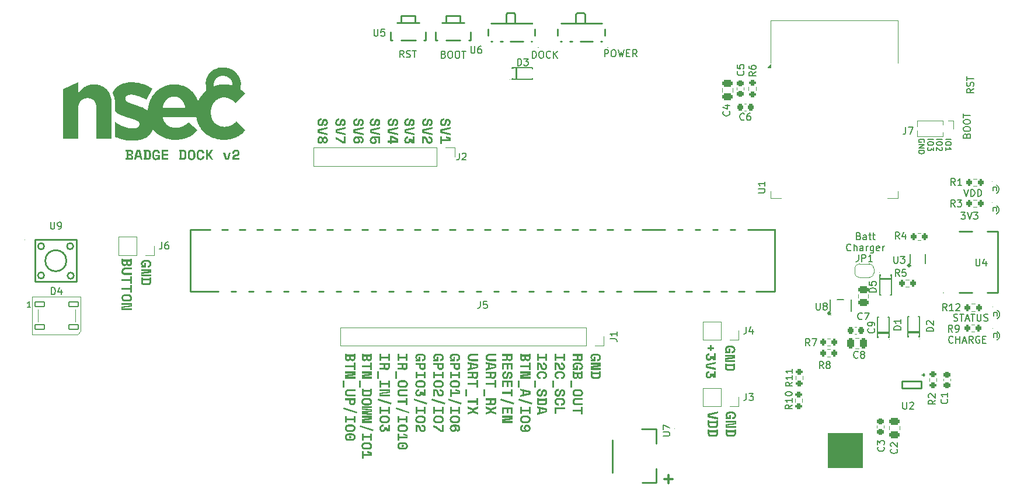
<source format=gbr>
%TF.GenerationSoftware,KiCad,Pcbnew,8.0.8*%
%TF.CreationDate,2025-04-06T01:52:48-03:00*%
%TF.ProjectId,nsec-badge-2025-baseboard,6e736563-2d62-4616-9467-652d32303235,rev?*%
%TF.SameCoordinates,Original*%
%TF.FileFunction,Legend,Top*%
%TF.FilePolarity,Positive*%
%FSLAX46Y46*%
G04 Gerber Fmt 4.6, Leading zero omitted, Abs format (unit mm)*
G04 Created by KiCad (PCBNEW 8.0.8) date 2025-04-06 01:52:48*
%MOMM*%
%LPD*%
G01*
G04 APERTURE LIST*
G04 Aperture macros list*
%AMRoundRect*
0 Rectangle with rounded corners*
0 $1 Rounding radius*
0 $2 $3 $4 $5 $6 $7 $8 $9 X,Y pos of 4 corners*
0 Add a 4 corners polygon primitive as box body*
4,1,4,$2,$3,$4,$5,$6,$7,$8,$9,$2,$3,0*
0 Add four circle primitives for the rounded corners*
1,1,$1+$1,$2,$3*
1,1,$1+$1,$4,$5*
1,1,$1+$1,$6,$7*
1,1,$1+$1,$8,$9*
0 Add four rect primitives between the rounded corners*
20,1,$1+$1,$2,$3,$4,$5,0*
20,1,$1+$1,$4,$5,$6,$7,0*
20,1,$1+$1,$6,$7,$8,$9,0*
20,1,$1+$1,$8,$9,$2,$3,0*%
%AMFreePoly0*
4,1,19,0.500000,-0.750000,0.000000,-0.750000,0.000000,-0.744911,-0.071157,-0.744911,-0.207708,-0.704816,-0.327430,-0.627875,-0.420627,-0.520320,-0.479746,-0.390866,-0.500000,-0.250000,-0.500000,0.250000,-0.479746,0.390866,-0.420627,0.520320,-0.327430,0.627875,-0.207708,0.704816,-0.071157,0.744911,0.000000,0.744911,0.000000,0.750000,0.500000,0.750000,0.500000,-0.750000,0.500000,-0.750000,
$1*%
%AMFreePoly1*
4,1,19,0.000000,0.744911,0.071157,0.744911,0.207708,0.704816,0.327430,0.627875,0.420627,0.520320,0.479746,0.390866,0.500000,0.250000,0.500000,-0.250000,0.479746,-0.390866,0.420627,-0.520320,0.327430,-0.627875,0.207708,-0.704816,0.071157,-0.744911,0.000000,-0.744911,0.000000,-0.750000,-0.500000,-0.750000,-0.500000,0.750000,0.000000,0.750000,0.000000,0.744911,0.000000,0.744911,
$1*%
G04 Aperture macros list end*
%ADD10C,0.150000*%
%ADD11C,0.000000*%
%ADD12C,0.100000*%
%ADD13C,0.300000*%
%ADD14C,0.187500*%
%ADD15C,0.059995*%
%ADD16C,0.248920*%
%ADD17C,0.254000*%
%ADD18C,0.120000*%
%ADD19C,0.151994*%
%ADD20C,0.152400*%
%ADD21C,0.152000*%
%ADD22R,0.622301X1.104902*%
%ADD23RoundRect,0.225000X-0.250000X0.225000X-0.250000X-0.225000X0.250000X-0.225000X0.250000X0.225000X0*%
%ADD24RoundRect,0.200000X0.200000X0.275000X-0.200000X0.275000X-0.200000X-0.275000X0.200000X-0.275000X0*%
%ADD25RoundRect,0.090000X-0.660000X-0.360000X0.660000X-0.360000X0.660000X0.360000X-0.660000X0.360000X0*%
%ADD26RoundRect,0.200000X-0.275000X0.200000X-0.275000X-0.200000X0.275000X-0.200000X0.275000X0.200000X0*%
%ADD27RoundRect,0.225000X-0.225000X-0.250000X0.225000X-0.250000X0.225000X0.250000X-0.225000X0.250000X0*%
%ADD28R,0.600000X0.400000*%
%ADD29R,1.700000X1.700000*%
%ADD30O,1.700000X1.700000*%
%ADD31RoundRect,0.225000X0.225000X0.250000X-0.225000X0.250000X-0.225000X-0.250000X0.225000X-0.250000X0*%
%ADD32RoundRect,0.200000X0.275000X-0.200000X0.275000X0.200000X-0.275000X0.200000X-0.275000X-0.200000X0*%
%ADD33R,1.900000X1.300000*%
%ADD34FreePoly0,0.000000*%
%ADD35FreePoly1,0.000000*%
%ADD36RoundRect,0.250000X-0.250000X-0.475000X0.250000X-0.475000X0.250000X0.475000X-0.250000X0.475000X0*%
%ADD37C,1.800000*%
%ADD38C,1.600000*%
%ADD39C,2.500025*%
%ADD40R,0.489992X1.156998*%
%ADD41R,0.489992X1.175006*%
%ADD42RoundRect,0.200000X-0.200000X-0.275000X0.200000X-0.275000X0.200000X0.275000X-0.200000X0.275000X0*%
%ADD43R,1.150013X0.950013*%
%ADD44R,1.300000X0.300000*%
%ADD45O,1.800000X1.200000*%
%ADD46O,2.000000X1.200000*%
%ADD47C,0.750013*%
%ADD48R,0.350013X0.780010*%
%ADD49RoundRect,0.250000X-0.475000X0.250000X-0.475000X-0.250000X0.475000X-0.250000X0.475000X0.250000X0*%
%ADD50R,0.800000X1.200000*%
%ADD51R,0.800000X1.400000*%
%ADD52C,0.700025*%
%ADD53O,1.000000X1.000000*%
%ADD54R,1.000000X1.000000*%
%ADD55R,3.500000X1.200000*%
%ADD56R,4.000000X1.200000*%
%ADD57R,3.900000X3.900000*%
%ADD58R,1.500000X0.900000*%
%ADD59R,0.900000X1.500000*%
%ADD60C,0.900025*%
%ADD61R,0.700000X1.500000*%
%ADD62R,1.000000X0.800000*%
%ADD63R,0.950013X1.150013*%
G04 APERTURE END LIST*
D10*
X218411009Y-60217142D02*
X218458628Y-60074285D01*
X218458628Y-60074285D02*
X218506247Y-60026666D01*
X218506247Y-60026666D02*
X218601485Y-59979047D01*
X218601485Y-59979047D02*
X218744342Y-59979047D01*
X218744342Y-59979047D02*
X218839580Y-60026666D01*
X218839580Y-60026666D02*
X218887200Y-60074285D01*
X218887200Y-60074285D02*
X218934819Y-60169523D01*
X218934819Y-60169523D02*
X218934819Y-60550475D01*
X218934819Y-60550475D02*
X217934819Y-60550475D01*
X217934819Y-60550475D02*
X217934819Y-60217142D01*
X217934819Y-60217142D02*
X217982438Y-60121904D01*
X217982438Y-60121904D02*
X218030057Y-60074285D01*
X218030057Y-60074285D02*
X218125295Y-60026666D01*
X218125295Y-60026666D02*
X218220533Y-60026666D01*
X218220533Y-60026666D02*
X218315771Y-60074285D01*
X218315771Y-60074285D02*
X218363390Y-60121904D01*
X218363390Y-60121904D02*
X218411009Y-60217142D01*
X218411009Y-60217142D02*
X218411009Y-60550475D01*
X217934819Y-59359999D02*
X217934819Y-59169523D01*
X217934819Y-59169523D02*
X217982438Y-59074285D01*
X217982438Y-59074285D02*
X218077676Y-58979047D01*
X218077676Y-58979047D02*
X218268152Y-58931428D01*
X218268152Y-58931428D02*
X218601485Y-58931428D01*
X218601485Y-58931428D02*
X218791961Y-58979047D01*
X218791961Y-58979047D02*
X218887200Y-59074285D01*
X218887200Y-59074285D02*
X218934819Y-59169523D01*
X218934819Y-59169523D02*
X218934819Y-59359999D01*
X218934819Y-59359999D02*
X218887200Y-59455237D01*
X218887200Y-59455237D02*
X218791961Y-59550475D01*
X218791961Y-59550475D02*
X218601485Y-59598094D01*
X218601485Y-59598094D02*
X218268152Y-59598094D01*
X218268152Y-59598094D02*
X218077676Y-59550475D01*
X218077676Y-59550475D02*
X217982438Y-59455237D01*
X217982438Y-59455237D02*
X217934819Y-59359999D01*
X217934819Y-58312380D02*
X217934819Y-58121904D01*
X217934819Y-58121904D02*
X217982438Y-58026666D01*
X217982438Y-58026666D02*
X218077676Y-57931428D01*
X218077676Y-57931428D02*
X218268152Y-57883809D01*
X218268152Y-57883809D02*
X218601485Y-57883809D01*
X218601485Y-57883809D02*
X218791961Y-57931428D01*
X218791961Y-57931428D02*
X218887200Y-58026666D01*
X218887200Y-58026666D02*
X218934819Y-58121904D01*
X218934819Y-58121904D02*
X218934819Y-58312380D01*
X218934819Y-58312380D02*
X218887200Y-58407618D01*
X218887200Y-58407618D02*
X218791961Y-58502856D01*
X218791961Y-58502856D02*
X218601485Y-58550475D01*
X218601485Y-58550475D02*
X218268152Y-58550475D01*
X218268152Y-58550475D02*
X218077676Y-58502856D01*
X218077676Y-58502856D02*
X217982438Y-58407618D01*
X217982438Y-58407618D02*
X217934819Y-58312380D01*
X217934819Y-57598094D02*
X217934819Y-57026666D01*
X218934819Y-57312380D02*
X217934819Y-57312380D01*
X219404819Y-53437619D02*
X218928628Y-53770952D01*
X219404819Y-54009047D02*
X218404819Y-54009047D01*
X218404819Y-54009047D02*
X218404819Y-53628095D01*
X218404819Y-53628095D02*
X218452438Y-53532857D01*
X218452438Y-53532857D02*
X218500057Y-53485238D01*
X218500057Y-53485238D02*
X218595295Y-53437619D01*
X218595295Y-53437619D02*
X218738152Y-53437619D01*
X218738152Y-53437619D02*
X218833390Y-53485238D01*
X218833390Y-53485238D02*
X218881009Y-53532857D01*
X218881009Y-53532857D02*
X218928628Y-53628095D01*
X218928628Y-53628095D02*
X218928628Y-54009047D01*
X219357200Y-53056666D02*
X219404819Y-52913809D01*
X219404819Y-52913809D02*
X219404819Y-52675714D01*
X219404819Y-52675714D02*
X219357200Y-52580476D01*
X219357200Y-52580476D02*
X219309580Y-52532857D01*
X219309580Y-52532857D02*
X219214342Y-52485238D01*
X219214342Y-52485238D02*
X219119104Y-52485238D01*
X219119104Y-52485238D02*
X219023866Y-52532857D01*
X219023866Y-52532857D02*
X218976247Y-52580476D01*
X218976247Y-52580476D02*
X218928628Y-52675714D01*
X218928628Y-52675714D02*
X218881009Y-52866190D01*
X218881009Y-52866190D02*
X218833390Y-52961428D01*
X218833390Y-52961428D02*
X218785771Y-53009047D01*
X218785771Y-53009047D02*
X218690533Y-53056666D01*
X218690533Y-53056666D02*
X218595295Y-53056666D01*
X218595295Y-53056666D02*
X218500057Y-53009047D01*
X218500057Y-53009047D02*
X218452438Y-52961428D01*
X218452438Y-52961428D02*
X218404819Y-52866190D01*
X218404819Y-52866190D02*
X218404819Y-52628095D01*
X218404819Y-52628095D02*
X218452438Y-52485238D01*
X218404819Y-52199523D02*
X218404819Y-51628095D01*
X219404819Y-51913809D02*
X218404819Y-51913809D01*
D11*
G36*
X89522943Y-52431260D02*
G01*
X89523536Y-52431332D01*
X89524101Y-52431451D01*
X89524638Y-52431616D01*
X89525146Y-52431828D01*
X89525626Y-52432086D01*
X89526076Y-52432391D01*
X89526498Y-52432742D01*
X89526892Y-52433140D01*
X89527256Y-52433584D01*
X89527592Y-52434075D01*
X89527898Y-52434612D01*
X89528176Y-52435196D01*
X89528425Y-52435826D01*
X89528644Y-52436502D01*
X89528835Y-52437225D01*
X89528996Y-52437994D01*
X89529128Y-52438810D01*
X89529231Y-52439672D01*
X89529305Y-52440581D01*
X89529349Y-52441536D01*
X89529364Y-52442537D01*
X89529364Y-53984528D01*
X89529450Y-53988991D01*
X89529712Y-53992922D01*
X89529908Y-53994689D01*
X89530148Y-53996323D01*
X89530432Y-53997824D01*
X89530761Y-53999193D01*
X89531133Y-54000428D01*
X89531550Y-54001531D01*
X89532011Y-54002502D01*
X89532516Y-54003339D01*
X89533067Y-54004044D01*
X89533661Y-54004616D01*
X89534301Y-54005055D01*
X89534985Y-54005361D01*
X89535715Y-54005535D01*
X89536489Y-54005575D01*
X89537309Y-54005483D01*
X89538174Y-54005259D01*
X89539084Y-54004901D01*
X89540039Y-54004411D01*
X89541041Y-54003787D01*
X89542088Y-54003031D01*
X89543180Y-54002143D01*
X89544319Y-54001121D01*
X89545503Y-53999966D01*
X89546733Y-53998679D01*
X89549333Y-53995706D01*
X89552117Y-53992201D01*
X89625116Y-53898390D01*
X89700043Y-53807853D01*
X89776890Y-53720590D01*
X89855650Y-53636602D01*
X89936317Y-53555887D01*
X90018882Y-53478447D01*
X90103340Y-53404281D01*
X90189682Y-53333389D01*
X90300677Y-53250082D01*
X90414401Y-53174030D01*
X90530725Y-53105137D01*
X90649520Y-53043311D01*
X90770656Y-52988456D01*
X90894002Y-52940478D01*
X91019431Y-52899284D01*
X91146813Y-52864779D01*
X91276018Y-52836869D01*
X91406916Y-52815459D01*
X91539379Y-52800457D01*
X91673276Y-52791766D01*
X91808479Y-52789294D01*
X91944857Y-52792946D01*
X92082283Y-52802628D01*
X92220625Y-52818245D01*
X92382196Y-52843968D01*
X92537829Y-52877082D01*
X92687526Y-52917588D01*
X92831286Y-52965486D01*
X92969109Y-53020775D01*
X93100996Y-53083457D01*
X93226946Y-53153530D01*
X93346958Y-53230995D01*
X93461035Y-53315852D01*
X93569174Y-53408101D01*
X93671377Y-53507741D01*
X93767644Y-53614773D01*
X93857973Y-53729198D01*
X93942367Y-53851013D01*
X94020823Y-53980221D01*
X94093344Y-54116821D01*
X94120523Y-54173589D01*
X94146496Y-54231835D01*
X94171261Y-54291561D01*
X94194819Y-54352766D01*
X94217169Y-54415450D01*
X94238311Y-54479615D01*
X94258243Y-54545260D01*
X94276965Y-54612385D01*
X94307920Y-54735912D01*
X94334765Y-54858844D01*
X94357500Y-54981181D01*
X94376125Y-55102922D01*
X94390639Y-55224068D01*
X94401043Y-55344619D01*
X94407337Y-55464574D01*
X94409521Y-55583934D01*
X94410316Y-60657055D01*
X94410260Y-60657920D01*
X94410212Y-60658332D01*
X94410152Y-60658729D01*
X94410078Y-60659113D01*
X94409992Y-60659483D01*
X94409892Y-60659838D01*
X94409780Y-60660180D01*
X94409654Y-60660508D01*
X94409515Y-60660822D01*
X94409364Y-60661122D01*
X94409199Y-60661408D01*
X94409021Y-60661680D01*
X94408831Y-60661938D01*
X94408627Y-60662183D01*
X94408410Y-60662413D01*
X94408180Y-60662629D01*
X94407938Y-60662832D01*
X94407682Y-60663020D01*
X94407413Y-60663194D01*
X94407131Y-60663355D01*
X94406836Y-60663501D01*
X94406529Y-60663634D01*
X94406208Y-60663753D01*
X94405874Y-60663857D01*
X94405527Y-60663948D01*
X94405167Y-60664025D01*
X94404794Y-60664087D01*
X94404408Y-60664136D01*
X94404009Y-60664171D01*
X94403597Y-60664192D01*
X94403172Y-60664199D01*
X92229356Y-60664199D01*
X92228462Y-60664185D01*
X92227596Y-60664142D01*
X92226759Y-60664071D01*
X92225950Y-60663972D01*
X92225169Y-60663844D01*
X92224417Y-60663688D01*
X92223692Y-60663504D01*
X92222996Y-60663291D01*
X92222328Y-60663050D01*
X92221689Y-60662780D01*
X92221078Y-60662482D01*
X92220495Y-60662155D01*
X92219941Y-60661800D01*
X92219414Y-60661417D01*
X92218917Y-60661005D01*
X92218447Y-60660564D01*
X92218006Y-60660096D01*
X92217594Y-60659599D01*
X92217209Y-60659073D01*
X92216853Y-60658519D01*
X92216526Y-60657936D01*
X92216227Y-60657325D01*
X92215956Y-60656685D01*
X92215714Y-60656017D01*
X92215501Y-60655321D01*
X92215315Y-60654596D01*
X92215159Y-60653842D01*
X92215030Y-60653060D01*
X92214930Y-60652250D01*
X92214859Y-60651411D01*
X92214816Y-60650543D01*
X92214802Y-60649647D01*
X92212953Y-56261533D01*
X92211387Y-56189898D01*
X92206810Y-56117214D01*
X92199222Y-56043481D01*
X92188623Y-55968699D01*
X92175013Y-55892867D01*
X92158391Y-55815986D01*
X92138759Y-55738056D01*
X92116114Y-55659076D01*
X92085212Y-55566756D01*
X92049984Y-55479571D01*
X92010429Y-55397521D01*
X91966547Y-55320605D01*
X91942984Y-55284073D01*
X91918339Y-55248825D01*
X91892612Y-55214861D01*
X91865804Y-55182180D01*
X91837914Y-55150783D01*
X91808942Y-55120669D01*
X91778889Y-55091839D01*
X91747754Y-55064293D01*
X91715538Y-55038030D01*
X91682240Y-55013051D01*
X91647860Y-54989356D01*
X91612399Y-54966944D01*
X91575856Y-54945816D01*
X91538231Y-54925972D01*
X91499525Y-54907411D01*
X91459737Y-54890134D01*
X91376916Y-54859430D01*
X91289769Y-54833860D01*
X91198295Y-54813424D01*
X91102494Y-54798122D01*
X91043665Y-54791609D01*
X90984116Y-54787287D01*
X90923848Y-54785158D01*
X90862859Y-54785221D01*
X90801150Y-54787475D01*
X90738719Y-54791920D01*
X90675567Y-54798556D01*
X90611694Y-54807383D01*
X90538658Y-54820568D01*
X90468536Y-54836989D01*
X90401289Y-54856547D01*
X90336879Y-54879142D01*
X90275267Y-54904677D01*
X90216413Y-54933053D01*
X90160280Y-54964169D01*
X90106828Y-54997928D01*
X90056018Y-55034231D01*
X90007812Y-55072979D01*
X89962171Y-55114072D01*
X89919056Y-55157413D01*
X89878429Y-55202901D01*
X89840250Y-55250439D01*
X89804480Y-55299927D01*
X89771082Y-55351267D01*
X89740016Y-55404359D01*
X89711244Y-55459105D01*
X89684726Y-55515406D01*
X89660423Y-55573163D01*
X89638298Y-55632277D01*
X89618311Y-55692649D01*
X89600424Y-55754180D01*
X89584597Y-55816772D01*
X89558970Y-55944742D01*
X89541121Y-56075767D01*
X89530738Y-56209056D01*
X89527511Y-56343818D01*
X89528833Y-60650440D01*
X89528819Y-60651288D01*
X89528777Y-60652108D01*
X89528707Y-60652901D01*
X89528610Y-60653668D01*
X89528485Y-60654407D01*
X89528332Y-60655119D01*
X89528152Y-60655805D01*
X89527944Y-60656463D01*
X89527709Y-60657095D01*
X89527446Y-60657700D01*
X89527155Y-60658278D01*
X89526838Y-60658828D01*
X89526493Y-60659352D01*
X89526121Y-60659849D01*
X89525721Y-60660319D01*
X89525294Y-60660763D01*
X89524841Y-60661179D01*
X89524360Y-60661568D01*
X89523852Y-60661931D01*
X89523317Y-60662267D01*
X89522755Y-60662575D01*
X89522166Y-60662857D01*
X89521551Y-60663112D01*
X89520908Y-60663340D01*
X89520239Y-60663542D01*
X89519543Y-60663716D01*
X89518821Y-60663864D01*
X89518071Y-60663985D01*
X89517296Y-60664078D01*
X89516494Y-60664145D01*
X89515665Y-60664186D01*
X89514810Y-60664199D01*
X87339935Y-60664199D01*
X87339590Y-60664191D01*
X87339250Y-60664165D01*
X87338916Y-60664123D01*
X87338587Y-60664065D01*
X87338265Y-60663991D01*
X87337949Y-60663902D01*
X87337640Y-60663798D01*
X87337339Y-60663679D01*
X87337045Y-60663547D01*
X87336759Y-60663400D01*
X87336482Y-60663241D01*
X87336214Y-60663069D01*
X87335956Y-60662885D01*
X87335706Y-60662688D01*
X87335467Y-60662480D01*
X87335239Y-60662261D01*
X87335021Y-60662031D01*
X87334815Y-60661791D01*
X87334620Y-60661541D01*
X87334437Y-60661282D01*
X87334267Y-60661014D01*
X87334109Y-60660737D01*
X87333965Y-60660451D01*
X87333834Y-60660158D01*
X87333717Y-60659858D01*
X87333615Y-60659551D01*
X87333527Y-60659237D01*
X87333454Y-60658917D01*
X87333397Y-60658591D01*
X87333355Y-60658260D01*
X87333330Y-60657925D01*
X87333322Y-60657584D01*
X87333322Y-53532620D01*
X87333355Y-53531659D01*
X87333455Y-53530710D01*
X87333620Y-53529779D01*
X87333846Y-53528866D01*
X87334134Y-53527975D01*
X87334479Y-53527109D01*
X87334882Y-53526271D01*
X87335339Y-53525463D01*
X87335848Y-53524689D01*
X87336409Y-53523952D01*
X87337018Y-53523253D01*
X87337675Y-53522597D01*
X87338376Y-53521985D01*
X87339121Y-53521422D01*
X87339906Y-53520909D01*
X87340731Y-53520450D01*
X89514547Y-52433541D01*
X89515451Y-52433101D01*
X89516327Y-52432707D01*
X89517174Y-52432360D01*
X89517994Y-52432059D01*
X89518785Y-52431805D01*
X89519549Y-52431598D01*
X89520284Y-52431437D01*
X89520991Y-52431323D01*
X89521670Y-52431255D01*
X89522320Y-52431234D01*
X89522943Y-52431260D01*
G37*
D12*
X198250000Y-103450000D02*
X203250000Y-103450000D01*
X203250000Y-108450000D01*
X198250000Y-108450000D01*
X198250000Y-103450000D01*
G36*
X198250000Y-103450000D02*
G01*
X203250000Y-103450000D01*
X203250000Y-108450000D01*
X198250000Y-108450000D01*
X198250000Y-103450000D01*
G37*
D11*
G36*
X113125427Y-52893550D02*
G01*
X113113985Y-53049094D01*
X113100554Y-53209997D01*
X113085136Y-53376252D01*
X113084094Y-53388255D01*
X113083350Y-53400193D01*
X113082903Y-53412066D01*
X113082755Y-53423873D01*
X113082903Y-53435615D01*
X113083350Y-53447291D01*
X113084094Y-53458900D01*
X113085136Y-53470443D01*
X113085341Y-53472075D01*
X113085621Y-53473665D01*
X113085974Y-53475215D01*
X113086401Y-53476723D01*
X113086902Y-53478191D01*
X113087478Y-53479617D01*
X113088127Y-53481002D01*
X113088850Y-53482346D01*
X113089647Y-53483649D01*
X113090519Y-53484910D01*
X113091464Y-53486130D01*
X113092484Y-53487309D01*
X113093578Y-53488447D01*
X113094747Y-53489543D01*
X113095989Y-53490597D01*
X113097306Y-53491610D01*
X113182076Y-53554913D01*
X113265730Y-53621135D01*
X113348268Y-53690277D01*
X113429689Y-53762338D01*
X113509995Y-53837319D01*
X113589184Y-53915219D01*
X113667256Y-53996039D01*
X113744213Y-54079778D01*
X113744823Y-54080473D01*
X113745393Y-54081167D01*
X113745923Y-54081860D01*
X113746413Y-54082553D01*
X113746863Y-54083245D01*
X113747273Y-54083937D01*
X113747644Y-54084629D01*
X113747974Y-54085320D01*
X113748264Y-54086010D01*
X113748515Y-54086700D01*
X113748726Y-54087389D01*
X113748896Y-54088078D01*
X113749027Y-54088766D01*
X113749118Y-54089454D01*
X113749169Y-54090141D01*
X113749180Y-54090828D01*
X113749152Y-54091514D01*
X113749083Y-54092200D01*
X113748975Y-54092885D01*
X113748827Y-54093570D01*
X113748639Y-54094253D01*
X113748411Y-54094937D01*
X113748144Y-54095620D01*
X113747837Y-54096302D01*
X113747490Y-54096984D01*
X113747103Y-54097665D01*
X113746676Y-54098345D01*
X113746210Y-54099025D01*
X113745704Y-54099704D01*
X113745159Y-54100383D01*
X113744573Y-54101061D01*
X113743948Y-54101739D01*
X112418915Y-55527049D01*
X112418472Y-55527518D01*
X112418007Y-55527961D01*
X112417522Y-55528379D01*
X112417017Y-55528769D01*
X112416494Y-55529133D01*
X112415954Y-55529469D01*
X112415398Y-55529777D01*
X112414827Y-55530055D01*
X112414243Y-55530305D01*
X112413645Y-55530524D01*
X112413037Y-55530713D01*
X112412419Y-55530870D01*
X112411791Y-55530996D01*
X112411156Y-55531089D01*
X112410514Y-55531150D01*
X112409866Y-55531177D01*
X112409218Y-55531170D01*
X112408574Y-55531129D01*
X112407936Y-55531055D01*
X112407304Y-55530949D01*
X112406680Y-55530811D01*
X112406065Y-55530641D01*
X112405459Y-55530440D01*
X112404866Y-55530208D01*
X112404284Y-55529946D01*
X112403716Y-55529655D01*
X112403163Y-55529335D01*
X112402626Y-55528986D01*
X112402105Y-55528609D01*
X112401603Y-55528204D01*
X112401121Y-55527772D01*
X112400659Y-55527314D01*
X112356911Y-55482076D01*
X112312443Y-55437386D01*
X112267255Y-55393243D01*
X112221347Y-55349646D01*
X112174719Y-55306595D01*
X112127369Y-55264089D01*
X112079299Y-55222128D01*
X112030507Y-55180710D01*
X111956897Y-55121659D01*
X111881919Y-55066348D01*
X111805573Y-55014776D01*
X111727859Y-54966943D01*
X111648776Y-54922850D01*
X111568326Y-54882495D01*
X111486506Y-54845881D01*
X111403318Y-54813005D01*
X111318762Y-54783869D01*
X111232837Y-54758472D01*
X111145543Y-54736814D01*
X111056881Y-54718896D01*
X110966849Y-54704717D01*
X110875448Y-54694277D01*
X110782679Y-54687577D01*
X110688540Y-54684616D01*
X110587955Y-54686129D01*
X110489394Y-54692854D01*
X110392918Y-54704648D01*
X110298593Y-54721369D01*
X110206482Y-54742875D01*
X110116648Y-54769022D01*
X110029154Y-54799669D01*
X109944064Y-54834672D01*
X109861443Y-54873890D01*
X109781352Y-54917179D01*
X109703856Y-54964396D01*
X109629018Y-55015401D01*
X109556903Y-55070049D01*
X109487572Y-55128198D01*
X109421090Y-55189706D01*
X109357520Y-55254429D01*
X109296926Y-55322227D01*
X109239372Y-55392955D01*
X109184920Y-55466471D01*
X109133635Y-55542633D01*
X109085579Y-55621299D01*
X109040817Y-55702325D01*
X108999412Y-55785569D01*
X108961427Y-55870888D01*
X108926926Y-55958140D01*
X108895972Y-56047182D01*
X108868629Y-56137872D01*
X108855649Y-56188434D01*
X108844961Y-56230067D01*
X108825030Y-56323625D01*
X108808902Y-56418403D01*
X108796638Y-56514258D01*
X108788302Y-56611047D01*
X108783195Y-56719796D01*
X108782109Y-56828067D01*
X108785115Y-56935723D01*
X108792284Y-57042628D01*
X108803686Y-57148644D01*
X108819394Y-57253636D01*
X108839477Y-57357465D01*
X108864007Y-57459996D01*
X108893054Y-57561091D01*
X108926690Y-57660614D01*
X108964985Y-57758427D01*
X109008010Y-57854395D01*
X109055837Y-57948379D01*
X109108536Y-58040245D01*
X109166177Y-58129853D01*
X109228833Y-58217069D01*
X109292066Y-58295867D01*
X109359014Y-58370404D01*
X109429506Y-58440626D01*
X109503368Y-58506481D01*
X109580428Y-58567918D01*
X109660514Y-58624885D01*
X109743454Y-58677330D01*
X109829074Y-58725201D01*
X109917203Y-58768445D01*
X110007667Y-58807012D01*
X110100295Y-58840848D01*
X110194914Y-58869903D01*
X110291352Y-58894124D01*
X110389435Y-58913459D01*
X110488992Y-58927856D01*
X110589850Y-58937264D01*
X110690143Y-58941899D01*
X110789409Y-58942182D01*
X110887648Y-58938111D01*
X110984859Y-58929688D01*
X111081043Y-58916912D01*
X111176201Y-58899782D01*
X111270330Y-58878300D01*
X111363432Y-58852465D01*
X111455507Y-58822276D01*
X111546554Y-58787734D01*
X111636574Y-58748839D01*
X111725565Y-58705590D01*
X111813529Y-58657988D01*
X111900465Y-58606032D01*
X111986373Y-58549723D01*
X112071252Y-58489060D01*
X112129536Y-58444972D01*
X112186238Y-58400676D01*
X112241358Y-58356172D01*
X112294898Y-58311461D01*
X112346858Y-58266543D01*
X112397238Y-58221418D01*
X112446040Y-58176087D01*
X112493263Y-58130549D01*
X112494018Y-58129850D01*
X112494799Y-58129197D01*
X112495605Y-58128590D01*
X112496433Y-58128029D01*
X112497281Y-58127513D01*
X112498149Y-58127043D01*
X112499034Y-58126619D01*
X112499934Y-58126241D01*
X112500847Y-58125908D01*
X112501773Y-58125621D01*
X112502709Y-58125380D01*
X112503653Y-58125184D01*
X112504604Y-58125034D01*
X112505559Y-58124930D01*
X112506518Y-58124871D01*
X112507478Y-58124857D01*
X112508437Y-58124889D01*
X112509394Y-58124967D01*
X112510347Y-58125090D01*
X112511295Y-58125258D01*
X112512235Y-58125472D01*
X112513165Y-58125731D01*
X112514085Y-58126036D01*
X112514992Y-58126386D01*
X112515884Y-58126781D01*
X112516760Y-58127221D01*
X112517618Y-58127707D01*
X112518455Y-58128238D01*
X112519272Y-58128814D01*
X112520065Y-58129436D01*
X112520832Y-58130102D01*
X112521573Y-58130814D01*
X113776227Y-59397904D01*
X113777591Y-59399326D01*
X113778867Y-59400749D01*
X113780058Y-59402175D01*
X113781162Y-59403602D01*
X113782180Y-59405031D01*
X113783112Y-59406462D01*
X113783957Y-59407894D01*
X113784716Y-59409328D01*
X113785388Y-59410763D01*
X113785974Y-59412200D01*
X113786474Y-59413639D01*
X113786887Y-59415079D01*
X113787214Y-59416521D01*
X113787455Y-59417964D01*
X113787609Y-59419409D01*
X113787677Y-59420856D01*
X113787659Y-59422304D01*
X113787554Y-59423754D01*
X113787363Y-59425205D01*
X113787086Y-59426658D01*
X113786722Y-59428112D01*
X113786272Y-59429568D01*
X113785735Y-59431025D01*
X113785112Y-59432484D01*
X113784403Y-59433944D01*
X113783608Y-59435405D01*
X113782726Y-59436869D01*
X113781758Y-59438333D01*
X113780703Y-59439799D01*
X113779562Y-59441267D01*
X113778335Y-59442735D01*
X113777021Y-59444206D01*
X113701527Y-59525428D01*
X113625321Y-59604394D01*
X113548403Y-59681102D01*
X113470773Y-59755554D01*
X113392431Y-59827747D01*
X113313377Y-59897684D01*
X113233611Y-59965364D01*
X113153134Y-60030786D01*
X113051620Y-60108664D01*
X112948026Y-60182554D01*
X112842353Y-60252457D01*
X112734600Y-60318372D01*
X112624767Y-60380300D01*
X112512854Y-60438241D01*
X112398862Y-60492194D01*
X112282790Y-60542160D01*
X112164639Y-60588139D01*
X112044408Y-60630130D01*
X111922098Y-60668134D01*
X111797708Y-60702150D01*
X111671238Y-60732180D01*
X111542690Y-60758222D01*
X111412062Y-60780276D01*
X111279355Y-60798344D01*
X111117794Y-60815481D01*
X110959067Y-60827741D01*
X110803174Y-60835125D01*
X110650116Y-60837630D01*
X110499893Y-60835258D01*
X110352505Y-60828008D01*
X110207954Y-60815879D01*
X110066240Y-60798872D01*
X109872520Y-60767874D01*
X109683404Y-60729380D01*
X109498890Y-60683391D01*
X109318979Y-60629907D01*
X109143672Y-60568928D01*
X108972968Y-60500453D01*
X108806866Y-60424483D01*
X108645368Y-60341017D01*
X108488473Y-60250057D01*
X108336182Y-60151600D01*
X108188493Y-60045649D01*
X108045407Y-59932202D01*
X107906925Y-59811259D01*
X107773046Y-59682822D01*
X107643770Y-59546888D01*
X107519097Y-59403460D01*
X107439452Y-59304471D01*
X107363435Y-59203491D01*
X107291045Y-59100519D01*
X107222284Y-58995557D01*
X107157150Y-58888604D01*
X107095643Y-58779660D01*
X107037765Y-58668726D01*
X106983514Y-58555801D01*
X106932890Y-58440885D01*
X106885895Y-58323979D01*
X106842527Y-58205082D01*
X106802787Y-58084195D01*
X106766674Y-57961318D01*
X106734189Y-57836450D01*
X106705332Y-57709593D01*
X106680103Y-57580745D01*
X106679961Y-57579995D01*
X106679800Y-57579270D01*
X106679618Y-57578568D01*
X106679416Y-57577890D01*
X106679194Y-57577236D01*
X106678951Y-57576606D01*
X106678689Y-57575999D01*
X106678406Y-57575417D01*
X106678103Y-57574858D01*
X106677780Y-57574323D01*
X106677436Y-57573812D01*
X106677073Y-57573325D01*
X106676689Y-57572861D01*
X106676285Y-57572421D01*
X106675861Y-57572006D01*
X106675416Y-57571614D01*
X106674952Y-57571245D01*
X106674467Y-57570901D01*
X106673962Y-57570580D01*
X106673436Y-57570283D01*
X106672891Y-57570010D01*
X106672325Y-57569761D01*
X106671739Y-57569535D01*
X106671132Y-57569333D01*
X106670506Y-57569155D01*
X106669859Y-57569001D01*
X106669191Y-57568870D01*
X106668504Y-57568764D01*
X106667796Y-57568681D01*
X106667068Y-57568621D01*
X106666319Y-57568586D01*
X106665551Y-57568574D01*
X101827116Y-57568574D01*
X101826225Y-57568588D01*
X101825369Y-57568630D01*
X101824547Y-57568699D01*
X101823760Y-57568797D01*
X101823007Y-57568923D01*
X101822288Y-57569076D01*
X101821604Y-57569258D01*
X101820955Y-57569467D01*
X101820340Y-57569704D01*
X101819760Y-57569969D01*
X101819214Y-57570262D01*
X101818702Y-57570583D01*
X101818225Y-57570932D01*
X101817783Y-57571309D01*
X101817375Y-57571713D01*
X101817002Y-57572146D01*
X101816663Y-57572606D01*
X101816359Y-57573095D01*
X101816090Y-57573611D01*
X101815855Y-57574155D01*
X101815655Y-57574727D01*
X101815489Y-57575327D01*
X101815358Y-57575955D01*
X101815262Y-57576611D01*
X101815200Y-57577295D01*
X101815173Y-57578006D01*
X101815181Y-57578746D01*
X101815223Y-57579513D01*
X101815300Y-57580309D01*
X101815412Y-57581132D01*
X101815558Y-57581983D01*
X101815739Y-57582862D01*
X101850210Y-57719915D01*
X101891805Y-57851989D01*
X101940518Y-57978812D01*
X101996341Y-58100110D01*
X102059268Y-58215612D01*
X102129291Y-58325044D01*
X102206404Y-58428136D01*
X102290599Y-58524613D01*
X102381870Y-58614204D01*
X102480209Y-58696636D01*
X102585610Y-58771637D01*
X102640956Y-58806265D01*
X102698066Y-58838934D01*
X102756937Y-58869608D01*
X102817569Y-58898255D01*
X102879961Y-58924839D01*
X102944113Y-58949327D01*
X103010023Y-58971684D01*
X103077690Y-58991878D01*
X103147115Y-59009872D01*
X103218295Y-59025635D01*
X103272936Y-59035999D01*
X103328117Y-59045065D01*
X103383838Y-59052834D01*
X103440098Y-59059304D01*
X103496897Y-59064476D01*
X103554237Y-59068351D01*
X103612115Y-59070927D01*
X103670533Y-59072204D01*
X103729491Y-59072184D01*
X103788988Y-59070866D01*
X103849025Y-59068249D01*
X103909601Y-59064334D01*
X103970717Y-59059120D01*
X104032372Y-59052608D01*
X104094567Y-59044798D01*
X104157301Y-59035689D01*
X104258810Y-59017374D01*
X104358014Y-58994402D01*
X104455001Y-58966960D01*
X104549860Y-58935234D01*
X104642678Y-58899410D01*
X104733545Y-58859676D01*
X104822548Y-58816217D01*
X104909776Y-58769220D01*
X104995317Y-58718871D01*
X105079260Y-58665357D01*
X105161693Y-58608864D01*
X105242704Y-58549579D01*
X105322382Y-58487687D01*
X105400815Y-58423376D01*
X105478092Y-58356832D01*
X105554300Y-58288241D01*
X105555079Y-58287551D01*
X105555858Y-58286905D01*
X105556636Y-58286303D01*
X105557415Y-58285745D01*
X105558193Y-58285232D01*
X105558971Y-58284762D01*
X105559749Y-58284336D01*
X105560527Y-58283954D01*
X105561305Y-58283616D01*
X105562082Y-58283323D01*
X105562860Y-58283073D01*
X105563637Y-58282867D01*
X105564415Y-58282705D01*
X105565192Y-58282587D01*
X105565969Y-58282513D01*
X105566746Y-58282483D01*
X105567523Y-58282497D01*
X105568300Y-58282555D01*
X105569077Y-58282656D01*
X105569854Y-58282802D01*
X105570630Y-58282992D01*
X105571407Y-58283225D01*
X105572183Y-58283503D01*
X105572960Y-58283824D01*
X105573737Y-58284190D01*
X105574513Y-58284599D01*
X105575289Y-58285052D01*
X105576066Y-58285549D01*
X105576842Y-58286090D01*
X105577619Y-58286675D01*
X105578395Y-58287304D01*
X105579171Y-58287976D01*
X106813453Y-59380705D01*
X106814224Y-59381402D01*
X106814949Y-59382103D01*
X106815628Y-59382808D01*
X106816261Y-59383517D01*
X106816848Y-59384230D01*
X106817389Y-59384948D01*
X106817884Y-59385669D01*
X106818333Y-59386395D01*
X106818737Y-59387125D01*
X106819094Y-59387859D01*
X106819405Y-59388597D01*
X106819671Y-59389340D01*
X106819890Y-59390086D01*
X106820064Y-59390837D01*
X106820191Y-59391591D01*
X106820272Y-59392350D01*
X106820307Y-59393113D01*
X106820297Y-59393880D01*
X106820240Y-59394651D01*
X106820137Y-59395427D01*
X106819988Y-59396206D01*
X106819793Y-59396989D01*
X106819552Y-59397777D01*
X106819264Y-59398568D01*
X106818931Y-59399364D01*
X106818551Y-59400164D01*
X106818126Y-59400967D01*
X106817654Y-59401775D01*
X106817136Y-59402587D01*
X106816572Y-59403403D01*
X106815961Y-59404223D01*
X106815305Y-59405047D01*
X106713487Y-59525544D01*
X106607817Y-59641215D01*
X106498381Y-59751978D01*
X106385266Y-59857753D01*
X106268557Y-59958456D01*
X106148341Y-60054007D01*
X106024703Y-60144323D01*
X105897730Y-60229323D01*
X105767507Y-60308925D01*
X105634121Y-60383046D01*
X105497658Y-60451606D01*
X105358203Y-60514523D01*
X105215843Y-60571715D01*
X105070664Y-60623099D01*
X104922751Y-60668595D01*
X104772192Y-60708120D01*
X104598871Y-60746241D01*
X104423910Y-60777657D01*
X104247311Y-60802368D01*
X104069072Y-60820373D01*
X103889195Y-60831672D01*
X103707681Y-60836265D01*
X103524528Y-60834151D01*
X103339738Y-60825330D01*
X103144522Y-60808360D01*
X102951368Y-60783146D01*
X102760552Y-60749686D01*
X102572352Y-60707975D01*
X102387043Y-60658013D01*
X102204901Y-60599795D01*
X102026203Y-60533320D01*
X101851226Y-60458585D01*
X101680245Y-60375586D01*
X101513537Y-60284322D01*
X101351379Y-60184789D01*
X101194046Y-60076985D01*
X101041815Y-59960908D01*
X100894963Y-59836553D01*
X100753766Y-59703919D01*
X100618499Y-59563004D01*
X100600317Y-59542673D01*
X100579109Y-59518335D01*
X100554875Y-59489987D01*
X100527615Y-59457630D01*
X100464015Y-59380886D01*
X100388311Y-59288101D01*
X100387671Y-59287335D01*
X100387040Y-59286625D01*
X100386419Y-59285969D01*
X100385806Y-59285369D01*
X100385203Y-59284824D01*
X100384609Y-59284335D01*
X100384025Y-59283901D01*
X100383450Y-59283522D01*
X100382884Y-59283199D01*
X100382327Y-59282930D01*
X100381780Y-59282718D01*
X100381242Y-59282560D01*
X100380714Y-59282458D01*
X100380194Y-59282411D01*
X100379684Y-59282419D01*
X100379184Y-59282482D01*
X100378692Y-59282601D01*
X100378210Y-59282775D01*
X100377737Y-59283005D01*
X100377273Y-59283289D01*
X100376819Y-59283629D01*
X100376374Y-59284024D01*
X100375939Y-59284474D01*
X100375512Y-59284980D01*
X100375095Y-59285541D01*
X100374687Y-59286157D01*
X100374289Y-59286828D01*
X100373900Y-59287554D01*
X100373520Y-59288336D01*
X100373149Y-59289173D01*
X100372788Y-59290065D01*
X100372436Y-59291012D01*
X100332739Y-59394512D01*
X100289130Y-59494253D01*
X100241726Y-59590280D01*
X100190642Y-59682636D01*
X100135996Y-59771369D01*
X100077904Y-59856521D01*
X100016481Y-59938139D01*
X99951844Y-60016268D01*
X99884110Y-60090951D01*
X99813393Y-60162235D01*
X99739811Y-60230164D01*
X99663480Y-60294783D01*
X99584516Y-60356137D01*
X99503035Y-60414271D01*
X99419154Y-60469230D01*
X99332988Y-60521059D01*
X99244654Y-60569803D01*
X99154269Y-60615507D01*
X99061947Y-60658216D01*
X98967807Y-60697975D01*
X98871963Y-60734828D01*
X98774532Y-60768821D01*
X98575374Y-60828406D01*
X98371263Y-60877089D01*
X98163129Y-60915230D01*
X97951901Y-60943190D01*
X97738510Y-60961326D01*
X97557334Y-60969687D01*
X97376750Y-60972216D01*
X97196758Y-60968915D01*
X97017357Y-60959783D01*
X96838547Y-60944820D01*
X96660328Y-60924026D01*
X96482701Y-60897401D01*
X96305665Y-60864945D01*
X96129219Y-60826658D01*
X95953365Y-60782540D01*
X95778101Y-60732591D01*
X95603428Y-60676811D01*
X95429346Y-60615200D01*
X95255854Y-60547759D01*
X95082953Y-60474486D01*
X94910643Y-60395382D01*
X94908595Y-60394315D01*
X94907621Y-60393752D01*
X94906679Y-60393168D01*
X94905771Y-60392565D01*
X94904895Y-60391941D01*
X94904052Y-60391298D01*
X94903242Y-60390634D01*
X94902465Y-60389950D01*
X94901721Y-60389246D01*
X94901010Y-60388522D01*
X94900332Y-60387778D01*
X94899687Y-60387014D01*
X94899074Y-60386230D01*
X94898495Y-60385425D01*
X94897949Y-60384601D01*
X94897436Y-60383756D01*
X94896956Y-60382891D01*
X94896509Y-60382006D01*
X94896095Y-60381101D01*
X94895714Y-60380175D01*
X94895366Y-60379230D01*
X94895051Y-60378264D01*
X94894769Y-60377278D01*
X94894521Y-60376271D01*
X94894305Y-60375245D01*
X94894123Y-60374198D01*
X94893974Y-60373131D01*
X94893858Y-60372043D01*
X94893775Y-60370936D01*
X94893708Y-60368659D01*
X94893708Y-58237176D01*
X94893723Y-58236046D01*
X94893768Y-58234973D01*
X94893844Y-58233957D01*
X94893949Y-58232998D01*
X94894084Y-58232095D01*
X94894250Y-58231250D01*
X94894445Y-58230462D01*
X94894670Y-58229730D01*
X94894926Y-58229055D01*
X94895211Y-58228437D01*
X94895526Y-58227876D01*
X94895872Y-58227372D01*
X94896247Y-58226925D01*
X94896652Y-58226535D01*
X94897087Y-58226201D01*
X94897552Y-58225925D01*
X94898047Y-58225705D01*
X94898572Y-58225543D01*
X94899127Y-58225437D01*
X94899712Y-58225388D01*
X94900326Y-58225396D01*
X94900971Y-58225461D01*
X94901645Y-58225583D01*
X94902349Y-58225761D01*
X94903083Y-58225997D01*
X94903847Y-58226289D01*
X94904641Y-58226639D01*
X94905464Y-58227045D01*
X94906317Y-58227508D01*
X94907200Y-58228028D01*
X94908113Y-58228605D01*
X94909056Y-58229239D01*
X95020711Y-58305636D01*
X95133723Y-58379940D01*
X95248093Y-58451995D01*
X95363820Y-58521641D01*
X95480903Y-58588721D01*
X95599343Y-58653078D01*
X95719138Y-58714554D01*
X95840289Y-58772991D01*
X95962794Y-58828231D01*
X96086654Y-58880116D01*
X96211869Y-58928490D01*
X96338437Y-58973193D01*
X96466358Y-59014069D01*
X96595633Y-59050959D01*
X96726260Y-59083707D01*
X96858239Y-59112153D01*
X96978245Y-59133672D01*
X97096564Y-59150347D01*
X97213196Y-59162178D01*
X97328141Y-59169164D01*
X97441399Y-59171306D01*
X97552970Y-59168604D01*
X97662855Y-59161057D01*
X97771052Y-59148666D01*
X97844179Y-59136356D01*
X97915278Y-59119918D01*
X97983825Y-59099277D01*
X98049299Y-59074359D01*
X98111178Y-59045091D01*
X98140606Y-59028803D01*
X98168940Y-59011400D01*
X98196114Y-58992872D01*
X98222063Y-58973211D01*
X98246721Y-58952407D01*
X98270024Y-58930451D01*
X98291906Y-58907333D01*
X98312302Y-58883046D01*
X98331146Y-58857579D01*
X98348374Y-58830923D01*
X98363920Y-58803069D01*
X98377719Y-58774008D01*
X98389706Y-58743730D01*
X98399815Y-58712227D01*
X98407981Y-58679489D01*
X98414138Y-58645507D01*
X98418223Y-58610272D01*
X98420168Y-58573775D01*
X98419910Y-58536005D01*
X98417383Y-58496955D01*
X98412521Y-58456615D01*
X98405259Y-58414976D01*
X98403752Y-58408143D01*
X98402010Y-58401265D01*
X98400032Y-58394344D01*
X98397818Y-58387379D01*
X98395369Y-58380371D01*
X98392684Y-58373318D01*
X98389763Y-58366223D01*
X98386607Y-58359083D01*
X98383215Y-58351900D01*
X98379587Y-58344674D01*
X98375724Y-58337405D01*
X98371625Y-58330092D01*
X98367290Y-58322737D01*
X98362720Y-58315338D01*
X98357914Y-58307897D01*
X98352873Y-58300412D01*
X98333107Y-58273243D01*
X98311953Y-58247083D01*
X98289472Y-58221904D01*
X98265725Y-58197679D01*
X98240776Y-58174381D01*
X98214685Y-58151984D01*
X98187516Y-58130459D01*
X98159329Y-58109780D01*
X98130188Y-58089919D01*
X98100154Y-58070850D01*
X98069288Y-58052545D01*
X98037654Y-58034977D01*
X98005313Y-58018119D01*
X97972327Y-58001944D01*
X97938758Y-57986425D01*
X97904669Y-57971535D01*
X97834330Y-57942309D01*
X97763271Y-57914023D01*
X97691493Y-57886679D01*
X97618994Y-57860277D01*
X97545775Y-57834818D01*
X97471835Y-57810301D01*
X97397174Y-57786729D01*
X97321791Y-57764101D01*
X96903961Y-57640141D01*
X96481208Y-57511160D01*
X96296897Y-57451554D01*
X96114000Y-57386587D01*
X95933335Y-57315586D01*
X95844096Y-57277613D01*
X95755721Y-57237878D01*
X95668314Y-57196300D01*
X95581977Y-57152792D01*
X95496811Y-57107271D01*
X95412920Y-57059653D01*
X95330406Y-57009853D01*
X95249370Y-56957788D01*
X95169916Y-56903374D01*
X95092146Y-56846526D01*
X95067046Y-56827247D01*
X95042408Y-56807646D01*
X95018232Y-56787725D01*
X94994519Y-56767482D01*
X94971268Y-56746916D01*
X94948479Y-56726028D01*
X94926155Y-56704815D01*
X94904293Y-56683279D01*
X94902632Y-56681569D01*
X94901082Y-56679815D01*
X94899643Y-56678015D01*
X94898315Y-56676169D01*
X94897099Y-56674278D01*
X94895993Y-56672342D01*
X94894999Y-56670360D01*
X94894116Y-56668333D01*
X94893345Y-56666260D01*
X94892684Y-56664141D01*
X94892135Y-56661977D01*
X94891698Y-56659767D01*
X94891372Y-56657512D01*
X94891158Y-56655210D01*
X94891055Y-56652863D01*
X94891064Y-56650470D01*
X94894810Y-56357075D01*
X94895175Y-56060575D01*
X94892162Y-55760969D01*
X94885772Y-55458257D01*
X94881976Y-55363239D01*
X94875542Y-55268069D01*
X94866464Y-55172869D01*
X94854733Y-55077762D01*
X94840342Y-54982869D01*
X94823283Y-54888311D01*
X94803548Y-54794211D01*
X94781130Y-54700689D01*
X94756020Y-54607869D01*
X94728211Y-54515871D01*
X94697695Y-54424817D01*
X94664465Y-54334828D01*
X94628512Y-54246028D01*
X94589830Y-54158536D01*
X94548409Y-54072476D01*
X94504243Y-53987968D01*
X94503496Y-53986514D01*
X94502842Y-53985060D01*
X94502281Y-53983605D01*
X94501813Y-53982149D01*
X94501437Y-53980694D01*
X94501155Y-53979238D01*
X94500966Y-53977782D01*
X94500870Y-53976326D01*
X94500867Y-53974870D01*
X94500957Y-53973414D01*
X94501140Y-53971958D01*
X94501415Y-53970503D01*
X94501784Y-53969047D01*
X94502246Y-53967593D01*
X94502800Y-53966138D01*
X94503448Y-53964684D01*
X94548609Y-53874777D01*
X94597053Y-53787853D01*
X94648672Y-53703895D01*
X94703359Y-53622884D01*
X94761003Y-53544804D01*
X94821498Y-53469636D01*
X94884734Y-53397362D01*
X94950603Y-53327965D01*
X95018996Y-53261427D01*
X95089806Y-53197729D01*
X95162924Y-53136855D01*
X95238241Y-53078785D01*
X95315649Y-53023504D01*
X95395040Y-52970991D01*
X95476304Y-52921231D01*
X95559335Y-52874205D01*
X95644022Y-52829894D01*
X95730259Y-52788282D01*
X95906945Y-52713082D01*
X96088525Y-52648460D01*
X96274131Y-52594275D01*
X96462898Y-52550385D01*
X96653956Y-52516645D01*
X96846440Y-52492914D01*
X97039480Y-52479049D01*
X97257292Y-52473732D01*
X97475039Y-52477885D01*
X97692396Y-52491303D01*
X97909038Y-52513784D01*
X98124639Y-52545124D01*
X98338875Y-52585117D01*
X98551421Y-52633562D01*
X98761951Y-52690253D01*
X98970140Y-52754987D01*
X99175663Y-52827560D01*
X99378194Y-52907769D01*
X99577409Y-52995409D01*
X99772982Y-53090276D01*
X99964589Y-53192166D01*
X100151903Y-53300877D01*
X100334600Y-53416203D01*
X100335174Y-53416597D01*
X100335722Y-53417014D01*
X100336246Y-53417453D01*
X100336745Y-53417912D01*
X100337218Y-53418392D01*
X100337665Y-53418890D01*
X100338086Y-53419406D01*
X100338482Y-53419939D01*
X100338850Y-53420487D01*
X100339192Y-53421050D01*
X100339506Y-53421626D01*
X100339794Y-53422215D01*
X100340053Y-53422815D01*
X100340285Y-53423425D01*
X100340488Y-53424045D01*
X100340663Y-53424673D01*
X100340809Y-53425309D01*
X100340926Y-53425950D01*
X100341014Y-53426597D01*
X100341072Y-53427248D01*
X100341101Y-53427901D01*
X100341099Y-53428557D01*
X100341067Y-53429213D01*
X100341004Y-53429870D01*
X100340910Y-53430525D01*
X100340785Y-53431178D01*
X100340628Y-53431827D01*
X100340440Y-53432473D01*
X100340219Y-53433113D01*
X100339966Y-53433746D01*
X100339681Y-53434372D01*
X100339363Y-53434989D01*
X99461210Y-55025400D01*
X99460593Y-55026464D01*
X99459961Y-55027475D01*
X99459314Y-55028432D01*
X99458653Y-55029335D01*
X99457977Y-55030184D01*
X99457287Y-55030980D01*
X99456582Y-55031722D01*
X99455863Y-55032410D01*
X99455129Y-55033044D01*
X99454380Y-55033625D01*
X99453617Y-55034152D01*
X99452839Y-55034625D01*
X99452047Y-55035044D01*
X99451240Y-55035410D01*
X99450418Y-55035721D01*
X99449582Y-55035980D01*
X99448732Y-55036184D01*
X99447867Y-55036335D01*
X99446987Y-55036432D01*
X99446093Y-55036475D01*
X99445184Y-55036465D01*
X99444260Y-55036401D01*
X99443322Y-55036283D01*
X99442370Y-55036111D01*
X99441403Y-55035886D01*
X99440421Y-55035607D01*
X99439425Y-55035275D01*
X99438414Y-55034889D01*
X99437388Y-55034449D01*
X99436349Y-55033956D01*
X99435294Y-55033409D01*
X99434225Y-55032808D01*
X99284215Y-54946398D01*
X99133427Y-54864314D01*
X98981864Y-54786555D01*
X98829522Y-54713121D01*
X98676404Y-54644012D01*
X98522507Y-54579228D01*
X98367832Y-54518767D01*
X98212379Y-54462631D01*
X98060882Y-54413285D01*
X97905231Y-54369191D01*
X97826215Y-54349562D01*
X97746603Y-54331783D01*
X97666541Y-54316033D01*
X97586176Y-54302491D01*
X97505657Y-54291337D01*
X97425130Y-54282750D01*
X97344742Y-54276908D01*
X97264641Y-54273991D01*
X97184974Y-54274177D01*
X97105889Y-54277646D01*
X97027532Y-54284577D01*
X96950051Y-54295149D01*
X96901075Y-54304268D01*
X96852384Y-54315786D01*
X96804298Y-54329759D01*
X96757133Y-54346243D01*
X96711206Y-54365292D01*
X96666836Y-54386962D01*
X96624339Y-54411309D01*
X96584033Y-54438388D01*
X96546236Y-54468255D01*
X96511264Y-54500964D01*
X96494937Y-54518402D01*
X96479436Y-54536571D01*
X96464800Y-54555479D01*
X96451068Y-54575133D01*
X96438281Y-54595538D01*
X96426478Y-54616703D01*
X96415699Y-54638634D01*
X96405984Y-54661338D01*
X96397372Y-54684822D01*
X96389903Y-54709093D01*
X96383616Y-54734157D01*
X96378552Y-54760023D01*
X96374728Y-54786577D01*
X96372307Y-54812518D01*
X96371251Y-54837856D01*
X96371518Y-54862598D01*
X96373071Y-54886755D01*
X96375869Y-54910334D01*
X96379873Y-54933346D01*
X96385042Y-54955798D01*
X96391338Y-54977699D01*
X96398720Y-54999060D01*
X96407149Y-55019887D01*
X96416586Y-55040191D01*
X96426991Y-55059981D01*
X96438323Y-55079264D01*
X96450545Y-55098051D01*
X96463615Y-55116350D01*
X96492143Y-55151519D01*
X96523591Y-55184844D01*
X96557643Y-55216395D01*
X96593980Y-55246244D01*
X96632286Y-55274462D01*
X96672244Y-55301120D01*
X96713536Y-55326290D01*
X96755847Y-55350043D01*
X96823314Y-55385473D01*
X96892625Y-55419927D01*
X96963779Y-55453406D01*
X97036775Y-55485910D01*
X97111615Y-55517437D01*
X97188297Y-55547988D01*
X97266822Y-55577562D01*
X97347190Y-55606159D01*
X97819211Y-55769011D01*
X98311332Y-55937418D01*
X98485152Y-55998853D01*
X98657164Y-56064567D01*
X98826775Y-56134969D01*
X98993395Y-56210468D01*
X99156431Y-56291474D01*
X99236419Y-56334170D01*
X99315290Y-56378396D01*
X99392968Y-56424203D01*
X99469380Y-56471643D01*
X99544451Y-56520767D01*
X99618109Y-56571625D01*
X99619152Y-56572337D01*
X99620164Y-56572986D01*
X99621144Y-56573571D01*
X99622092Y-56574093D01*
X99623009Y-56574551D01*
X99623895Y-56574945D01*
X99624748Y-56575276D01*
X99625570Y-56575544D01*
X99626361Y-56575748D01*
X99627120Y-56575888D01*
X99627847Y-56575965D01*
X99628543Y-56575978D01*
X99629207Y-56575927D01*
X99629840Y-56575813D01*
X99630441Y-56575636D01*
X99631011Y-56575395D01*
X99631549Y-56575090D01*
X99632055Y-56574722D01*
X99632530Y-56574290D01*
X99632973Y-56573795D01*
X99633385Y-56573236D01*
X99633766Y-56572614D01*
X99634114Y-56571928D01*
X99634432Y-56571178D01*
X99634718Y-56570365D01*
X99634972Y-56569488D01*
X99635195Y-56568548D01*
X99635386Y-56567544D01*
X99635546Y-56566477D01*
X99635674Y-56565346D01*
X99635771Y-56564151D01*
X99635836Y-56562893D01*
X99638902Y-56499840D01*
X99643057Y-56437679D01*
X99648297Y-56376411D01*
X99654621Y-56316037D01*
X99671527Y-56185248D01*
X101785358Y-56185248D01*
X101785359Y-56185775D01*
X101785382Y-56186282D01*
X101785428Y-56186769D01*
X101785496Y-56187238D01*
X101785586Y-56187688D01*
X101785698Y-56188118D01*
X101785833Y-56188529D01*
X101785990Y-56188921D01*
X101786169Y-56189294D01*
X101786370Y-56189647D01*
X101786593Y-56189982D01*
X101786839Y-56190297D01*
X101787107Y-56190593D01*
X101787397Y-56190870D01*
X101787709Y-56191128D01*
X101788043Y-56191367D01*
X101788400Y-56191586D01*
X101788778Y-56191787D01*
X101789179Y-56191968D01*
X101789602Y-56192130D01*
X101790047Y-56192273D01*
X101790514Y-56192397D01*
X101791003Y-56192502D01*
X101791514Y-56192588D01*
X101792047Y-56192655D01*
X101792602Y-56192703D01*
X101793179Y-56192731D01*
X101793779Y-56192741D01*
X105066938Y-56192741D01*
X105067171Y-56192735D01*
X105067400Y-56192717D01*
X105067628Y-56192688D01*
X105067852Y-56192648D01*
X105068072Y-56192596D01*
X105068289Y-56192533D01*
X105068501Y-56192459D01*
X105068708Y-56192374D01*
X105068910Y-56192278D01*
X105069106Y-56192171D01*
X105069296Y-56192054D01*
X105069480Y-56191926D01*
X105069656Y-56191788D01*
X105069825Y-56191640D01*
X105069987Y-56191481D01*
X105070140Y-56191312D01*
X105070288Y-56191140D01*
X105070426Y-56190961D01*
X105070553Y-56190775D01*
X105070669Y-56190583D01*
X105070775Y-56190385D01*
X105070869Y-56190183D01*
X105070951Y-56189976D01*
X105071023Y-56189764D01*
X105071083Y-56189549D01*
X105071131Y-56189331D01*
X105071168Y-56189110D01*
X105071193Y-56188886D01*
X105071206Y-56188661D01*
X105071207Y-56188434D01*
X105071195Y-56188207D01*
X105071172Y-56187978D01*
X105051779Y-56059019D01*
X105025778Y-55930963D01*
X104993064Y-55804499D01*
X104953536Y-55680313D01*
X104907088Y-55559093D01*
X104853618Y-55441526D01*
X104793021Y-55328299D01*
X104725196Y-55220100D01*
X104650037Y-55117614D01*
X104567443Y-55021530D01*
X104477308Y-54932535D01*
X104429381Y-54890911D01*
X104379530Y-54851316D01*
X104327742Y-54813837D01*
X104274005Y-54778560D01*
X104218306Y-54745570D01*
X104160630Y-54714954D01*
X104100967Y-54686797D01*
X104039301Y-54661185D01*
X103975622Y-54638205D01*
X103909915Y-54617941D01*
X103807707Y-54592392D01*
X103704444Y-54573286D01*
X103600513Y-54560619D01*
X103496305Y-54554387D01*
X103392209Y-54554584D01*
X103288614Y-54561205D01*
X103185908Y-54574245D01*
X103084481Y-54593698D01*
X102984723Y-54619561D01*
X102887022Y-54651828D01*
X102791767Y-54690493D01*
X102699348Y-54735552D01*
X102610153Y-54787000D01*
X102524572Y-54844832D01*
X102442994Y-54909042D01*
X102365808Y-54979627D01*
X102306643Y-55040905D01*
X102250673Y-55104865D01*
X102197868Y-55171331D01*
X102148196Y-55240125D01*
X102101628Y-55311071D01*
X102058133Y-55383992D01*
X102017682Y-55458712D01*
X101980243Y-55535053D01*
X101945788Y-55612839D01*
X101914285Y-55691893D01*
X101885704Y-55772038D01*
X101860015Y-55853099D01*
X101837189Y-55934897D01*
X101817193Y-56017256D01*
X101800000Y-56100000D01*
X101785577Y-56182951D01*
X101785489Y-56183554D01*
X101785423Y-56184138D01*
X101785379Y-56184703D01*
X101785358Y-56185248D01*
X99671527Y-56185248D01*
X99673920Y-56166735D01*
X99697683Y-56019730D01*
X99725910Y-55875022D01*
X99758603Y-55732611D01*
X99795761Y-55592496D01*
X99837383Y-55454678D01*
X99883470Y-55319157D01*
X99934022Y-55185932D01*
X99989039Y-55055004D01*
X100048521Y-54926373D01*
X100112467Y-54800038D01*
X100180879Y-54675999D01*
X100253755Y-54554257D01*
X100331096Y-54434812D01*
X100412902Y-54317663D01*
X100499173Y-54202810D01*
X100628418Y-54046005D01*
X100765271Y-53897657D01*
X100909345Y-53757922D01*
X101060255Y-53626952D01*
X101217613Y-53504903D01*
X101381035Y-53391929D01*
X101550134Y-53288184D01*
X101724524Y-53193821D01*
X101903819Y-53108996D01*
X102087633Y-53033863D01*
X102275581Y-52968576D01*
X102467275Y-52913288D01*
X102662330Y-52868156D01*
X102860361Y-52833332D01*
X103060980Y-52808970D01*
X103263803Y-52795226D01*
X103489105Y-52791199D01*
X103711993Y-52797892D01*
X103932044Y-52815492D01*
X104148834Y-52844183D01*
X104361941Y-52884151D01*
X104570942Y-52935581D01*
X104775412Y-52998658D01*
X104974929Y-53073568D01*
X105169070Y-53160496D01*
X105357411Y-53259627D01*
X105539530Y-53371147D01*
X105715002Y-53495240D01*
X105883405Y-53632092D01*
X106044315Y-53781888D01*
X106197310Y-53944814D01*
X106341965Y-54121054D01*
X106387266Y-54181476D01*
X106431384Y-54243053D01*
X106474308Y-54305736D01*
X106516028Y-54369477D01*
X106556532Y-54434227D01*
X106595810Y-54499938D01*
X106633851Y-54566561D01*
X106670644Y-54634048D01*
X106706178Y-54702350D01*
X106740442Y-54771420D01*
X106773426Y-54841208D01*
X106805118Y-54911666D01*
X106835508Y-54982746D01*
X106864585Y-55054399D01*
X106892338Y-55126577D01*
X106918756Y-55199231D01*
X106919271Y-55200642D01*
X106919790Y-55201963D01*
X106920311Y-55203194D01*
X106920835Y-55204334D01*
X106921362Y-55205385D01*
X106921893Y-55206346D01*
X106922426Y-55207217D01*
X106922963Y-55207997D01*
X106923503Y-55208688D01*
X106924045Y-55209289D01*
X106924591Y-55209800D01*
X106925140Y-55210221D01*
X106925692Y-55210551D01*
X106926247Y-55210792D01*
X106926805Y-55210943D01*
X106927366Y-55211004D01*
X106927930Y-55210976D01*
X106928497Y-55210857D01*
X106929067Y-55210648D01*
X106929640Y-55210350D01*
X106930216Y-55209961D01*
X106930795Y-55209483D01*
X106931377Y-55208915D01*
X106931962Y-55208257D01*
X106932550Y-55207509D01*
X106933140Y-55206671D01*
X106933734Y-55205744D01*
X106934331Y-55204727D01*
X106934931Y-55203620D01*
X106935534Y-55202423D01*
X106936139Y-55201136D01*
X106936748Y-55199760D01*
X106984529Y-55091398D01*
X107035131Y-54985060D01*
X107088555Y-54880747D01*
X107144800Y-54778457D01*
X107203866Y-54678191D01*
X107265754Y-54579949D01*
X107330463Y-54483731D01*
X107397993Y-54389536D01*
X107468345Y-54297366D01*
X107541517Y-54207219D01*
X107617511Y-54119095D01*
X107696326Y-54032996D01*
X107777962Y-53948920D01*
X107862419Y-53866867D01*
X107949697Y-53786838D01*
X108039796Y-53708833D01*
X108041053Y-53707723D01*
X108042244Y-53706575D01*
X108043369Y-53705391D01*
X108044429Y-53704169D01*
X108045422Y-53702911D01*
X108046349Y-53701615D01*
X108047210Y-53700281D01*
X108048005Y-53698911D01*
X108048733Y-53697503D01*
X108049395Y-53696058D01*
X108049990Y-53694576D01*
X108050519Y-53693057D01*
X108050981Y-53691501D01*
X108051377Y-53689907D01*
X108051705Y-53688276D01*
X108051967Y-53686608D01*
X108053675Y-53673166D01*
X108055226Y-53659690D01*
X108056621Y-53646180D01*
X108057858Y-53632636D01*
X108058937Y-53619059D01*
X108059859Y-53605448D01*
X108060622Y-53591804D01*
X108061227Y-53578129D01*
X108064264Y-53458694D01*
X108064783Y-53338073D01*
X108063293Y-53216788D01*
X108060302Y-53095363D01*
X108053459Y-52901236D01*
X109176255Y-52901236D01*
X109178064Y-52968191D01*
X109182531Y-53035997D01*
X109182628Y-53036920D01*
X109182750Y-53037803D01*
X109182897Y-53038646D01*
X109183070Y-53039449D01*
X109183267Y-53040212D01*
X109183490Y-53040936D01*
X109183738Y-53041620D01*
X109184011Y-53042264D01*
X109184309Y-53042868D01*
X109184632Y-53043432D01*
X109184981Y-53043956D01*
X109185354Y-53044441D01*
X109185754Y-53044886D01*
X109186178Y-53045291D01*
X109186627Y-53045657D01*
X109187102Y-53045982D01*
X109187602Y-53046268D01*
X109188128Y-53046514D01*
X109188678Y-53046720D01*
X109189254Y-53046887D01*
X109189855Y-53047014D01*
X109190482Y-53047101D01*
X109191134Y-53047148D01*
X109191811Y-53047156D01*
X109192514Y-53047124D01*
X109193241Y-53047052D01*
X109193995Y-53046940D01*
X109194773Y-53046789D01*
X109195577Y-53046598D01*
X109196407Y-53046367D01*
X109197262Y-53046097D01*
X109198142Y-53045787D01*
X109276007Y-53017923D01*
X109354424Y-52991679D01*
X109433393Y-52967056D01*
X109512913Y-52944053D01*
X109592986Y-52922671D01*
X109673611Y-52902910D01*
X109836515Y-52868248D01*
X110001628Y-52840070D01*
X110168948Y-52818374D01*
X110338476Y-52803162D01*
X110510211Y-52794433D01*
X110695131Y-52791371D01*
X110876949Y-52794229D01*
X111055664Y-52803009D01*
X111231276Y-52817710D01*
X111403788Y-52838331D01*
X111573197Y-52864873D01*
X111739506Y-52897336D01*
X111902713Y-52935720D01*
X111904782Y-52936223D01*
X111906786Y-52936642D01*
X111908727Y-52936976D01*
X111910603Y-52937225D01*
X111912416Y-52937389D01*
X111914164Y-52937468D01*
X111915847Y-52937463D01*
X111917467Y-52937373D01*
X111919023Y-52937198D01*
X111920514Y-52936938D01*
X111921941Y-52936594D01*
X111923305Y-52936164D01*
X111924604Y-52935650D01*
X111925839Y-52935052D01*
X111927009Y-52934368D01*
X111928116Y-52933600D01*
X111929159Y-52932747D01*
X111930137Y-52931810D01*
X111931052Y-52930788D01*
X111931902Y-52929681D01*
X111932688Y-52928489D01*
X111933410Y-52927213D01*
X111934069Y-52925851D01*
X111934663Y-52924406D01*
X111935193Y-52922875D01*
X111935658Y-52921260D01*
X111936060Y-52919560D01*
X111936398Y-52917776D01*
X111936672Y-52915907D01*
X111936882Y-52913953D01*
X111937027Y-52911914D01*
X111937109Y-52909791D01*
X111937144Y-52824506D01*
X111933083Y-52741618D01*
X111924925Y-52661127D01*
X111912671Y-52583034D01*
X111896319Y-52507339D01*
X111875871Y-52434041D01*
X111851325Y-52363141D01*
X111822683Y-52294638D01*
X111789944Y-52228533D01*
X111753107Y-52164826D01*
X111712173Y-52103517D01*
X111667142Y-52044605D01*
X111618013Y-51988091D01*
X111564787Y-51933975D01*
X111507463Y-51882257D01*
X111446042Y-51832937D01*
X111381708Y-51787208D01*
X111314775Y-51745465D01*
X111245487Y-51707699D01*
X111174083Y-51673902D01*
X111100807Y-51644066D01*
X111025900Y-51618183D01*
X110949604Y-51596244D01*
X110872161Y-51578243D01*
X110793812Y-51564169D01*
X110714800Y-51554016D01*
X110635366Y-51547775D01*
X110555752Y-51545438D01*
X110476200Y-51546997D01*
X110396953Y-51552444D01*
X110318250Y-51561771D01*
X110240336Y-51574968D01*
X110173435Y-51589525D01*
X110108481Y-51606666D01*
X110045496Y-51626333D01*
X109984505Y-51648469D01*
X109925532Y-51673015D01*
X109868599Y-51699914D01*
X109813731Y-51729109D01*
X109760952Y-51760540D01*
X109710285Y-51794152D01*
X109661754Y-51829885D01*
X109615383Y-51867683D01*
X109571195Y-51907487D01*
X109529214Y-51949240D01*
X109489465Y-51992884D01*
X109451970Y-52038361D01*
X109416754Y-52085614D01*
X109383840Y-52134584D01*
X109353251Y-52185215D01*
X109325013Y-52237447D01*
X109299147Y-52291224D01*
X109275679Y-52346488D01*
X109254632Y-52403181D01*
X109236030Y-52461245D01*
X109219895Y-52520622D01*
X109206253Y-52581255D01*
X109195127Y-52643086D01*
X109186540Y-52706058D01*
X109180517Y-52770112D01*
X109177081Y-52835190D01*
X109176255Y-52901236D01*
X108053459Y-52901236D01*
X108043501Y-52618749D01*
X108042675Y-52577216D01*
X108042577Y-52534632D01*
X108043208Y-52490997D01*
X108044565Y-52446311D01*
X108046650Y-52400574D01*
X108049461Y-52353787D01*
X108052997Y-52305950D01*
X108057259Y-52257064D01*
X108063583Y-52200410D01*
X108071700Y-52144749D01*
X108081611Y-52090079D01*
X108093315Y-52036402D01*
X108106812Y-51983717D01*
X108122103Y-51932024D01*
X108139187Y-51881323D01*
X108158065Y-51831614D01*
X108194133Y-51745919D01*
X108232463Y-51662857D01*
X108273021Y-51582414D01*
X108315771Y-51504577D01*
X108360679Y-51429334D01*
X108407710Y-51356673D01*
X108456827Y-51286579D01*
X108507997Y-51219042D01*
X108561184Y-51154047D01*
X108616354Y-51091582D01*
X108673471Y-51031635D01*
X108732500Y-50974192D01*
X108793406Y-50919241D01*
X108856154Y-50866770D01*
X108920710Y-50816764D01*
X108987038Y-50769213D01*
X109055103Y-50724102D01*
X109124869Y-50681420D01*
X109196303Y-50641153D01*
X109269369Y-50603289D01*
X109344032Y-50567814D01*
X109420257Y-50534717D01*
X109577253Y-50475604D01*
X109740076Y-50425847D01*
X109908447Y-50385343D01*
X110082084Y-50353992D01*
X110260709Y-50331691D01*
X110376180Y-50322343D01*
X110490281Y-50317187D01*
X110603014Y-50316223D01*
X110714377Y-50319452D01*
X110824372Y-50326873D01*
X110932998Y-50338486D01*
X111040255Y-50354292D01*
X111146143Y-50374289D01*
X111250663Y-50398479D01*
X111353815Y-50426860D01*
X111455597Y-50459433D01*
X111556012Y-50496198D01*
X111655058Y-50537155D01*
X111752736Y-50582303D01*
X111849046Y-50631643D01*
X111943988Y-50685175D01*
X112041704Y-50745503D01*
X112135423Y-50808814D01*
X112225144Y-50875107D01*
X112310868Y-50944384D01*
X112392595Y-51016643D01*
X112470323Y-51091885D01*
X112544054Y-51170109D01*
X112613787Y-51251317D01*
X112679522Y-51335507D01*
X112741260Y-51422680D01*
X112798999Y-51512836D01*
X112852740Y-51605974D01*
X112902483Y-51702095D01*
X112948227Y-51801199D01*
X112989973Y-51903286D01*
X113027721Y-52008356D01*
X113043055Y-52055629D01*
X113057237Y-52102724D01*
X113070268Y-52149641D01*
X113082148Y-52196380D01*
X113092875Y-52242941D01*
X113102451Y-52289325D01*
X113110876Y-52335530D01*
X113118149Y-52381557D01*
X113124271Y-52427406D01*
X113129241Y-52473078D01*
X113133059Y-52518571D01*
X113135726Y-52563886D01*
X113137241Y-52609024D01*
X113137605Y-52653983D01*
X113136817Y-52698765D01*
X113134877Y-52743368D01*
X113129772Y-52824506D01*
X113125427Y-52893550D01*
G37*
D13*
G36*
X152532180Y-92519539D02*
G01*
X152528414Y-92594625D01*
X152515714Y-92669132D01*
X152500307Y-92719940D01*
X152467969Y-92790375D01*
X152422739Y-92853546D01*
X152412379Y-92864654D01*
X152355884Y-92912884D01*
X152291500Y-92949039D01*
X152282320Y-92952948D01*
X152210605Y-92975037D01*
X152134221Y-92983602D01*
X152123684Y-92983722D01*
X152072759Y-92983722D01*
X151995432Y-92974396D01*
X151922453Y-92946416D01*
X151902400Y-92934996D01*
X151844150Y-92886997D01*
X151801113Y-92827233D01*
X151780767Y-92785519D01*
X151744497Y-92785519D01*
X151722266Y-92859038D01*
X151687344Y-92902756D01*
X151621005Y-92938852D01*
X151565345Y-92945987D01*
X151055000Y-92945987D01*
X151055000Y-92667184D01*
X151502697Y-92667184D01*
X151575069Y-92648405D01*
X151585495Y-92640806D01*
X151616948Y-92571514D01*
X151617735Y-92553244D01*
X151617735Y-92498656D01*
X151871259Y-92498656D01*
X151879482Y-92572832D01*
X151912180Y-92642212D01*
X151921085Y-92652529D01*
X151985605Y-92693694D01*
X152061769Y-92705286D01*
X152088147Y-92705286D01*
X152160504Y-92692096D01*
X152222236Y-92652529D01*
X152264551Y-92587683D01*
X152278436Y-92511107D01*
X152278656Y-92498656D01*
X152278656Y-92232676D01*
X151871259Y-92232676D01*
X151871259Y-92498656D01*
X151617735Y-92498656D01*
X151617735Y-92232676D01*
X151055000Y-92232676D01*
X151055000Y-91953872D01*
X152532180Y-91953872D01*
X152532180Y-92519539D01*
G37*
G36*
X152532180Y-93258129D02*
G01*
X152532180Y-94190893D01*
X152278656Y-94190893D01*
X152278656Y-93536933D01*
X151922550Y-93536933D01*
X151922550Y-94165614D01*
X151669026Y-94165614D01*
X151669026Y-93536933D01*
X151308524Y-93536933D01*
X151308524Y-94216172D01*
X151055000Y-94216172D01*
X151055000Y-93258129D01*
X152532180Y-93258129D01*
G37*
G36*
X152081552Y-95269469D02*
G01*
X152154962Y-95256286D01*
X152219397Y-95216736D01*
X152236158Y-95200593D01*
X152278855Y-95135738D01*
X152298948Y-95059557D01*
X152302103Y-95007885D01*
X152294969Y-94929412D01*
X152269005Y-94856897D01*
X152258872Y-94840823D01*
X152200913Y-94791351D01*
X152142369Y-94779640D01*
X152073859Y-94794295D01*
X152019270Y-94846318D01*
X151985885Y-94914806D01*
X151976039Y-94943405D01*
X151956418Y-95016446D01*
X151941191Y-95090418D01*
X151940136Y-95096179D01*
X151922464Y-95179418D01*
X151900774Y-95254929D01*
X151870390Y-95333258D01*
X151834537Y-95401068D01*
X151799452Y-95450819D01*
X151744085Y-95504354D01*
X151676903Y-95542594D01*
X151597906Y-95565537D01*
X151519091Y-95573066D01*
X151507093Y-95573185D01*
X151481814Y-95573185D01*
X151407161Y-95567982D01*
X151332683Y-95550600D01*
X151295334Y-95536182D01*
X151227444Y-95497744D01*
X151168670Y-95446543D01*
X151153551Y-95429570D01*
X151110161Y-95368115D01*
X151075841Y-95296865D01*
X151063060Y-95260676D01*
X151043860Y-95182881D01*
X151034044Y-95105233D01*
X151031552Y-95037194D01*
X151034769Y-94958105D01*
X151044419Y-94884463D01*
X151062687Y-94809029D01*
X151072219Y-94780739D01*
X151103857Y-94709002D01*
X151142854Y-94645923D01*
X151184692Y-94596092D01*
X151242326Y-94545860D01*
X151306967Y-94505623D01*
X151353953Y-94484351D01*
X151429241Y-94461132D01*
X151502599Y-94449263D01*
X151565711Y-94446249D01*
X151628360Y-94446249D01*
X151628360Y-94725052D01*
X151577435Y-94725052D01*
X151499346Y-94732565D01*
X151425598Y-94758186D01*
X151364577Y-94801988D01*
X151319315Y-94865012D01*
X151294470Y-94939888D01*
X151285387Y-95021592D01*
X151285076Y-95041591D01*
X151291527Y-95120782D01*
X151315782Y-95194502D01*
X151339665Y-95229169D01*
X151399748Y-95275056D01*
X151470090Y-95290352D01*
X151538600Y-95277529D01*
X151597219Y-95233199D01*
X151635080Y-95169658D01*
X151644480Y-95146737D01*
X151666298Y-95075936D01*
X151680383Y-95007885D01*
X151694823Y-94933062D01*
X151713636Y-94856572D01*
X151729842Y-94802721D01*
X151758051Y-94731401D01*
X151795598Y-94663521D01*
X151810809Y-94641521D01*
X151863762Y-94583974D01*
X151927824Y-94539790D01*
X151937205Y-94534909D01*
X152009944Y-94509113D01*
X152082449Y-94498500D01*
X152122219Y-94497173D01*
X152135041Y-94497173D01*
X152211557Y-94504186D01*
X152282743Y-94525223D01*
X152302103Y-94533810D01*
X152365566Y-94571797D01*
X152421315Y-94621004D01*
X152435826Y-94637124D01*
X152480676Y-94700657D01*
X152513657Y-94768945D01*
X152524120Y-94797592D01*
X152543320Y-94871300D01*
X152553135Y-94944297D01*
X152555628Y-95007885D01*
X152552050Y-95086732D01*
X152541316Y-95159783D01*
X152521245Y-95233445D01*
X152518991Y-95239794D01*
X152488079Y-95311269D01*
X152446219Y-95378236D01*
X152420073Y-95409787D01*
X152366325Y-95459888D01*
X152301409Y-95501402D01*
X152276458Y-95513101D01*
X152203749Y-95536894D01*
X152127955Y-95547362D01*
X152105732Y-95547906D01*
X152030628Y-95547906D01*
X152030628Y-95269469D01*
X152081552Y-95269469D01*
G37*
G36*
X152532180Y-95828541D02*
G01*
X152532180Y-96761304D01*
X152278656Y-96761304D01*
X152278656Y-96107344D01*
X151922550Y-96107344D01*
X151922550Y-96736025D01*
X151669026Y-96736025D01*
X151669026Y-96107344D01*
X151308524Y-96107344D01*
X151308524Y-96786584D01*
X151055000Y-96786584D01*
X151055000Y-95828541D01*
X152532180Y-95828541D01*
G37*
G36*
X152532180Y-97054762D02*
G01*
X152532180Y-98118318D01*
X152278656Y-98118318D01*
X152278656Y-97725942D01*
X151055000Y-97725942D01*
X151055000Y-97447138D01*
X152278656Y-97447138D01*
X152278656Y-97054762D01*
X152532180Y-97054762D01*
G37*
G36*
X152795963Y-99067934D02*
G01*
X152720125Y-99308635D01*
X150791217Y-98677756D01*
X150867055Y-98434856D01*
X152795963Y-99067934D01*
G37*
G36*
X152532180Y-99684159D02*
G01*
X152532180Y-100616922D01*
X152278656Y-100616922D01*
X152278656Y-99962962D01*
X151922550Y-99962962D01*
X151922550Y-100591643D01*
X151669026Y-100591643D01*
X151669026Y-99962962D01*
X151308524Y-99962962D01*
X151308524Y-100642201D01*
X151055000Y-100642201D01*
X151055000Y-99684159D01*
X152532180Y-99684159D01*
G37*
G36*
X151195683Y-101642742D02*
G01*
X151195683Y-101680478D01*
X152532180Y-101680478D01*
X152532180Y-101959281D01*
X151055000Y-101959281D01*
X151055000Y-101414863D01*
X152391496Y-101241573D01*
X152391496Y-101203838D01*
X151055000Y-101203838D01*
X151055000Y-100925034D01*
X152532180Y-100925034D01*
X152532180Y-101469452D01*
X151195683Y-101642742D01*
G37*
G36*
X143081552Y-58543440D02*
G01*
X143154962Y-58530257D01*
X143219397Y-58490707D01*
X143236158Y-58474564D01*
X143278855Y-58409709D01*
X143298948Y-58333528D01*
X143302103Y-58281856D01*
X143294969Y-58203383D01*
X143269005Y-58130868D01*
X143258872Y-58114794D01*
X143200913Y-58065322D01*
X143142369Y-58053611D01*
X143073859Y-58068266D01*
X143019270Y-58120290D01*
X142985885Y-58188777D01*
X142976039Y-58217376D01*
X142956418Y-58290418D01*
X142941191Y-58364389D01*
X142940136Y-58370150D01*
X142922464Y-58453389D01*
X142900774Y-58528900D01*
X142870390Y-58607229D01*
X142834537Y-58675040D01*
X142799452Y-58724791D01*
X142744085Y-58778326D01*
X142676903Y-58816565D01*
X142597906Y-58839509D01*
X142519091Y-58847037D01*
X142507093Y-58847156D01*
X142481814Y-58847156D01*
X142407161Y-58841953D01*
X142332683Y-58824572D01*
X142295334Y-58810154D01*
X142227444Y-58771715D01*
X142168670Y-58720515D01*
X142153551Y-58703542D01*
X142110161Y-58642087D01*
X142075841Y-58570836D01*
X142063060Y-58534648D01*
X142043860Y-58456853D01*
X142034044Y-58379204D01*
X142031552Y-58311165D01*
X142034769Y-58232076D01*
X142044419Y-58158435D01*
X142062687Y-58083001D01*
X142072219Y-58054710D01*
X142103857Y-57982973D01*
X142142854Y-57919894D01*
X142184692Y-57870063D01*
X142242326Y-57819831D01*
X142306967Y-57779594D01*
X142353953Y-57758322D01*
X142429241Y-57735103D01*
X142502599Y-57723234D01*
X142565711Y-57720220D01*
X142628360Y-57720220D01*
X142628360Y-57999023D01*
X142577435Y-57999023D01*
X142499346Y-58006536D01*
X142425598Y-58032157D01*
X142364577Y-58075960D01*
X142319315Y-58138984D01*
X142294470Y-58213859D01*
X142285387Y-58295564D01*
X142285076Y-58315562D01*
X142291527Y-58394753D01*
X142315782Y-58468473D01*
X142339665Y-58503140D01*
X142399748Y-58549027D01*
X142470090Y-58564323D01*
X142538600Y-58551500D01*
X142597219Y-58507170D01*
X142635080Y-58443629D01*
X142644480Y-58420708D01*
X142666298Y-58349907D01*
X142680383Y-58281856D01*
X142694823Y-58207034D01*
X142713636Y-58130544D01*
X142729842Y-58076692D01*
X142758051Y-58005372D01*
X142795598Y-57937492D01*
X142810809Y-57915492D01*
X142863762Y-57857945D01*
X142927824Y-57813762D01*
X142937205Y-57808880D01*
X143009944Y-57783084D01*
X143082449Y-57772471D01*
X143122219Y-57771145D01*
X143135041Y-57771145D01*
X143211557Y-57778157D01*
X143282743Y-57799194D01*
X143302103Y-57807781D01*
X143365566Y-57845768D01*
X143421315Y-57894976D01*
X143435826Y-57911096D01*
X143480676Y-57974628D01*
X143513657Y-58042916D01*
X143524120Y-58071563D01*
X143543320Y-58145271D01*
X143553135Y-58218268D01*
X143555628Y-58281856D01*
X143552050Y-58360703D01*
X143541316Y-58433754D01*
X143521245Y-58507416D01*
X143518991Y-58513765D01*
X143488079Y-58585240D01*
X143446219Y-58652207D01*
X143420073Y-58683758D01*
X143366325Y-58733860D01*
X143301409Y-58775373D01*
X143276458Y-58787073D01*
X143203749Y-58810865D01*
X143127955Y-58821333D01*
X143105732Y-58821877D01*
X143030628Y-58821877D01*
X143030628Y-58543440D01*
X143081552Y-58543440D01*
G37*
G36*
X143532180Y-58980147D02*
G01*
X143532180Y-59267376D01*
X142195683Y-59556438D01*
X142195683Y-59594173D01*
X143532180Y-59883601D01*
X143532180Y-60170464D01*
X142055000Y-59837073D01*
X142055000Y-59313538D01*
X143532180Y-58980147D01*
G37*
G36*
X142308524Y-60772034D02*
G01*
X143391496Y-60772034D01*
X143391496Y-60733932D01*
X142879319Y-60594714D01*
X142879319Y-60328734D01*
X142904965Y-60328734D01*
X143532180Y-60506054D01*
X143532180Y-61050471D01*
X142308524Y-61050471D01*
X142308524Y-61417568D01*
X142055000Y-61417568D01*
X142055000Y-60354013D01*
X142308524Y-60354013D01*
X142308524Y-60772034D01*
G37*
D10*
X202747618Y-74826037D02*
X202890475Y-74873656D01*
X202890475Y-74873656D02*
X202938094Y-74921275D01*
X202938094Y-74921275D02*
X202985713Y-75016513D01*
X202985713Y-75016513D02*
X202985713Y-75159370D01*
X202985713Y-75159370D02*
X202938094Y-75254608D01*
X202938094Y-75254608D02*
X202890475Y-75302228D01*
X202890475Y-75302228D02*
X202795237Y-75349847D01*
X202795237Y-75349847D02*
X202414285Y-75349847D01*
X202414285Y-75349847D02*
X202414285Y-74349847D01*
X202414285Y-74349847D02*
X202747618Y-74349847D01*
X202747618Y-74349847D02*
X202842856Y-74397466D01*
X202842856Y-74397466D02*
X202890475Y-74445085D01*
X202890475Y-74445085D02*
X202938094Y-74540323D01*
X202938094Y-74540323D02*
X202938094Y-74635561D01*
X202938094Y-74635561D02*
X202890475Y-74730799D01*
X202890475Y-74730799D02*
X202842856Y-74778418D01*
X202842856Y-74778418D02*
X202747618Y-74826037D01*
X202747618Y-74826037D02*
X202414285Y-74826037D01*
X203842856Y-75349847D02*
X203842856Y-74826037D01*
X203842856Y-74826037D02*
X203795237Y-74730799D01*
X203795237Y-74730799D02*
X203699999Y-74683180D01*
X203699999Y-74683180D02*
X203509523Y-74683180D01*
X203509523Y-74683180D02*
X203414285Y-74730799D01*
X203842856Y-75302228D02*
X203747618Y-75349847D01*
X203747618Y-75349847D02*
X203509523Y-75349847D01*
X203509523Y-75349847D02*
X203414285Y-75302228D01*
X203414285Y-75302228D02*
X203366666Y-75206989D01*
X203366666Y-75206989D02*
X203366666Y-75111751D01*
X203366666Y-75111751D02*
X203414285Y-75016513D01*
X203414285Y-75016513D02*
X203509523Y-74968894D01*
X203509523Y-74968894D02*
X203747618Y-74968894D01*
X203747618Y-74968894D02*
X203842856Y-74921275D01*
X204176190Y-74683180D02*
X204557142Y-74683180D01*
X204319047Y-74349847D02*
X204319047Y-75206989D01*
X204319047Y-75206989D02*
X204366666Y-75302228D01*
X204366666Y-75302228D02*
X204461904Y-75349847D01*
X204461904Y-75349847D02*
X204557142Y-75349847D01*
X204747619Y-74683180D02*
X205128571Y-74683180D01*
X204890476Y-74349847D02*
X204890476Y-75206989D01*
X204890476Y-75206989D02*
X204938095Y-75302228D01*
X204938095Y-75302228D02*
X205033333Y-75349847D01*
X205033333Y-75349847D02*
X205128571Y-75349847D01*
X201604761Y-76864552D02*
X201557142Y-76912172D01*
X201557142Y-76912172D02*
X201414285Y-76959791D01*
X201414285Y-76959791D02*
X201319047Y-76959791D01*
X201319047Y-76959791D02*
X201176190Y-76912172D01*
X201176190Y-76912172D02*
X201080952Y-76816933D01*
X201080952Y-76816933D02*
X201033333Y-76721695D01*
X201033333Y-76721695D02*
X200985714Y-76531219D01*
X200985714Y-76531219D02*
X200985714Y-76388362D01*
X200985714Y-76388362D02*
X201033333Y-76197886D01*
X201033333Y-76197886D02*
X201080952Y-76102648D01*
X201080952Y-76102648D02*
X201176190Y-76007410D01*
X201176190Y-76007410D02*
X201319047Y-75959791D01*
X201319047Y-75959791D02*
X201414285Y-75959791D01*
X201414285Y-75959791D02*
X201557142Y-76007410D01*
X201557142Y-76007410D02*
X201604761Y-76055029D01*
X202033333Y-76959791D02*
X202033333Y-75959791D01*
X202461904Y-76959791D02*
X202461904Y-76435981D01*
X202461904Y-76435981D02*
X202414285Y-76340743D01*
X202414285Y-76340743D02*
X202319047Y-76293124D01*
X202319047Y-76293124D02*
X202176190Y-76293124D01*
X202176190Y-76293124D02*
X202080952Y-76340743D01*
X202080952Y-76340743D02*
X202033333Y-76388362D01*
X203366666Y-76959791D02*
X203366666Y-76435981D01*
X203366666Y-76435981D02*
X203319047Y-76340743D01*
X203319047Y-76340743D02*
X203223809Y-76293124D01*
X203223809Y-76293124D02*
X203033333Y-76293124D01*
X203033333Y-76293124D02*
X202938095Y-76340743D01*
X203366666Y-76912172D02*
X203271428Y-76959791D01*
X203271428Y-76959791D02*
X203033333Y-76959791D01*
X203033333Y-76959791D02*
X202938095Y-76912172D01*
X202938095Y-76912172D02*
X202890476Y-76816933D01*
X202890476Y-76816933D02*
X202890476Y-76721695D01*
X202890476Y-76721695D02*
X202938095Y-76626457D01*
X202938095Y-76626457D02*
X203033333Y-76578838D01*
X203033333Y-76578838D02*
X203271428Y-76578838D01*
X203271428Y-76578838D02*
X203366666Y-76531219D01*
X203842857Y-76959791D02*
X203842857Y-76293124D01*
X203842857Y-76483600D02*
X203890476Y-76388362D01*
X203890476Y-76388362D02*
X203938095Y-76340743D01*
X203938095Y-76340743D02*
X204033333Y-76293124D01*
X204033333Y-76293124D02*
X204128571Y-76293124D01*
X204890476Y-76293124D02*
X204890476Y-77102648D01*
X204890476Y-77102648D02*
X204842857Y-77197886D01*
X204842857Y-77197886D02*
X204795238Y-77245505D01*
X204795238Y-77245505D02*
X204700000Y-77293124D01*
X204700000Y-77293124D02*
X204557143Y-77293124D01*
X204557143Y-77293124D02*
X204461905Y-77245505D01*
X204890476Y-76912172D02*
X204795238Y-76959791D01*
X204795238Y-76959791D02*
X204604762Y-76959791D01*
X204604762Y-76959791D02*
X204509524Y-76912172D01*
X204509524Y-76912172D02*
X204461905Y-76864552D01*
X204461905Y-76864552D02*
X204414286Y-76769314D01*
X204414286Y-76769314D02*
X204414286Y-76483600D01*
X204414286Y-76483600D02*
X204461905Y-76388362D01*
X204461905Y-76388362D02*
X204509524Y-76340743D01*
X204509524Y-76340743D02*
X204604762Y-76293124D01*
X204604762Y-76293124D02*
X204795238Y-76293124D01*
X204795238Y-76293124D02*
X204890476Y-76340743D01*
X205747619Y-76912172D02*
X205652381Y-76959791D01*
X205652381Y-76959791D02*
X205461905Y-76959791D01*
X205461905Y-76959791D02*
X205366667Y-76912172D01*
X205366667Y-76912172D02*
X205319048Y-76816933D01*
X205319048Y-76816933D02*
X205319048Y-76435981D01*
X205319048Y-76435981D02*
X205366667Y-76340743D01*
X205366667Y-76340743D02*
X205461905Y-76293124D01*
X205461905Y-76293124D02*
X205652381Y-76293124D01*
X205652381Y-76293124D02*
X205747619Y-76340743D01*
X205747619Y-76340743D02*
X205795238Y-76435981D01*
X205795238Y-76435981D02*
X205795238Y-76531219D01*
X205795238Y-76531219D02*
X205319048Y-76626457D01*
X206223810Y-76959791D02*
X206223810Y-76293124D01*
X206223810Y-76483600D02*
X206271429Y-76388362D01*
X206271429Y-76388362D02*
X206319048Y-76340743D01*
X206319048Y-76340743D02*
X206414286Y-76293124D01*
X206414286Y-76293124D02*
X206509524Y-76293124D01*
D13*
G36*
X130481552Y-58543440D02*
G01*
X130554962Y-58530257D01*
X130619397Y-58490707D01*
X130636158Y-58474564D01*
X130678855Y-58409709D01*
X130698948Y-58333528D01*
X130702103Y-58281856D01*
X130694969Y-58203383D01*
X130669005Y-58130868D01*
X130658872Y-58114794D01*
X130600913Y-58065322D01*
X130542369Y-58053611D01*
X130473859Y-58068266D01*
X130419270Y-58120290D01*
X130385885Y-58188777D01*
X130376039Y-58217376D01*
X130356418Y-58290418D01*
X130341191Y-58364389D01*
X130340136Y-58370150D01*
X130322464Y-58453389D01*
X130300774Y-58528900D01*
X130270390Y-58607229D01*
X130234537Y-58675040D01*
X130199452Y-58724791D01*
X130144085Y-58778326D01*
X130076903Y-58816565D01*
X129997906Y-58839509D01*
X129919091Y-58847037D01*
X129907093Y-58847156D01*
X129881814Y-58847156D01*
X129807161Y-58841953D01*
X129732683Y-58824572D01*
X129695334Y-58810154D01*
X129627444Y-58771715D01*
X129568670Y-58720515D01*
X129553551Y-58703542D01*
X129510161Y-58642087D01*
X129475841Y-58570836D01*
X129463060Y-58534648D01*
X129443860Y-58456853D01*
X129434044Y-58379204D01*
X129431552Y-58311165D01*
X129434769Y-58232076D01*
X129444419Y-58158435D01*
X129462687Y-58083001D01*
X129472219Y-58054710D01*
X129503857Y-57982973D01*
X129542854Y-57919894D01*
X129584692Y-57870063D01*
X129642326Y-57819831D01*
X129706967Y-57779594D01*
X129753953Y-57758322D01*
X129829241Y-57735103D01*
X129902599Y-57723234D01*
X129965711Y-57720220D01*
X130028360Y-57720220D01*
X130028360Y-57999023D01*
X129977435Y-57999023D01*
X129899346Y-58006536D01*
X129825598Y-58032157D01*
X129764577Y-58075960D01*
X129719315Y-58138984D01*
X129694470Y-58213859D01*
X129685387Y-58295564D01*
X129685076Y-58315562D01*
X129691527Y-58394753D01*
X129715782Y-58468473D01*
X129739665Y-58503140D01*
X129799748Y-58549027D01*
X129870090Y-58564323D01*
X129938600Y-58551500D01*
X129997219Y-58507170D01*
X130035080Y-58443629D01*
X130044480Y-58420708D01*
X130066298Y-58349907D01*
X130080383Y-58281856D01*
X130094823Y-58207034D01*
X130113636Y-58130544D01*
X130129842Y-58076692D01*
X130158051Y-58005372D01*
X130195598Y-57937492D01*
X130210809Y-57915492D01*
X130263762Y-57857945D01*
X130327824Y-57813762D01*
X130337205Y-57808880D01*
X130409944Y-57783084D01*
X130482449Y-57772471D01*
X130522219Y-57771145D01*
X130535041Y-57771145D01*
X130611557Y-57778157D01*
X130682743Y-57799194D01*
X130702103Y-57807781D01*
X130765566Y-57845768D01*
X130821315Y-57894976D01*
X130835826Y-57911096D01*
X130880676Y-57974628D01*
X130913657Y-58042916D01*
X130924120Y-58071563D01*
X130943320Y-58145271D01*
X130953135Y-58218268D01*
X130955628Y-58281856D01*
X130952050Y-58360703D01*
X130941316Y-58433754D01*
X130921245Y-58507416D01*
X130918991Y-58513765D01*
X130888079Y-58585240D01*
X130846219Y-58652207D01*
X130820073Y-58683758D01*
X130766325Y-58733860D01*
X130701409Y-58775373D01*
X130676458Y-58787073D01*
X130603749Y-58810865D01*
X130527955Y-58821333D01*
X130505732Y-58821877D01*
X130430628Y-58821877D01*
X130430628Y-58543440D01*
X130481552Y-58543440D01*
G37*
G36*
X130932180Y-58980147D02*
G01*
X130932180Y-59267376D01*
X129595683Y-59556438D01*
X129595683Y-59594173D01*
X130932180Y-59883601D01*
X130932180Y-60170464D01*
X129455000Y-59837073D01*
X129455000Y-59313538D01*
X130932180Y-58980147D01*
G37*
G36*
X130525567Y-60339940D02*
G01*
X130603525Y-60356727D01*
X130658140Y-60377094D01*
X130725013Y-60413037D01*
X130783849Y-60457121D01*
X130818607Y-60491033D01*
X130867170Y-60553004D01*
X130905695Y-60622231D01*
X130920090Y-60656630D01*
X130941746Y-60728843D01*
X130953406Y-60804251D01*
X130955628Y-60856298D01*
X130951403Y-60933475D01*
X130938729Y-61006736D01*
X130925586Y-61053402D01*
X130897060Y-61124248D01*
X130859707Y-61187354D01*
X130839490Y-61213870D01*
X130785354Y-61268386D01*
X130721681Y-61311403D01*
X130701737Y-61321581D01*
X130632687Y-61346962D01*
X130557106Y-61359404D01*
X130520020Y-61360782D01*
X130520020Y-61081978D01*
X130592964Y-61066779D01*
X130647882Y-61028123D01*
X130686801Y-60964694D01*
X130701256Y-60888235D01*
X130702103Y-60860694D01*
X130692881Y-60781886D01*
X130662077Y-60711510D01*
X130636524Y-60680077D01*
X130576888Y-60637142D01*
X130503949Y-60616096D01*
X130465799Y-60613765D01*
X130278953Y-60613765D01*
X130278953Y-60651500D01*
X130338861Y-60694901D01*
X130383881Y-60752984D01*
X130392159Y-60767638D01*
X130420150Y-60836274D01*
X130433870Y-60911804D01*
X130435390Y-60948988D01*
X130429149Y-61026456D01*
X130410426Y-61099856D01*
X130402784Y-61120080D01*
X130368924Y-61186218D01*
X130320817Y-61248052D01*
X130309727Y-61259299D01*
X130252105Y-61306072D01*
X130184385Y-61343168D01*
X130163182Y-61351989D01*
X130089122Y-61374049D01*
X130013997Y-61384430D01*
X129967177Y-61386061D01*
X129941898Y-61386061D01*
X129867197Y-61381688D01*
X129790544Y-61366945D01*
X129736367Y-61349058D01*
X129669683Y-61316875D01*
X129605698Y-61272011D01*
X129574801Y-61243545D01*
X129524866Y-61183164D01*
X129487360Y-61119056D01*
X129469288Y-61077948D01*
X129446293Y-61001888D01*
X129434537Y-60926463D01*
X129431552Y-60860694D01*
X129685076Y-60860694D01*
X129694556Y-60935896D01*
X129726221Y-61005389D01*
X129752487Y-61037648D01*
X129815054Y-61082718D01*
X129886117Y-61103927D01*
X129933471Y-61107258D01*
X130011936Y-61097469D01*
X130082405Y-61064771D01*
X130114089Y-61037648D01*
X130157972Y-60974863D01*
X130179483Y-60899622D01*
X130181866Y-60860694D01*
X130172335Y-60785269D01*
X130140498Y-60715651D01*
X130114089Y-60683374D01*
X130051759Y-60638305D01*
X129980808Y-60617096D01*
X129933471Y-60613765D01*
X129854955Y-60623554D01*
X129784314Y-60656251D01*
X129752487Y-60683374D01*
X129708841Y-60746220D01*
X129687446Y-60821642D01*
X129685076Y-60860694D01*
X129431552Y-60860694D01*
X129435751Y-60786777D01*
X129449911Y-60709892D01*
X129467090Y-60654798D01*
X129497710Y-60586362D01*
X129539835Y-60520246D01*
X129566374Y-60488102D01*
X129622578Y-60435489D01*
X129687005Y-60392550D01*
X129719515Y-60375995D01*
X129788757Y-60350990D01*
X129862946Y-60337526D01*
X129915153Y-60334962D01*
X130448946Y-60334962D01*
X130525567Y-60339940D01*
G37*
G36*
X160132180Y-91952041D02*
G01*
X160132180Y-92939392D01*
X159878656Y-92939392D01*
X159878656Y-92585118D01*
X158908524Y-92585118D01*
X158908524Y-92939392D01*
X158655000Y-92939392D01*
X158655000Y-91952041D01*
X158908524Y-91952041D01*
X158908524Y-92306315D01*
X159878656Y-92306315D01*
X159878656Y-91952041D01*
X160132180Y-91952041D01*
G37*
G36*
X158908524Y-94260502D02*
G01*
X158655000Y-94260502D01*
X158655000Y-93222226D01*
X158947725Y-93222226D01*
X159023838Y-93226338D01*
X159097786Y-93240206D01*
X159147027Y-93257030D01*
X159214567Y-93293164D01*
X159272289Y-93340659D01*
X159286978Y-93356315D01*
X159333130Y-93417714D01*
X159369078Y-93483643D01*
X159381133Y-93511287D01*
X159407512Y-93582677D01*
X159428795Y-93653820D01*
X159444148Y-93716085D01*
X159463135Y-93788583D01*
X159487379Y-93854204D01*
X159524074Y-93917692D01*
X159542700Y-93939567D01*
X159603594Y-93980789D01*
X159610478Y-93983164D01*
X159685669Y-93994785D01*
X159694375Y-93994888D01*
X159771317Y-93980720D01*
X159835218Y-93938216D01*
X159842752Y-93930408D01*
X159883324Y-93864521D01*
X159900017Y-93792977D01*
X159902103Y-93751988D01*
X159893315Y-93675088D01*
X159863683Y-93604230D01*
X159827732Y-93560013D01*
X159764139Y-93516256D01*
X159691634Y-93493886D01*
X159622201Y-93488206D01*
X159527679Y-93488206D01*
X159527679Y-93209769D01*
X159644916Y-93209769D01*
X159720513Y-93214921D01*
X159793431Y-93230377D01*
X159840554Y-93246406D01*
X159907101Y-93278588D01*
X159971868Y-93323453D01*
X160003586Y-93351919D01*
X160052170Y-93407801D01*
X160092407Y-93472132D01*
X160114595Y-93519713D01*
X160137956Y-93590959D01*
X160151620Y-93668178D01*
X160155628Y-93743562D01*
X160151799Y-93823354D01*
X160140315Y-93896490D01*
X160118838Y-93969255D01*
X160116427Y-93975471D01*
X160083574Y-94045297D01*
X160040193Y-94110478D01*
X160013478Y-94141067D01*
X159958358Y-94189620D01*
X159891559Y-94229331D01*
X159865833Y-94240352D01*
X159791692Y-94262892D01*
X159715447Y-94272809D01*
X159693276Y-94273325D01*
X159667997Y-94273325D01*
X159589302Y-94268328D01*
X159516708Y-94253339D01*
X159441214Y-94223973D01*
X159373689Y-94181555D01*
X159358053Y-94168911D01*
X159300900Y-94108461D01*
X159257803Y-94042043D01*
X159225998Y-93975067D01*
X159198933Y-93898817D01*
X159180000Y-93828192D01*
X159160767Y-93753267D01*
X159138125Y-93681091D01*
X159132006Y-93664427D01*
X159099634Y-93594990D01*
X159078150Y-93564043D01*
X159019850Y-93517385D01*
X159013304Y-93514584D01*
X158939351Y-93501082D01*
X158933803Y-93501029D01*
X158908524Y-93501029D01*
X158908524Y-94260502D01*
G37*
G36*
X158885076Y-95020341D02*
G01*
X158891030Y-95093431D01*
X158908890Y-95152233D01*
X158952166Y-95214566D01*
X158973736Y-95232466D01*
X159041743Y-95265027D01*
X159067526Y-95271301D01*
X159142285Y-95280888D01*
X159177069Y-95281926D01*
X159214804Y-95281926D01*
X159214804Y-95560729D01*
X159177069Y-95560729D01*
X159098037Y-95557348D01*
X159024891Y-95547205D01*
X158944885Y-95526107D01*
X158873354Y-95495273D01*
X158810298Y-95454701D01*
X158772969Y-95422243D01*
X158724909Y-95366030D01*
X158686793Y-95300982D01*
X158658620Y-95227098D01*
X158640391Y-95144379D01*
X158632795Y-95068696D01*
X158631552Y-95020341D01*
X158635282Y-94943797D01*
X158649605Y-94858720D01*
X158674669Y-94781037D01*
X158710475Y-94710746D01*
X158757024Y-94647849D01*
X158784326Y-94619173D01*
X158846549Y-94568996D01*
X158918639Y-94529202D01*
X159000594Y-94499788D01*
X159076427Y-94483207D01*
X159159111Y-94473835D01*
X159230191Y-94471528D01*
X159556988Y-94471528D01*
X159633656Y-94474542D01*
X159713541Y-94484960D01*
X159787844Y-94502820D01*
X159809047Y-94509630D01*
X159881878Y-94539807D01*
X159946225Y-94577951D01*
X159997358Y-94619539D01*
X160049737Y-94677516D01*
X160092018Y-94743736D01*
X160114595Y-94792463D01*
X160137956Y-94865011D01*
X160151620Y-94943620D01*
X160155628Y-95020341D01*
X160151942Y-95099188D01*
X160140887Y-95172240D01*
X160120214Y-95245901D01*
X160117892Y-95252250D01*
X160084851Y-95323725D01*
X160042329Y-95385927D01*
X160008715Y-95422243D01*
X159951236Y-95469109D01*
X159885411Y-95506392D01*
X159836891Y-95525924D01*
X159764890Y-95545740D01*
X159686915Y-95557330D01*
X159610844Y-95560729D01*
X159573108Y-95560729D01*
X159573108Y-95281926D01*
X159610478Y-95281926D01*
X159685262Y-95275301D01*
X159714525Y-95269103D01*
X159784158Y-95242301D01*
X159808314Y-95226971D01*
X159860214Y-95173672D01*
X159876092Y-95146737D01*
X159898446Y-95073665D01*
X159902103Y-95020341D01*
X159892933Y-94944397D01*
X159876092Y-94900174D01*
X159831321Y-94838449D01*
X159805017Y-94815544D01*
X159740042Y-94779037D01*
X159700969Y-94766085D01*
X159628682Y-94752931D01*
X159577138Y-94750331D01*
X159210041Y-94750331D01*
X159134088Y-94754968D01*
X159079982Y-94764986D01*
X159008711Y-94791478D01*
X158976667Y-94811147D01*
X158925899Y-94864325D01*
X158908890Y-94894678D01*
X158888425Y-94967980D01*
X158885076Y-95020341D01*
G37*
G36*
X158556814Y-95784211D02*
G01*
X158556814Y-96818457D01*
X158303290Y-96818457D01*
X158303290Y-95784211D01*
X158556814Y-95784211D01*
G37*
G36*
X159681552Y-97839881D02*
G01*
X159754962Y-97826697D01*
X159819397Y-97787147D01*
X159836158Y-97771004D01*
X159878855Y-97706149D01*
X159898948Y-97629968D01*
X159902103Y-97578297D01*
X159894969Y-97499823D01*
X159869005Y-97427309D01*
X159858872Y-97411235D01*
X159800913Y-97361763D01*
X159742369Y-97350052D01*
X159673859Y-97364706D01*
X159619270Y-97416730D01*
X159585885Y-97485217D01*
X159576039Y-97513817D01*
X159556418Y-97586858D01*
X159541191Y-97660829D01*
X159540136Y-97666591D01*
X159522464Y-97749830D01*
X159500774Y-97825341D01*
X159470390Y-97903670D01*
X159434537Y-97971480D01*
X159399452Y-98021231D01*
X159344085Y-98074766D01*
X159276903Y-98113005D01*
X159197906Y-98135949D01*
X159119091Y-98143477D01*
X159107093Y-98143597D01*
X159081814Y-98143597D01*
X159007161Y-98138393D01*
X158932683Y-98121012D01*
X158895334Y-98106594D01*
X158827444Y-98068156D01*
X158768670Y-98016955D01*
X158753551Y-97999982D01*
X158710161Y-97938527D01*
X158675841Y-97867277D01*
X158663060Y-97831088D01*
X158643860Y-97753293D01*
X158634044Y-97675644D01*
X158631552Y-97607606D01*
X158634769Y-97528516D01*
X158644419Y-97454875D01*
X158662687Y-97379441D01*
X158672219Y-97351151D01*
X158703857Y-97279414D01*
X158742854Y-97216335D01*
X158784692Y-97166503D01*
X158842326Y-97116271D01*
X158906967Y-97076034D01*
X158953953Y-97054762D01*
X159029241Y-97031544D01*
X159102599Y-97019674D01*
X159165711Y-97016660D01*
X159228360Y-97016660D01*
X159228360Y-97295464D01*
X159177435Y-97295464D01*
X159099346Y-97302977D01*
X159025598Y-97328597D01*
X158964577Y-97372400D01*
X158919315Y-97435424D01*
X158894470Y-97510300D01*
X158885387Y-97592004D01*
X158885076Y-97612002D01*
X158891527Y-97691194D01*
X158915782Y-97764914D01*
X158939665Y-97799581D01*
X158999748Y-97845468D01*
X159070090Y-97860764D01*
X159138600Y-97847941D01*
X159197219Y-97803611D01*
X159235080Y-97740070D01*
X159244480Y-97717149D01*
X159266298Y-97646348D01*
X159280383Y-97578297D01*
X159294823Y-97503474D01*
X159313636Y-97426984D01*
X159329842Y-97373133D01*
X159358051Y-97301813D01*
X159395598Y-97233932D01*
X159410809Y-97211933D01*
X159463762Y-97154386D01*
X159527824Y-97110202D01*
X159537205Y-97105321D01*
X159609944Y-97079525D01*
X159682449Y-97068912D01*
X159722219Y-97067585D01*
X159735041Y-97067585D01*
X159811557Y-97074597D01*
X159882743Y-97095635D01*
X159902103Y-97104221D01*
X159965566Y-97142209D01*
X160021315Y-97191416D01*
X160035826Y-97207536D01*
X160080676Y-97271069D01*
X160113657Y-97339356D01*
X160124120Y-97368004D01*
X160143320Y-97441712D01*
X160153135Y-97514708D01*
X160155628Y-97578297D01*
X160152050Y-97657144D01*
X160141316Y-97730195D01*
X160121245Y-97803857D01*
X160118991Y-97810205D01*
X160088079Y-97881681D01*
X160046219Y-97948647D01*
X160020073Y-97980198D01*
X159966325Y-98030300D01*
X159901409Y-98071814D01*
X159876458Y-98083513D01*
X159803749Y-98107305D01*
X159727955Y-98117774D01*
X159705732Y-98118318D01*
X159630628Y-98118318D01*
X159630628Y-97839881D01*
X159681552Y-97839881D01*
G37*
G36*
X158885076Y-98875959D02*
G01*
X158891030Y-98949049D01*
X158908890Y-99007850D01*
X158952166Y-99070184D01*
X158973736Y-99088084D01*
X159041743Y-99120645D01*
X159067526Y-99126919D01*
X159142285Y-99136506D01*
X159177069Y-99137543D01*
X159214804Y-99137543D01*
X159214804Y-99416346D01*
X159177069Y-99416346D01*
X159098037Y-99412965D01*
X159024891Y-99402822D01*
X158944885Y-99381725D01*
X158873354Y-99350890D01*
X158810298Y-99310318D01*
X158772969Y-99277861D01*
X158724909Y-99221648D01*
X158686793Y-99156600D01*
X158658620Y-99082716D01*
X158640391Y-98999996D01*
X158632795Y-98924314D01*
X158631552Y-98875959D01*
X158635282Y-98799414D01*
X158649605Y-98714338D01*
X158674669Y-98636654D01*
X158710475Y-98566364D01*
X158757024Y-98503466D01*
X158784326Y-98474790D01*
X158846549Y-98424614D01*
X158918639Y-98384819D01*
X159000594Y-98355405D01*
X159076427Y-98338824D01*
X159159111Y-98329452D01*
X159230191Y-98327145D01*
X159556988Y-98327145D01*
X159633656Y-98330159D01*
X159713541Y-98340578D01*
X159787844Y-98358438D01*
X159809047Y-98365247D01*
X159881878Y-98395425D01*
X159946225Y-98433568D01*
X159997358Y-98475157D01*
X160049737Y-98533134D01*
X160092018Y-98599354D01*
X160114595Y-98648080D01*
X160137956Y-98720628D01*
X160151620Y-98799237D01*
X160155628Y-98875959D01*
X160151942Y-98954806D01*
X160140887Y-99027857D01*
X160120214Y-99101519D01*
X160117892Y-99107868D01*
X160084851Y-99179343D01*
X160042329Y-99241545D01*
X160008715Y-99277861D01*
X159951236Y-99324727D01*
X159885411Y-99362010D01*
X159836891Y-99381542D01*
X159764890Y-99401357D01*
X159686915Y-99412947D01*
X159610844Y-99416346D01*
X159573108Y-99416346D01*
X159573108Y-99137543D01*
X159610478Y-99137543D01*
X159685262Y-99130919D01*
X159714525Y-99124720D01*
X159784158Y-99097919D01*
X159808314Y-99082588D01*
X159860214Y-99029290D01*
X159876092Y-99002355D01*
X159898446Y-98929282D01*
X159902103Y-98875959D01*
X159892933Y-98800014D01*
X159876092Y-98755792D01*
X159831321Y-98694066D01*
X159805017Y-98671161D01*
X159740042Y-98634654D01*
X159700969Y-98621702D01*
X159628682Y-98608549D01*
X159577138Y-98605949D01*
X159210041Y-98605949D01*
X159134088Y-98610585D01*
X159079982Y-98620603D01*
X159008711Y-98647095D01*
X158976667Y-98666765D01*
X158925899Y-98719942D01*
X158908890Y-98750296D01*
X158888425Y-98823598D01*
X158885076Y-98875959D01*
G37*
G36*
X160132180Y-99684159D02*
G01*
X160132180Y-99962962D01*
X158908524Y-99962962D01*
X158908524Y-100633775D01*
X158655000Y-100633775D01*
X158655000Y-99684159D01*
X160132180Y-99684159D01*
G37*
G36*
X182332176Y-100275558D02*
G01*
X182332176Y-100562787D01*
X180995679Y-100851849D01*
X180995679Y-100889584D01*
X182332176Y-101179012D01*
X182332176Y-101465875D01*
X180854996Y-101132484D01*
X180854996Y-100608949D01*
X182332176Y-100275558D01*
G37*
G36*
X181112916Y-101746510D02*
G01*
X182078652Y-101746510D01*
X182078652Y-101607292D01*
X182332176Y-101607292D01*
X182332176Y-102143283D01*
X182329055Y-102225582D01*
X182319690Y-102300977D01*
X182300211Y-102382336D01*
X182271742Y-102453751D01*
X182227165Y-102524501D01*
X182204315Y-102550680D01*
X182141822Y-102602499D01*
X182065900Y-102641591D01*
X181990135Y-102664968D01*
X181904505Y-102678995D01*
X181825609Y-102683540D01*
X181809008Y-102683670D01*
X181378164Y-102683670D01*
X181297889Y-102680423D01*
X181224448Y-102670683D01*
X181145339Y-102650423D01*
X181076071Y-102620811D01*
X181007694Y-102574447D01*
X180982490Y-102550680D01*
X180932812Y-102485730D01*
X180899942Y-102419286D01*
X180876037Y-102342899D01*
X180861096Y-102256569D01*
X180855494Y-102177031D01*
X180854996Y-102143283D01*
X181112916Y-102143283D01*
X181118451Y-102218170D01*
X181140250Y-102290888D01*
X181182892Y-102346615D01*
X181252747Y-102384331D01*
X181332162Y-102401226D01*
X181401611Y-102404867D01*
X181815603Y-102404867D01*
X181890314Y-102399178D01*
X181963816Y-102377334D01*
X182011608Y-102346615D01*
X182055016Y-102285132D01*
X182074462Y-102210534D01*
X182078652Y-102143283D01*
X182078652Y-102024947D01*
X181112916Y-102024947D01*
X181112916Y-102143283D01*
X180854996Y-102143283D01*
X180854996Y-101607292D01*
X181112916Y-101607292D01*
X181112916Y-101746510D01*
G37*
G36*
X181112916Y-103031716D02*
G01*
X182078652Y-103031716D01*
X182078652Y-102892498D01*
X182332176Y-102892498D01*
X182332176Y-103428489D01*
X182329055Y-103510788D01*
X182319690Y-103586183D01*
X182300211Y-103667541D01*
X182271742Y-103738957D01*
X182227165Y-103809707D01*
X182204315Y-103835886D01*
X182141822Y-103887705D01*
X182065900Y-103926797D01*
X181990135Y-103950174D01*
X181904505Y-103964201D01*
X181825609Y-103968746D01*
X181809008Y-103968876D01*
X181378164Y-103968876D01*
X181297889Y-103965629D01*
X181224448Y-103955889D01*
X181145339Y-103935628D01*
X181076071Y-103906017D01*
X181007694Y-103859653D01*
X180982490Y-103835886D01*
X180932812Y-103770936D01*
X180899942Y-103704492D01*
X180876037Y-103628105D01*
X180861096Y-103541775D01*
X180855494Y-103462237D01*
X180854996Y-103428489D01*
X181112916Y-103428489D01*
X181118451Y-103503376D01*
X181140250Y-103576093D01*
X181182892Y-103631821D01*
X181252747Y-103669537D01*
X181332162Y-103686432D01*
X181401611Y-103690073D01*
X181815603Y-103690073D01*
X181890314Y-103684384D01*
X181963816Y-103662540D01*
X182011608Y-103631821D01*
X182055016Y-103570338D01*
X182074462Y-103495739D01*
X182078652Y-103428489D01*
X182078652Y-103310153D01*
X181112916Y-103310153D01*
X181112916Y-103428489D01*
X180854996Y-103428489D01*
X180854996Y-102892498D01*
X181112916Y-102892498D01*
X181112916Y-103031716D01*
G37*
G36*
X150132180Y-92977494D02*
G01*
X149169741Y-92977494D01*
X149093533Y-92974221D01*
X149009143Y-92961650D01*
X148932456Y-92939651D01*
X148863470Y-92908224D01*
X148802187Y-92867368D01*
X148774434Y-92843405D01*
X148718760Y-92778678D01*
X148681924Y-92713290D01*
X148655133Y-92638758D01*
X148638389Y-92555081D01*
X148632110Y-92478364D01*
X148631552Y-92445900D01*
X148635041Y-92366634D01*
X148645506Y-92293701D01*
X148667273Y-92214541D01*
X148699086Y-92144499D01*
X148740946Y-92083577D01*
X148774434Y-92048028D01*
X148831866Y-92002459D01*
X148897000Y-91966317D01*
X148969837Y-91939604D01*
X149050375Y-91922319D01*
X149123374Y-91915117D01*
X149169741Y-91913939D01*
X150132180Y-91913939D01*
X150132180Y-92192376D01*
X149164246Y-92192376D01*
X149087853Y-92198351D01*
X149016714Y-92218725D01*
X148959082Y-92253558D01*
X148911166Y-92314818D01*
X148888618Y-92391866D01*
X148885076Y-92445900D01*
X148892303Y-92520847D01*
X148920055Y-92592838D01*
X148959082Y-92637875D01*
X149022623Y-92675158D01*
X149094990Y-92694218D01*
X149164246Y-92699057D01*
X150132180Y-92699057D01*
X150132180Y-92977494D01*
G37*
G36*
X150132180Y-93469155D02*
G01*
X150132180Y-93992690D01*
X148655000Y-94345132D01*
X148655000Y-94053872D01*
X148983262Y-93982065D01*
X148983262Y-93920882D01*
X149236786Y-93920882D01*
X149991496Y-93749790D01*
X149991496Y-93712055D01*
X149236786Y-93538764D01*
X149236786Y-93920882D01*
X148983262Y-93920882D01*
X148983262Y-93479780D01*
X148655000Y-93407972D01*
X148655000Y-93116713D01*
X150132180Y-93469155D01*
G37*
G36*
X150132180Y-95089951D02*
G01*
X150128414Y-95165037D01*
X150115714Y-95239544D01*
X150100307Y-95290352D01*
X150067969Y-95360787D01*
X150022739Y-95423958D01*
X150012379Y-95435066D01*
X149955884Y-95483296D01*
X149891500Y-95519451D01*
X149882320Y-95523360D01*
X149810605Y-95545449D01*
X149734221Y-95554014D01*
X149723684Y-95554134D01*
X149672759Y-95554134D01*
X149595432Y-95544808D01*
X149522453Y-95516828D01*
X149502400Y-95505408D01*
X149444150Y-95457408D01*
X149401113Y-95397645D01*
X149380767Y-95355931D01*
X149344497Y-95355931D01*
X149322266Y-95429450D01*
X149287344Y-95473168D01*
X149221005Y-95509264D01*
X149165345Y-95516399D01*
X148655000Y-95516399D01*
X148655000Y-95237595D01*
X149102697Y-95237595D01*
X149175069Y-95218816D01*
X149185495Y-95211217D01*
X149216948Y-95141926D01*
X149217735Y-95123656D01*
X149217735Y-95069068D01*
X149471259Y-95069068D01*
X149479482Y-95143244D01*
X149512180Y-95212624D01*
X149521085Y-95222941D01*
X149585605Y-95264105D01*
X149661769Y-95275697D01*
X149688147Y-95275697D01*
X149760504Y-95262508D01*
X149822236Y-95222941D01*
X149864551Y-95158094D01*
X149878436Y-95081519D01*
X149878656Y-95069068D01*
X149878656Y-94803087D01*
X149471259Y-94803087D01*
X149471259Y-95069068D01*
X149217735Y-95069068D01*
X149217735Y-94803087D01*
X148655000Y-94803087D01*
X148655000Y-94524284D01*
X150132180Y-94524284D01*
X150132180Y-95089951D01*
G37*
G36*
X150132180Y-95769556D02*
G01*
X150132180Y-96833112D01*
X149878656Y-96833112D01*
X149878656Y-96440736D01*
X148655000Y-96440736D01*
X148655000Y-96161933D01*
X149878656Y-96161933D01*
X149878656Y-95769556D01*
X150132180Y-95769556D01*
G37*
G36*
X148556814Y-97069417D02*
G01*
X148556814Y-98103663D01*
X148303290Y-98103663D01*
X148303290Y-97069417D01*
X148556814Y-97069417D01*
G37*
G36*
X150132180Y-98945568D02*
G01*
X150128414Y-99020655D01*
X150115714Y-99095161D01*
X150100307Y-99145969D01*
X150067969Y-99216404D01*
X150022739Y-99279575D01*
X150012379Y-99290683D01*
X149955884Y-99338914D01*
X149891500Y-99375069D01*
X149882320Y-99378977D01*
X149810605Y-99401066D01*
X149734221Y-99409632D01*
X149723684Y-99409752D01*
X149672759Y-99409752D01*
X149595432Y-99400425D01*
X149522453Y-99372446D01*
X149502400Y-99361025D01*
X149444150Y-99313026D01*
X149401113Y-99253263D01*
X149380767Y-99211549D01*
X149344497Y-99211549D01*
X149322266Y-99285068D01*
X149287344Y-99328785D01*
X149221005Y-99364881D01*
X149165345Y-99372016D01*
X148655000Y-99372016D01*
X148655000Y-99093213D01*
X149102697Y-99093213D01*
X149175069Y-99074434D01*
X149185495Y-99066835D01*
X149216948Y-98997544D01*
X149217735Y-98979274D01*
X149217735Y-98924685D01*
X149471259Y-98924685D01*
X149479482Y-98998861D01*
X149512180Y-99068242D01*
X149521085Y-99078558D01*
X149585605Y-99119723D01*
X149661769Y-99131315D01*
X149688147Y-99131315D01*
X149760504Y-99118126D01*
X149822236Y-99078558D01*
X149864551Y-99013712D01*
X149878436Y-98937136D01*
X149878656Y-98924685D01*
X149878656Y-98658705D01*
X149471259Y-98658705D01*
X149471259Y-98924685D01*
X149217735Y-98924685D01*
X149217735Y-98658705D01*
X148655000Y-98658705D01*
X148655000Y-98379902D01*
X150132180Y-98379902D01*
X150132180Y-98945568D01*
G37*
G36*
X150132180Y-99882728D02*
G01*
X149522550Y-100131489D01*
X149522550Y-100182414D01*
X150132180Y-100431175D01*
X150132180Y-100733060D01*
X149411908Y-100429344D01*
X149376004Y-100429344D01*
X148655000Y-100733060D01*
X148655000Y-100431175D01*
X149269026Y-100182414D01*
X149269026Y-100131489D01*
X148655000Y-99882728D01*
X148655000Y-99580844D01*
X149376004Y-99884926D01*
X149411908Y-99884926D01*
X150132180Y-99580844D01*
X150132180Y-99882728D01*
G37*
G36*
X162732180Y-92519539D02*
G01*
X162728414Y-92594625D01*
X162715714Y-92669132D01*
X162700307Y-92719940D01*
X162667969Y-92790375D01*
X162622739Y-92853546D01*
X162612379Y-92864654D01*
X162555884Y-92912884D01*
X162491500Y-92949039D01*
X162482320Y-92952948D01*
X162410605Y-92975037D01*
X162334221Y-92983602D01*
X162323684Y-92983722D01*
X162272759Y-92983722D01*
X162195432Y-92974396D01*
X162122453Y-92946416D01*
X162102400Y-92934996D01*
X162044150Y-92886997D01*
X162001113Y-92827233D01*
X161980767Y-92785519D01*
X161944497Y-92785519D01*
X161922266Y-92859038D01*
X161887344Y-92902756D01*
X161821005Y-92938852D01*
X161765345Y-92945987D01*
X161255000Y-92945987D01*
X161255000Y-92667184D01*
X161702697Y-92667184D01*
X161775069Y-92648405D01*
X161785495Y-92640806D01*
X161816948Y-92571514D01*
X161817735Y-92553244D01*
X161817735Y-92498656D01*
X162071259Y-92498656D01*
X162079482Y-92572832D01*
X162112180Y-92642212D01*
X162121085Y-92652529D01*
X162185605Y-92693694D01*
X162261769Y-92705286D01*
X162288147Y-92705286D01*
X162360504Y-92692096D01*
X162422236Y-92652529D01*
X162464551Y-92587683D01*
X162478436Y-92511107D01*
X162478656Y-92498656D01*
X162478656Y-92232676D01*
X162071259Y-92232676D01*
X162071259Y-92498656D01*
X161817735Y-92498656D01*
X161817735Y-92232676D01*
X161255000Y-92232676D01*
X161255000Y-91953872D01*
X162732180Y-91953872D01*
X162732180Y-92519539D01*
G37*
G36*
X162000917Y-93634019D02*
G01*
X162000917Y-94267096D01*
X161255000Y-94267096D01*
X161255000Y-94013572D01*
X161415101Y-94013572D01*
X161415101Y-93975837D01*
X161347679Y-93941914D01*
X161291045Y-93887545D01*
X161284309Y-93878750D01*
X161250151Y-93808556D01*
X161234849Y-93730648D01*
X161231552Y-93663328D01*
X161236859Y-93589242D01*
X161254584Y-93512936D01*
X161269288Y-93473551D01*
X161305934Y-93405324D01*
X161354552Y-93344716D01*
X161381029Y-93319312D01*
X161441805Y-93274215D01*
X161512576Y-93236743D01*
X161565310Y-93215997D01*
X161637581Y-93195905D01*
X161717008Y-93183254D01*
X161794610Y-93178230D01*
X161821765Y-93177896D01*
X162165415Y-93177896D01*
X162242823Y-93181141D01*
X162322851Y-93192361D01*
X162396582Y-93211595D01*
X162417473Y-93218928D01*
X162488967Y-93251113D01*
X162552321Y-93290744D01*
X162602854Y-93333234D01*
X162654253Y-93391881D01*
X162695246Y-93458462D01*
X162716793Y-93507257D01*
X162738903Y-93579329D01*
X162751835Y-93656509D01*
X162755628Y-93731106D01*
X162751656Y-93807455D01*
X162738114Y-93885324D01*
X162714961Y-93956786D01*
X162680082Y-94027076D01*
X162636445Y-94089021D01*
X162602487Y-94125680D01*
X162545300Y-94173147D01*
X162480900Y-94211134D01*
X162433960Y-94231193D01*
X162359513Y-94253072D01*
X162281255Y-94264853D01*
X162226964Y-94267096D01*
X162202051Y-94267096D01*
X162202051Y-93988293D01*
X162227697Y-93988293D01*
X162305785Y-93981603D01*
X162376889Y-93958788D01*
X162432494Y-93919783D01*
X162477564Y-93854868D01*
X162498773Y-93778524D01*
X162502103Y-93726709D01*
X162492623Y-93650375D01*
X162460655Y-93578556D01*
X162421870Y-93532536D01*
X162353411Y-93489359D01*
X162277242Y-93467363D01*
X162194306Y-93457884D01*
X162147463Y-93456699D01*
X161831290Y-93456699D01*
X161750147Y-93461049D01*
X161663931Y-93478724D01*
X161594621Y-93509993D01*
X161533763Y-93565463D01*
X161497248Y-93640511D01*
X161485414Y-93718005D01*
X161485076Y-93735136D01*
X161493475Y-93813630D01*
X161521794Y-93882967D01*
X161556151Y-93923813D01*
X161622178Y-93965562D01*
X161697294Y-93985208D01*
X161747393Y-93988293D01*
X161747393Y-93634019D01*
X162000917Y-93634019D01*
G37*
G36*
X161508524Y-94606716D02*
G01*
X162478656Y-94606716D01*
X162478656Y-94467498D01*
X162732180Y-94467498D01*
X162732180Y-95115230D01*
X162728007Y-95190964D01*
X162714068Y-95265335D01*
X162702505Y-95302076D01*
X162670015Y-95372690D01*
X162625067Y-95435590D01*
X162621905Y-95439096D01*
X162566217Y-95488280D01*
X162500272Y-95523726D01*
X162426358Y-95545158D01*
X162351906Y-95552274D01*
X162346765Y-95552302D01*
X162321120Y-95552302D01*
X162246637Y-95545397D01*
X162176195Y-95521851D01*
X162117787Y-95481594D01*
X162067178Y-95423359D01*
X162029654Y-95354718D01*
X162011908Y-95303175D01*
X161976004Y-95303175D01*
X161950018Y-95372854D01*
X161908931Y-95438894D01*
X161869392Y-95481594D01*
X161804735Y-95524682D01*
X161733245Y-95546709D01*
X161666060Y-95552302D01*
X161640781Y-95552302D01*
X161566340Y-95546023D01*
X161492438Y-95525484D01*
X161488007Y-95523726D01*
X161422062Y-95488280D01*
X161365642Y-95439096D01*
X161319480Y-95376997D01*
X161286185Y-95307134D01*
X161284309Y-95302076D01*
X161264273Y-95226281D01*
X161255715Y-95147612D01*
X161255000Y-95115230D01*
X161255000Y-95087752D01*
X161508524Y-95087752D01*
X161517298Y-95163465D01*
X161548457Y-95231367D01*
X161610603Y-95275803D01*
X161682180Y-95286322D01*
X161695369Y-95286322D01*
X161771200Y-95274247D01*
X161828726Y-95231367D01*
X161860171Y-95163465D01*
X161869026Y-95087752D01*
X162122550Y-95087752D01*
X162131083Y-95163465D01*
X162161385Y-95231367D01*
X162222642Y-95275803D01*
X162294009Y-95286322D01*
X162307198Y-95286322D01*
X162382787Y-95274247D01*
X162439455Y-95231367D01*
X162470043Y-95163465D01*
X162478656Y-95087752D01*
X162478656Y-94885153D01*
X162122550Y-94885153D01*
X162122550Y-95087752D01*
X161869026Y-95087752D01*
X161869026Y-94885153D01*
X161508524Y-94885153D01*
X161508524Y-95087752D01*
X161255000Y-95087752D01*
X161255000Y-94467498D01*
X161508524Y-94467498D01*
X161508524Y-94606716D01*
G37*
G36*
X161156814Y-95784211D02*
G01*
X161156814Y-96818457D01*
X160903290Y-96818457D01*
X160903290Y-95784211D01*
X161156814Y-95784211D01*
G37*
G36*
X162242825Y-97045473D02*
G01*
X162322418Y-97056072D01*
X162395767Y-97073737D01*
X162475546Y-97104263D01*
X162546334Y-97144963D01*
X162598457Y-97186653D01*
X162651871Y-97244811D01*
X162694233Y-97310748D01*
X162725544Y-97384464D01*
X162745804Y-97465960D01*
X162754246Y-97539816D01*
X162755628Y-97586723D01*
X162751790Y-97663812D01*
X162737056Y-97749163D01*
X162711270Y-97826709D01*
X162674433Y-97896450D01*
X162626545Y-97958386D01*
X162598457Y-97986427D01*
X162535161Y-98035607D01*
X162462874Y-98074612D01*
X162381597Y-98103441D01*
X162306998Y-98119693D01*
X162226157Y-98128879D01*
X162156988Y-98131140D01*
X161830191Y-98131140D01*
X161742026Y-98127607D01*
X161660712Y-98117008D01*
X161586250Y-98099343D01*
X161505939Y-98068817D01*
X161435494Y-98028117D01*
X161384326Y-97986427D01*
X161332407Y-97928394D01*
X161291229Y-97862555D01*
X161260794Y-97788912D01*
X161241101Y-97707463D01*
X161232895Y-97633627D01*
X161231552Y-97586723D01*
X161485076Y-97586723D01*
X161491797Y-97660166D01*
X161508890Y-97713119D01*
X161551315Y-97773632D01*
X161576667Y-97795184D01*
X161644910Y-97829833D01*
X161681081Y-97839515D01*
X161757257Y-97850221D01*
X161814438Y-97852337D01*
X162172742Y-97852337D01*
X162247562Y-97847700D01*
X162302069Y-97837683D01*
X162371048Y-97812638D01*
X162406116Y-97791154D01*
X162458081Y-97738654D01*
X162476092Y-97708722D01*
X162498446Y-97637367D01*
X162502103Y-97586723D01*
X162493873Y-97512547D01*
X162476092Y-97463991D01*
X162431840Y-97403305D01*
X162406116Y-97381559D01*
X162338204Y-97346202D01*
X162302069Y-97335397D01*
X162227313Y-97323161D01*
X162172742Y-97320743D01*
X161814438Y-97320743D01*
X161740490Y-97324258D01*
X161681081Y-97333199D01*
X161608840Y-97358076D01*
X161576667Y-97377529D01*
X161524027Y-97433000D01*
X161508890Y-97459961D01*
X161488425Y-97533177D01*
X161485076Y-97586723D01*
X161231552Y-97586723D01*
X161235282Y-97509626D01*
X161249605Y-97424240D01*
X161274669Y-97346634D01*
X161310475Y-97276807D01*
X161357024Y-97214760D01*
X161384326Y-97186653D01*
X161446549Y-97137473D01*
X161518639Y-97098468D01*
X161600594Y-97069639D01*
X161676427Y-97053387D01*
X161759111Y-97044201D01*
X161830191Y-97041939D01*
X162156988Y-97041939D01*
X162242825Y-97045473D01*
G37*
G36*
X162732180Y-99403524D02*
G01*
X161769741Y-99403524D01*
X161693533Y-99400250D01*
X161609143Y-99387679D01*
X161532456Y-99365680D01*
X161463470Y-99334253D01*
X161402187Y-99293397D01*
X161374434Y-99269434D01*
X161318760Y-99204707D01*
X161281924Y-99139319D01*
X161255133Y-99064787D01*
X161238389Y-98981110D01*
X161232110Y-98904394D01*
X161231552Y-98871929D01*
X161235041Y-98792663D01*
X161245506Y-98719730D01*
X161267273Y-98640570D01*
X161299086Y-98570529D01*
X161340946Y-98509606D01*
X161374434Y-98474057D01*
X161431866Y-98428488D01*
X161497000Y-98392347D01*
X161569837Y-98365634D01*
X161650375Y-98348349D01*
X161723374Y-98341147D01*
X161769741Y-98339968D01*
X162732180Y-98339968D01*
X162732180Y-98618405D01*
X161764246Y-98618405D01*
X161687853Y-98624380D01*
X161616714Y-98644754D01*
X161559082Y-98679588D01*
X161511166Y-98740848D01*
X161488618Y-98817896D01*
X161485076Y-98871929D01*
X161492303Y-98946876D01*
X161520055Y-99018867D01*
X161559082Y-99063904D01*
X161622623Y-99101187D01*
X161694990Y-99120247D01*
X161764246Y-99125087D01*
X162732180Y-99125087D01*
X162732180Y-99403524D01*
G37*
G36*
X162732180Y-99625174D02*
G01*
X162732180Y-100688729D01*
X162478656Y-100688729D01*
X162478656Y-100296353D01*
X161255000Y-100296353D01*
X161255000Y-100017550D01*
X162478656Y-100017550D01*
X162478656Y-99625174D01*
X162732180Y-99625174D01*
G37*
G36*
X139200917Y-92348813D02*
G01*
X139200917Y-92981891D01*
X138455000Y-92981891D01*
X138455000Y-92728367D01*
X138615101Y-92728367D01*
X138615101Y-92690631D01*
X138547679Y-92656708D01*
X138491045Y-92602339D01*
X138484309Y-92593545D01*
X138450151Y-92523350D01*
X138434849Y-92445442D01*
X138431552Y-92378122D01*
X138436859Y-92304037D01*
X138454584Y-92227731D01*
X138469288Y-92188346D01*
X138505934Y-92120119D01*
X138554552Y-92059510D01*
X138581029Y-92034106D01*
X138641805Y-91989009D01*
X138712576Y-91951537D01*
X138765310Y-91930792D01*
X138837581Y-91910699D01*
X138917008Y-91898048D01*
X138994610Y-91893025D01*
X139021765Y-91892690D01*
X139365415Y-91892690D01*
X139442823Y-91895935D01*
X139522851Y-91907155D01*
X139596582Y-91926389D01*
X139617473Y-91933722D01*
X139688967Y-91965907D01*
X139752321Y-92005538D01*
X139802854Y-92048028D01*
X139854253Y-92106675D01*
X139895246Y-92173256D01*
X139916793Y-92222051D01*
X139938903Y-92294123D01*
X139951835Y-92371303D01*
X139955628Y-92445900D01*
X139951656Y-92522249D01*
X139938114Y-92600118D01*
X139914961Y-92671580D01*
X139880082Y-92741871D01*
X139836445Y-92803815D01*
X139802487Y-92840474D01*
X139745300Y-92887941D01*
X139680900Y-92925928D01*
X139633960Y-92945987D01*
X139559513Y-92967866D01*
X139481255Y-92979647D01*
X139426964Y-92981891D01*
X139402051Y-92981891D01*
X139402051Y-92703087D01*
X139427697Y-92703087D01*
X139505785Y-92696397D01*
X139576889Y-92673583D01*
X139632494Y-92634577D01*
X139677564Y-92569662D01*
X139698773Y-92493318D01*
X139702103Y-92441503D01*
X139692623Y-92365169D01*
X139660655Y-92293350D01*
X139621870Y-92247330D01*
X139553411Y-92204153D01*
X139477242Y-92182158D01*
X139394306Y-92172678D01*
X139347463Y-92171493D01*
X139031290Y-92171493D01*
X138950147Y-92175843D01*
X138863931Y-92193518D01*
X138794621Y-92224787D01*
X138733763Y-92280257D01*
X138697248Y-92355305D01*
X138685414Y-92432799D01*
X138685076Y-92449930D01*
X138693475Y-92528424D01*
X138721794Y-92597762D01*
X138756151Y-92638607D01*
X138822178Y-92680356D01*
X138897294Y-92700002D01*
X138947393Y-92703087D01*
X138947393Y-92348813D01*
X139200917Y-92348813D01*
G37*
G36*
X139932180Y-93815369D02*
G01*
X139927851Y-93890196D01*
X139913254Y-93963827D01*
X139895544Y-94013572D01*
X139858999Y-94082084D01*
X139813478Y-94139516D01*
X139798824Y-94153890D01*
X139739136Y-94200403D01*
X139672042Y-94234841D01*
X139662536Y-94238520D01*
X139590108Y-94259031D01*
X139516391Y-94266985D01*
X139506465Y-94267096D01*
X139455907Y-94267096D01*
X139379958Y-94260818D01*
X139305297Y-94241981D01*
X139295439Y-94238520D01*
X139225560Y-94205692D01*
X139162925Y-94160789D01*
X139155122Y-94153890D01*
X139105574Y-94099624D01*
X139065282Y-94034278D01*
X139055471Y-94013572D01*
X139031038Y-93940210D01*
X139019541Y-93863798D01*
X139017735Y-93815369D01*
X139017735Y-93787892D01*
X139271259Y-93787892D01*
X139281427Y-93861743D01*
X139317949Y-93927597D01*
X139324382Y-93934438D01*
X139389614Y-93976460D01*
X139461769Y-93988293D01*
X139488147Y-93988293D01*
X139564625Y-93974829D01*
X139625533Y-93934438D01*
X139665375Y-93871057D01*
X139678604Y-93793669D01*
X139678656Y-93787892D01*
X139678656Y-93515683D01*
X139271259Y-93515683D01*
X139271259Y-93787892D01*
X139017735Y-93787892D01*
X139017735Y-93515683D01*
X138455000Y-93515683D01*
X138455000Y-93237247D01*
X139932180Y-93237247D01*
X139932180Y-93815369D01*
G37*
G36*
X139932180Y-94522452D02*
G01*
X139932180Y-95509804D01*
X139678656Y-95509804D01*
X139678656Y-95155530D01*
X138708524Y-95155530D01*
X138708524Y-95509804D01*
X138455000Y-95509804D01*
X138455000Y-94522452D01*
X138708524Y-94522452D01*
X138708524Y-94876727D01*
X139678656Y-94876727D01*
X139678656Y-94522452D01*
X139932180Y-94522452D01*
G37*
G36*
X139442825Y-95760267D02*
G01*
X139522418Y-95770866D01*
X139595767Y-95788531D01*
X139675546Y-95819057D01*
X139746334Y-95859757D01*
X139798457Y-95901448D01*
X139851871Y-95959605D01*
X139894233Y-96025542D01*
X139925544Y-96099258D01*
X139945804Y-96180754D01*
X139954246Y-96254611D01*
X139955628Y-96301517D01*
X139951790Y-96378606D01*
X139937056Y-96463957D01*
X139911270Y-96541503D01*
X139874433Y-96611244D01*
X139826545Y-96673180D01*
X139798457Y-96701221D01*
X139735161Y-96750401D01*
X139662874Y-96789406D01*
X139581597Y-96818235D01*
X139506998Y-96834488D01*
X139426157Y-96843673D01*
X139356988Y-96845935D01*
X139030191Y-96845935D01*
X138942026Y-96842402D01*
X138860712Y-96831802D01*
X138786250Y-96814137D01*
X138705939Y-96783612D01*
X138635494Y-96742911D01*
X138584326Y-96701221D01*
X138532407Y-96643188D01*
X138491229Y-96577350D01*
X138460794Y-96503706D01*
X138441101Y-96422257D01*
X138432895Y-96348421D01*
X138431552Y-96301517D01*
X138685076Y-96301517D01*
X138691797Y-96374960D01*
X138708890Y-96427913D01*
X138751315Y-96488426D01*
X138776667Y-96509979D01*
X138844910Y-96544627D01*
X138881081Y-96554309D01*
X138957257Y-96565015D01*
X139014438Y-96567131D01*
X139372742Y-96567131D01*
X139447562Y-96562495D01*
X139502069Y-96552477D01*
X139571048Y-96527432D01*
X139606116Y-96505949D01*
X139658081Y-96453448D01*
X139676092Y-96423517D01*
X139698446Y-96352161D01*
X139702103Y-96301517D01*
X139693873Y-96227341D01*
X139676092Y-96178785D01*
X139631840Y-96118099D01*
X139606116Y-96096353D01*
X139538204Y-96060996D01*
X139502069Y-96050191D01*
X139427313Y-96037955D01*
X139372742Y-96035537D01*
X139014438Y-96035537D01*
X138940490Y-96039052D01*
X138881081Y-96047993D01*
X138808840Y-96072870D01*
X138776667Y-96092323D01*
X138724027Y-96147794D01*
X138708890Y-96174755D01*
X138688425Y-96247971D01*
X138685076Y-96301517D01*
X138431552Y-96301517D01*
X138435282Y-96224420D01*
X138449605Y-96139034D01*
X138474669Y-96061428D01*
X138510475Y-95991601D01*
X138557024Y-95929554D01*
X138584326Y-95901448D01*
X138646549Y-95852267D01*
X138718639Y-95813262D01*
X138800594Y-95784433D01*
X138876427Y-95768181D01*
X138959111Y-95758995D01*
X139030191Y-95756734D01*
X139356988Y-95756734D01*
X139442825Y-95760267D01*
G37*
G36*
X139088077Y-97443108D02*
G01*
X139533942Y-97443108D01*
X139635792Y-97810205D01*
X139678656Y-97810205D01*
X139678656Y-97076011D01*
X139932180Y-97076011D01*
X139932180Y-98038084D01*
X139474958Y-98038084D01*
X139360652Y-97645708D01*
X139322550Y-97645708D01*
X139322550Y-97696266D01*
X139316413Y-97773752D01*
X139299514Y-97845397D01*
X139298004Y-97850139D01*
X139267229Y-97921763D01*
X139223265Y-97984228D01*
X139166571Y-98036893D01*
X139102273Y-98076118D01*
X139097602Y-98078384D01*
X139027087Y-98102928D01*
X138952442Y-98113411D01*
X138921381Y-98114288D01*
X138896102Y-98114288D01*
X138817852Y-98108846D01*
X138744439Y-98092521D01*
X138712187Y-98081315D01*
X138642664Y-98046683D01*
X138581555Y-97999850D01*
X138565642Y-97984228D01*
X138519391Y-97926996D01*
X138481847Y-97859486D01*
X138467456Y-97824860D01*
X138445577Y-97749830D01*
X138434392Y-97674263D01*
X138431552Y-97607606D01*
X138435416Y-97532008D01*
X138448592Y-97454056D01*
X138471120Y-97381559D01*
X138504917Y-97309998D01*
X138546957Y-97246989D01*
X138579563Y-97209734D01*
X138638912Y-97157665D01*
X138705032Y-97116359D01*
X138737833Y-97100924D01*
X138812455Y-97076492D01*
X138890464Y-97064515D01*
X138927609Y-97063189D01*
X139015170Y-97063189D01*
X139015170Y-97341625D01*
X138937868Y-97341625D01*
X138864795Y-97350848D01*
X138794354Y-97381652D01*
X138760181Y-97407205D01*
X138714414Y-97465560D01*
X138691017Y-97535164D01*
X138685076Y-97603576D01*
X138693216Y-97680117D01*
X138723290Y-97751053D01*
X138742962Y-97775401D01*
X138805199Y-97818527D01*
X138877668Y-97834956D01*
X138895003Y-97835484D01*
X138967853Y-97824843D01*
X139032780Y-97782528D01*
X139041915Y-97771004D01*
X139075049Y-97703170D01*
X139087671Y-97625913D01*
X139088077Y-97607606D01*
X139088077Y-97443108D01*
G37*
G36*
X140195963Y-99067934D02*
G01*
X140120125Y-99308635D01*
X138191217Y-98677756D01*
X138267055Y-98434856D01*
X140195963Y-99067934D01*
G37*
G36*
X139932180Y-99663276D02*
G01*
X139932180Y-100650628D01*
X139678656Y-100650628D01*
X139678656Y-100296353D01*
X138708524Y-100296353D01*
X138708524Y-100650628D01*
X138455000Y-100650628D01*
X138455000Y-99663276D01*
X138708524Y-99663276D01*
X138708524Y-100017550D01*
X139678656Y-100017550D01*
X139678656Y-99663276D01*
X139932180Y-99663276D01*
G37*
G36*
X139442825Y-100901090D02*
G01*
X139522418Y-100911689D01*
X139595767Y-100929355D01*
X139675546Y-100959880D01*
X139746334Y-101000581D01*
X139798457Y-101042271D01*
X139851871Y-101100428D01*
X139894233Y-101166365D01*
X139925544Y-101240082D01*
X139945804Y-101321578D01*
X139954246Y-101395434D01*
X139955628Y-101442341D01*
X139951790Y-101519429D01*
X139937056Y-101604781D01*
X139911270Y-101682327D01*
X139874433Y-101752068D01*
X139826545Y-101814003D01*
X139798457Y-101842044D01*
X139735161Y-101891224D01*
X139662874Y-101930229D01*
X139581597Y-101959059D01*
X139506998Y-101975311D01*
X139426157Y-101984497D01*
X139356988Y-101986758D01*
X139030191Y-101986758D01*
X138942026Y-101983225D01*
X138860712Y-101972626D01*
X138786250Y-101954961D01*
X138705939Y-101924435D01*
X138635494Y-101883734D01*
X138584326Y-101842044D01*
X138532407Y-101784011D01*
X138491229Y-101718173D01*
X138460794Y-101644529D01*
X138441101Y-101563081D01*
X138432895Y-101489244D01*
X138431552Y-101442341D01*
X138685076Y-101442341D01*
X138691797Y-101515784D01*
X138708890Y-101568736D01*
X138751315Y-101629249D01*
X138776667Y-101650802D01*
X138844910Y-101685451D01*
X138881081Y-101695132D01*
X138957257Y-101705839D01*
X139014438Y-101707955D01*
X139372742Y-101707955D01*
X139447562Y-101703318D01*
X139502069Y-101693300D01*
X139571048Y-101668256D01*
X139606116Y-101646772D01*
X139658081Y-101594272D01*
X139676092Y-101564340D01*
X139698446Y-101492985D01*
X139702103Y-101442341D01*
X139693873Y-101368165D01*
X139676092Y-101319609D01*
X139631840Y-101258922D01*
X139606116Y-101237177D01*
X139538204Y-101201820D01*
X139502069Y-101191015D01*
X139427313Y-101178779D01*
X139372742Y-101176360D01*
X139014438Y-101176360D01*
X138940490Y-101179876D01*
X138881081Y-101188817D01*
X138808840Y-101213693D01*
X138776667Y-101233147D01*
X138724027Y-101288618D01*
X138708890Y-101315579D01*
X138688425Y-101388794D01*
X138685076Y-101442341D01*
X138431552Y-101442341D01*
X138435282Y-101365243D01*
X138449605Y-101279857D01*
X138474669Y-101202251D01*
X138510475Y-101132424D01*
X138557024Y-101070377D01*
X138584326Y-101042271D01*
X138646549Y-100993091D01*
X138718639Y-100954086D01*
X138800594Y-100925256D01*
X138876427Y-100909004D01*
X138959111Y-100899818D01*
X139030191Y-100897557D01*
X139356988Y-100897557D01*
X139442825Y-100901090D01*
G37*
G36*
X138708524Y-103256943D02*
G01*
X138455000Y-103256943D01*
X138455000Y-102218667D01*
X138747725Y-102218667D01*
X138823838Y-102222779D01*
X138897786Y-102236647D01*
X138947027Y-102253471D01*
X139014567Y-102289605D01*
X139072289Y-102337100D01*
X139086978Y-102352756D01*
X139133130Y-102414155D01*
X139169078Y-102480084D01*
X139181133Y-102507728D01*
X139207512Y-102579118D01*
X139228795Y-102650261D01*
X139244148Y-102712526D01*
X139263135Y-102785024D01*
X139287379Y-102850645D01*
X139324074Y-102914133D01*
X139342700Y-102936008D01*
X139403594Y-102977230D01*
X139410478Y-102979605D01*
X139485669Y-102991226D01*
X139494375Y-102991329D01*
X139571317Y-102977161D01*
X139635218Y-102934657D01*
X139642752Y-102926849D01*
X139683324Y-102860962D01*
X139700017Y-102789418D01*
X139702103Y-102748429D01*
X139693315Y-102671529D01*
X139663683Y-102600672D01*
X139627732Y-102556454D01*
X139564139Y-102512697D01*
X139491634Y-102490327D01*
X139422201Y-102484647D01*
X139327679Y-102484647D01*
X139327679Y-102206210D01*
X139444916Y-102206210D01*
X139520513Y-102211362D01*
X139593431Y-102226818D01*
X139640554Y-102242847D01*
X139707101Y-102275029D01*
X139771868Y-102319894D01*
X139803586Y-102348360D01*
X139852170Y-102404242D01*
X139892407Y-102468573D01*
X139914595Y-102516154D01*
X139937956Y-102587400D01*
X139951620Y-102664619D01*
X139955628Y-102740003D01*
X139951799Y-102819795D01*
X139940315Y-102892931D01*
X139918838Y-102965696D01*
X139916427Y-102971912D01*
X139883574Y-103041738D01*
X139840193Y-103106919D01*
X139813478Y-103137508D01*
X139758358Y-103186061D01*
X139691559Y-103225772D01*
X139665833Y-103236793D01*
X139591692Y-103259333D01*
X139515447Y-103269251D01*
X139493276Y-103269766D01*
X139467997Y-103269766D01*
X139389302Y-103264769D01*
X139316708Y-103249780D01*
X139241214Y-103220414D01*
X139173689Y-103177996D01*
X139158053Y-103165352D01*
X139100900Y-103104902D01*
X139057803Y-103038484D01*
X139025998Y-102971508D01*
X138998933Y-102895258D01*
X138980000Y-102824633D01*
X138960767Y-102749708D01*
X138938125Y-102677532D01*
X138932006Y-102660868D01*
X138899634Y-102591431D01*
X138878150Y-102560484D01*
X138819850Y-102513826D01*
X138813304Y-102511025D01*
X138739351Y-102497523D01*
X138733803Y-102497470D01*
X138708524Y-102497470D01*
X138708524Y-103256943D01*
G37*
G36*
X164600917Y-92348813D02*
G01*
X164600917Y-92981891D01*
X163855000Y-92981891D01*
X163855000Y-92728367D01*
X164015101Y-92728367D01*
X164015101Y-92690631D01*
X163947679Y-92656708D01*
X163891045Y-92602339D01*
X163884309Y-92593545D01*
X163850151Y-92523350D01*
X163834849Y-92445442D01*
X163831552Y-92378122D01*
X163836859Y-92304037D01*
X163854584Y-92227731D01*
X163869288Y-92188346D01*
X163905934Y-92120119D01*
X163954552Y-92059510D01*
X163981029Y-92034106D01*
X164041805Y-91989009D01*
X164112576Y-91951537D01*
X164165310Y-91930792D01*
X164237581Y-91910699D01*
X164317008Y-91898048D01*
X164394610Y-91893025D01*
X164421765Y-91892690D01*
X164765415Y-91892690D01*
X164842823Y-91895935D01*
X164922851Y-91907155D01*
X164996582Y-91926389D01*
X165017473Y-91933722D01*
X165088967Y-91965907D01*
X165152321Y-92005538D01*
X165202854Y-92048028D01*
X165254253Y-92106675D01*
X165295246Y-92173256D01*
X165316793Y-92222051D01*
X165338903Y-92294123D01*
X165351835Y-92371303D01*
X165355628Y-92445900D01*
X165351656Y-92522249D01*
X165338114Y-92600118D01*
X165314961Y-92671580D01*
X165280082Y-92741871D01*
X165236445Y-92803815D01*
X165202487Y-92840474D01*
X165145300Y-92887941D01*
X165080900Y-92925928D01*
X165033960Y-92945987D01*
X164959513Y-92967866D01*
X164881255Y-92979647D01*
X164826964Y-92981891D01*
X164802051Y-92981891D01*
X164802051Y-92703087D01*
X164827697Y-92703087D01*
X164905785Y-92696397D01*
X164976889Y-92673583D01*
X165032494Y-92634577D01*
X165077564Y-92569662D01*
X165098773Y-92493318D01*
X165102103Y-92441503D01*
X165092623Y-92365169D01*
X165060655Y-92293350D01*
X165021870Y-92247330D01*
X164953411Y-92204153D01*
X164877242Y-92182158D01*
X164794306Y-92172678D01*
X164747463Y-92171493D01*
X164431290Y-92171493D01*
X164350147Y-92175843D01*
X164263931Y-92193518D01*
X164194621Y-92224787D01*
X164133763Y-92280257D01*
X164097248Y-92355305D01*
X164085414Y-92432799D01*
X164085076Y-92449930D01*
X164093475Y-92528424D01*
X164121794Y-92597762D01*
X164156151Y-92638607D01*
X164222178Y-92680356D01*
X164297294Y-92700002D01*
X164347393Y-92703087D01*
X164347393Y-92348813D01*
X164600917Y-92348813D01*
G37*
G36*
X163995683Y-93931507D02*
G01*
X163995683Y-93969242D01*
X165332180Y-93969242D01*
X165332180Y-94248046D01*
X163855000Y-94248046D01*
X163855000Y-93703628D01*
X165191496Y-93530338D01*
X165191496Y-93492602D01*
X163855000Y-93492602D01*
X163855000Y-93213799D01*
X165332180Y-93213799D01*
X165332180Y-93758217D01*
X163995683Y-93931507D01*
G37*
G36*
X164112920Y-94606716D02*
G01*
X165078656Y-94606716D01*
X165078656Y-94467498D01*
X165332180Y-94467498D01*
X165332180Y-95003489D01*
X165329059Y-95085788D01*
X165319694Y-95161183D01*
X165300215Y-95242541D01*
X165271746Y-95313957D01*
X165227169Y-95384707D01*
X165204319Y-95410886D01*
X165141826Y-95462705D01*
X165065904Y-95501797D01*
X164990139Y-95525174D01*
X164904509Y-95539201D01*
X164825613Y-95543746D01*
X164809012Y-95543876D01*
X164378168Y-95543876D01*
X164297893Y-95540629D01*
X164224452Y-95530889D01*
X164145343Y-95510628D01*
X164076075Y-95481017D01*
X164007698Y-95434653D01*
X163982494Y-95410886D01*
X163932816Y-95345936D01*
X163899946Y-95279492D01*
X163876041Y-95203105D01*
X163861100Y-95116775D01*
X163855498Y-95037237D01*
X163855000Y-95003489D01*
X164112920Y-95003489D01*
X164118455Y-95078376D01*
X164140254Y-95151093D01*
X164182896Y-95206821D01*
X164252751Y-95244537D01*
X164332166Y-95261432D01*
X164401615Y-95265073D01*
X164815607Y-95265073D01*
X164890318Y-95259384D01*
X164963820Y-95237540D01*
X165011612Y-95206821D01*
X165055020Y-95145338D01*
X165074466Y-95070739D01*
X165078656Y-95003489D01*
X165078656Y-94885153D01*
X164112920Y-94885153D01*
X164112920Y-95003489D01*
X163855000Y-95003489D01*
X163855000Y-94467498D01*
X164112920Y-94467498D01*
X164112920Y-94606716D01*
G37*
G36*
X130908524Y-92036304D02*
G01*
X131878656Y-92036304D01*
X131878656Y-91897086D01*
X132132180Y-91897086D01*
X132132180Y-92544818D01*
X132128007Y-92620552D01*
X132114068Y-92694924D01*
X132102505Y-92731664D01*
X132070015Y-92802278D01*
X132025067Y-92865179D01*
X132021905Y-92868684D01*
X131966217Y-92917868D01*
X131900272Y-92953314D01*
X131826358Y-92974747D01*
X131751906Y-92981863D01*
X131746765Y-92981891D01*
X131721120Y-92981891D01*
X131646637Y-92974986D01*
X131576195Y-92951439D01*
X131517787Y-92911182D01*
X131467178Y-92852948D01*
X131429654Y-92784306D01*
X131411908Y-92732763D01*
X131376004Y-92732763D01*
X131350018Y-92802442D01*
X131308931Y-92868482D01*
X131269392Y-92911182D01*
X131204735Y-92954270D01*
X131133245Y-92976298D01*
X131066060Y-92981891D01*
X131040781Y-92981891D01*
X130966340Y-92975612D01*
X130892438Y-92955072D01*
X130888007Y-92953314D01*
X130822062Y-92917868D01*
X130765642Y-92868684D01*
X130719480Y-92806585D01*
X130686185Y-92736722D01*
X130684309Y-92731664D01*
X130664273Y-92655869D01*
X130655715Y-92577201D01*
X130655000Y-92544818D01*
X130655000Y-92517341D01*
X130908524Y-92517341D01*
X130917298Y-92593054D01*
X130948457Y-92660956D01*
X131010603Y-92705392D01*
X131082180Y-92715910D01*
X131095369Y-92715910D01*
X131171200Y-92703835D01*
X131228726Y-92660956D01*
X131260171Y-92593054D01*
X131269026Y-92517341D01*
X131522550Y-92517341D01*
X131531083Y-92593054D01*
X131561385Y-92660956D01*
X131622642Y-92705392D01*
X131694009Y-92715910D01*
X131707198Y-92715910D01*
X131782787Y-92703835D01*
X131839455Y-92660956D01*
X131870043Y-92593054D01*
X131878656Y-92517341D01*
X131878656Y-92314741D01*
X131522550Y-92314741D01*
X131522550Y-92517341D01*
X131269026Y-92517341D01*
X131269026Y-92314741D01*
X130908524Y-92314741D01*
X130908524Y-92517341D01*
X130655000Y-92517341D01*
X130655000Y-91897086D01*
X130908524Y-91897086D01*
X130908524Y-92036304D01*
G37*
G36*
X132132180Y-93199145D02*
G01*
X132132180Y-94262700D01*
X131878656Y-94262700D01*
X131878656Y-93870324D01*
X130655000Y-93870324D01*
X130655000Y-93591521D01*
X131878656Y-93591521D01*
X131878656Y-93199145D01*
X132132180Y-93199145D01*
G37*
G36*
X130795683Y-95216713D02*
G01*
X130795683Y-95254448D01*
X132132180Y-95254448D01*
X132132180Y-95533251D01*
X130655000Y-95533251D01*
X130655000Y-94988834D01*
X131991496Y-94815544D01*
X131991496Y-94777808D01*
X130655000Y-94777808D01*
X130655000Y-94499005D01*
X132132180Y-94499005D01*
X132132180Y-95043422D01*
X130795683Y-95216713D01*
G37*
G36*
X130556814Y-95784211D02*
G01*
X130556814Y-96818457D01*
X130303290Y-96818457D01*
X130303290Y-95784211D01*
X130556814Y-95784211D01*
G37*
G36*
X130912920Y-97177128D02*
G01*
X131878656Y-97177128D01*
X131878656Y-97037909D01*
X132132180Y-97037909D01*
X132132180Y-97573900D01*
X132129059Y-97656200D01*
X132119694Y-97731594D01*
X132100215Y-97812953D01*
X132071746Y-97884368D01*
X132027169Y-97955119D01*
X132004319Y-97981297D01*
X131941826Y-98033117D01*
X131865904Y-98072209D01*
X131790139Y-98095586D01*
X131704509Y-98109612D01*
X131625613Y-98114158D01*
X131609012Y-98114288D01*
X131178168Y-98114288D01*
X131097893Y-98111041D01*
X131024452Y-98101300D01*
X130945343Y-98081040D01*
X130876075Y-98051429D01*
X130807698Y-98005064D01*
X130782494Y-97981297D01*
X130732816Y-97916347D01*
X130699946Y-97849904D01*
X130676041Y-97773517D01*
X130661100Y-97687186D01*
X130655498Y-97607649D01*
X130655000Y-97573900D01*
X130912920Y-97573900D01*
X130918455Y-97648788D01*
X130940254Y-97721505D01*
X130982896Y-97777233D01*
X131052751Y-97814948D01*
X131132166Y-97831844D01*
X131201615Y-97835484D01*
X131615607Y-97835484D01*
X131690318Y-97829796D01*
X131763820Y-97807951D01*
X131811612Y-97777233D01*
X131855020Y-97715750D01*
X131874466Y-97641151D01*
X131878656Y-97573900D01*
X131878656Y-97455565D01*
X130912920Y-97455565D01*
X130912920Y-97573900D01*
X130655000Y-97573900D01*
X130655000Y-97037909D01*
X130912920Y-97037909D01*
X130912920Y-97177128D01*
G37*
G36*
X131642825Y-98330678D02*
G01*
X131722418Y-98341278D01*
X131795767Y-98358943D01*
X131875546Y-98389468D01*
X131946334Y-98430169D01*
X131998457Y-98471859D01*
X132051871Y-98530017D01*
X132094233Y-98595954D01*
X132125544Y-98669670D01*
X132145804Y-98751166D01*
X132154246Y-98825022D01*
X132155628Y-98871929D01*
X132151790Y-98949018D01*
X132137056Y-99034369D01*
X132111270Y-99111915D01*
X132074433Y-99181656D01*
X132026545Y-99243592D01*
X131998457Y-99271632D01*
X131935161Y-99320813D01*
X131862874Y-99359817D01*
X131781597Y-99388647D01*
X131706998Y-99404899D01*
X131626157Y-99414085D01*
X131556988Y-99416346D01*
X131230191Y-99416346D01*
X131142026Y-99412813D01*
X131060712Y-99402214D01*
X130986250Y-99384549D01*
X130905939Y-99354023D01*
X130835494Y-99313322D01*
X130784326Y-99271632D01*
X130732407Y-99213599D01*
X130691229Y-99147761D01*
X130660794Y-99074118D01*
X130641101Y-98992669D01*
X130632895Y-98918833D01*
X130631552Y-98871929D01*
X130885076Y-98871929D01*
X130891797Y-98945372D01*
X130908890Y-98998325D01*
X130951315Y-99058838D01*
X130976667Y-99080390D01*
X131044910Y-99115039D01*
X131081081Y-99124720D01*
X131157257Y-99135427D01*
X131214438Y-99137543D01*
X131572742Y-99137543D01*
X131647562Y-99132906D01*
X131702069Y-99122889D01*
X131771048Y-99097844D01*
X131806116Y-99076360D01*
X131858081Y-99023860D01*
X131876092Y-98993928D01*
X131898446Y-98922573D01*
X131902103Y-98871929D01*
X131893873Y-98797753D01*
X131876092Y-98749197D01*
X131831840Y-98688511D01*
X131806116Y-98666765D01*
X131738204Y-98631408D01*
X131702069Y-98620603D01*
X131627313Y-98608367D01*
X131572742Y-98605949D01*
X131214438Y-98605949D01*
X131140490Y-98609464D01*
X131081081Y-98618405D01*
X131008840Y-98643282D01*
X130976667Y-98662735D01*
X130924027Y-98718206D01*
X130908890Y-98745167D01*
X130888425Y-98818383D01*
X130885076Y-98871929D01*
X130631552Y-98871929D01*
X130635282Y-98794832D01*
X130649605Y-98709446D01*
X130674669Y-98631839D01*
X130710475Y-98562013D01*
X130757024Y-98499966D01*
X130784326Y-98471859D01*
X130846549Y-98422679D01*
X130918639Y-98383674D01*
X131000594Y-98354844D01*
X131076427Y-98338592D01*
X131159111Y-98329407D01*
X131230191Y-98327145D01*
X131556988Y-98327145D01*
X131642825Y-98330678D01*
G37*
G36*
X130655000Y-100735258D02*
G01*
X130655000Y-100249825D01*
X131767281Y-100182414D01*
X131968049Y-100182414D01*
X131968049Y-100131489D01*
X131767281Y-100131489D01*
X130655000Y-100064078D01*
X130655000Y-99578646D01*
X132132180Y-99528087D01*
X132132180Y-99781245D01*
X131009274Y-99814951D01*
X130819131Y-99814951D01*
X130819131Y-99865875D01*
X131009274Y-99865875D01*
X132132180Y-99933286D01*
X132132180Y-100380617D01*
X131009274Y-100448028D01*
X130819131Y-100448028D01*
X130819131Y-100498953D01*
X131009274Y-100498953D01*
X132132180Y-100532658D01*
X132132180Y-100785816D01*
X130655000Y-100735258D01*
G37*
G36*
X130795683Y-101642742D02*
G01*
X130795683Y-101680478D01*
X132132180Y-101680478D01*
X132132180Y-101959281D01*
X130655000Y-101959281D01*
X130655000Y-101414863D01*
X131991496Y-101241573D01*
X131991496Y-101203838D01*
X130655000Y-101203838D01*
X130655000Y-100925034D01*
X132132180Y-100925034D01*
X132132180Y-101469452D01*
X130795683Y-101642742D01*
G37*
G36*
X132395963Y-102923551D02*
G01*
X132320125Y-103164253D01*
X130391217Y-102533374D01*
X130467055Y-102290474D01*
X132395963Y-102923551D01*
G37*
G36*
X132132180Y-103518893D02*
G01*
X132132180Y-104506245D01*
X131878656Y-104506245D01*
X131878656Y-104151971D01*
X130908524Y-104151971D01*
X130908524Y-104506245D01*
X130655000Y-104506245D01*
X130655000Y-103518893D01*
X130908524Y-103518893D01*
X130908524Y-103873168D01*
X131878656Y-103873168D01*
X131878656Y-103518893D01*
X132132180Y-103518893D01*
G37*
G36*
X131642825Y-104756708D02*
G01*
X131722418Y-104767307D01*
X131795767Y-104784972D01*
X131875546Y-104815498D01*
X131946334Y-104856199D01*
X131998457Y-104897889D01*
X132051871Y-104956046D01*
X132094233Y-105021983D01*
X132125544Y-105095699D01*
X132145804Y-105177196D01*
X132154246Y-105251052D01*
X132155628Y-105297958D01*
X132151790Y-105375047D01*
X132137056Y-105460398D01*
X132111270Y-105537944D01*
X132074433Y-105607685D01*
X132026545Y-105669621D01*
X131998457Y-105697662D01*
X131935161Y-105746842D01*
X131862874Y-105785847D01*
X131781597Y-105814676D01*
X131706998Y-105830929D01*
X131626157Y-105840114D01*
X131556988Y-105842376D01*
X131230191Y-105842376D01*
X131142026Y-105838843D01*
X131060712Y-105828243D01*
X130986250Y-105810578D01*
X130905939Y-105780053D01*
X130835494Y-105739352D01*
X130784326Y-105697662D01*
X130732407Y-105639629D01*
X130691229Y-105573791D01*
X130660794Y-105500147D01*
X130641101Y-105418698D01*
X130632895Y-105344862D01*
X130631552Y-105297958D01*
X130885076Y-105297958D01*
X130891797Y-105371401D01*
X130908890Y-105424354D01*
X130951315Y-105484867D01*
X130976667Y-105506420D01*
X131044910Y-105541068D01*
X131081081Y-105550750D01*
X131157257Y-105561456D01*
X131214438Y-105563572D01*
X131572742Y-105563572D01*
X131647562Y-105558936D01*
X131702069Y-105548918D01*
X131771048Y-105523873D01*
X131806116Y-105502390D01*
X131858081Y-105449889D01*
X131876092Y-105419958D01*
X131898446Y-105348602D01*
X131902103Y-105297958D01*
X131893873Y-105223782D01*
X131876092Y-105175226D01*
X131831840Y-105114540D01*
X131806116Y-105092794D01*
X131738204Y-105057437D01*
X131702069Y-105046632D01*
X131627313Y-105034396D01*
X131572742Y-105031978D01*
X131214438Y-105031978D01*
X131140490Y-105035493D01*
X131081081Y-105044434D01*
X131008840Y-105069311D01*
X130976667Y-105088764D01*
X130924027Y-105144235D01*
X130908890Y-105171196D01*
X130888425Y-105244412D01*
X130885076Y-105297958D01*
X130631552Y-105297958D01*
X130635282Y-105220861D01*
X130649605Y-105135475D01*
X130674669Y-105057869D01*
X130710475Y-104988042D01*
X130757024Y-104925995D01*
X130784326Y-104897889D01*
X130846549Y-104848708D01*
X130918639Y-104809704D01*
X131000594Y-104780874D01*
X131076427Y-104764622D01*
X131159111Y-104755436D01*
X131230191Y-104753175D01*
X131556988Y-104753175D01*
X131642825Y-104756708D01*
G37*
G36*
X130908524Y-106494504D02*
G01*
X131991496Y-106494504D01*
X131991496Y-106456402D01*
X131479319Y-106317184D01*
X131479319Y-106051203D01*
X131504965Y-106051203D01*
X132132180Y-106228524D01*
X132132180Y-106772941D01*
X130908524Y-106772941D01*
X130908524Y-107140038D01*
X130655000Y-107140038D01*
X130655000Y-106076482D01*
X130908524Y-106076482D01*
X130908524Y-106494504D01*
G37*
G36*
X144200917Y-92348813D02*
G01*
X144200917Y-92981891D01*
X143455000Y-92981891D01*
X143455000Y-92728367D01*
X143615101Y-92728367D01*
X143615101Y-92690631D01*
X143547679Y-92656708D01*
X143491045Y-92602339D01*
X143484309Y-92593545D01*
X143450151Y-92523350D01*
X143434849Y-92445442D01*
X143431552Y-92378122D01*
X143436859Y-92304037D01*
X143454584Y-92227731D01*
X143469288Y-92188346D01*
X143505934Y-92120119D01*
X143554552Y-92059510D01*
X143581029Y-92034106D01*
X143641805Y-91989009D01*
X143712576Y-91951537D01*
X143765310Y-91930792D01*
X143837581Y-91910699D01*
X143917008Y-91898048D01*
X143994610Y-91893025D01*
X144021765Y-91892690D01*
X144365415Y-91892690D01*
X144442823Y-91895935D01*
X144522851Y-91907155D01*
X144596582Y-91926389D01*
X144617473Y-91933722D01*
X144688967Y-91965907D01*
X144752321Y-92005538D01*
X144802854Y-92048028D01*
X144854253Y-92106675D01*
X144895246Y-92173256D01*
X144916793Y-92222051D01*
X144938903Y-92294123D01*
X144951835Y-92371303D01*
X144955628Y-92445900D01*
X144951656Y-92522249D01*
X144938114Y-92600118D01*
X144914961Y-92671580D01*
X144880082Y-92741871D01*
X144836445Y-92803815D01*
X144802487Y-92840474D01*
X144745300Y-92887941D01*
X144680900Y-92925928D01*
X144633960Y-92945987D01*
X144559513Y-92967866D01*
X144481255Y-92979647D01*
X144426964Y-92981891D01*
X144402051Y-92981891D01*
X144402051Y-92703087D01*
X144427697Y-92703087D01*
X144505785Y-92696397D01*
X144576889Y-92673583D01*
X144632494Y-92634577D01*
X144677564Y-92569662D01*
X144698773Y-92493318D01*
X144702103Y-92441503D01*
X144692623Y-92365169D01*
X144660655Y-92293350D01*
X144621870Y-92247330D01*
X144553411Y-92204153D01*
X144477242Y-92182158D01*
X144394306Y-92172678D01*
X144347463Y-92171493D01*
X144031290Y-92171493D01*
X143950147Y-92175843D01*
X143863931Y-92193518D01*
X143794621Y-92224787D01*
X143733763Y-92280257D01*
X143697248Y-92355305D01*
X143685414Y-92432799D01*
X143685076Y-92449930D01*
X143693475Y-92528424D01*
X143721794Y-92597762D01*
X143756151Y-92638607D01*
X143822178Y-92680356D01*
X143897294Y-92700002D01*
X143947393Y-92703087D01*
X143947393Y-92348813D01*
X144200917Y-92348813D01*
G37*
G36*
X144932180Y-93815369D02*
G01*
X144927851Y-93890196D01*
X144913254Y-93963827D01*
X144895544Y-94013572D01*
X144858999Y-94082084D01*
X144813478Y-94139516D01*
X144798824Y-94153890D01*
X144739136Y-94200403D01*
X144672042Y-94234841D01*
X144662536Y-94238520D01*
X144590108Y-94259031D01*
X144516391Y-94266985D01*
X144506465Y-94267096D01*
X144455907Y-94267096D01*
X144379958Y-94260818D01*
X144305297Y-94241981D01*
X144295439Y-94238520D01*
X144225560Y-94205692D01*
X144162925Y-94160789D01*
X144155122Y-94153890D01*
X144105574Y-94099624D01*
X144065282Y-94034278D01*
X144055471Y-94013572D01*
X144031038Y-93940210D01*
X144019541Y-93863798D01*
X144017735Y-93815369D01*
X144017735Y-93787892D01*
X144271259Y-93787892D01*
X144281427Y-93861743D01*
X144317949Y-93927597D01*
X144324382Y-93934438D01*
X144389614Y-93976460D01*
X144461769Y-93988293D01*
X144488147Y-93988293D01*
X144564625Y-93974829D01*
X144625533Y-93934438D01*
X144665375Y-93871057D01*
X144678604Y-93793669D01*
X144678656Y-93787892D01*
X144678656Y-93515683D01*
X144271259Y-93515683D01*
X144271259Y-93787892D01*
X144017735Y-93787892D01*
X144017735Y-93515683D01*
X143455000Y-93515683D01*
X143455000Y-93237247D01*
X144932180Y-93237247D01*
X144932180Y-93815369D01*
G37*
G36*
X144932180Y-94522452D02*
G01*
X144932180Y-95509804D01*
X144678656Y-95509804D01*
X144678656Y-95155530D01*
X143708524Y-95155530D01*
X143708524Y-95509804D01*
X143455000Y-95509804D01*
X143455000Y-94522452D01*
X143708524Y-94522452D01*
X143708524Y-94876727D01*
X144678656Y-94876727D01*
X144678656Y-94522452D01*
X144932180Y-94522452D01*
G37*
G36*
X144442825Y-95760267D02*
G01*
X144522418Y-95770866D01*
X144595767Y-95788531D01*
X144675546Y-95819057D01*
X144746334Y-95859757D01*
X144798457Y-95901448D01*
X144851871Y-95959605D01*
X144894233Y-96025542D01*
X144925544Y-96099258D01*
X144945804Y-96180754D01*
X144954246Y-96254611D01*
X144955628Y-96301517D01*
X144951790Y-96378606D01*
X144937056Y-96463957D01*
X144911270Y-96541503D01*
X144874433Y-96611244D01*
X144826545Y-96673180D01*
X144798457Y-96701221D01*
X144735161Y-96750401D01*
X144662874Y-96789406D01*
X144581597Y-96818235D01*
X144506998Y-96834488D01*
X144426157Y-96843673D01*
X144356988Y-96845935D01*
X144030191Y-96845935D01*
X143942026Y-96842402D01*
X143860712Y-96831802D01*
X143786250Y-96814137D01*
X143705939Y-96783612D01*
X143635494Y-96742911D01*
X143584326Y-96701221D01*
X143532407Y-96643188D01*
X143491229Y-96577350D01*
X143460794Y-96503706D01*
X143441101Y-96422257D01*
X143432895Y-96348421D01*
X143431552Y-96301517D01*
X143685076Y-96301517D01*
X143691797Y-96374960D01*
X143708890Y-96427913D01*
X143751315Y-96488426D01*
X143776667Y-96509979D01*
X143844910Y-96544627D01*
X143881081Y-96554309D01*
X143957257Y-96565015D01*
X144014438Y-96567131D01*
X144372742Y-96567131D01*
X144447562Y-96562495D01*
X144502069Y-96552477D01*
X144571048Y-96527432D01*
X144606116Y-96505949D01*
X144658081Y-96453448D01*
X144676092Y-96423517D01*
X144698446Y-96352161D01*
X144702103Y-96301517D01*
X144693873Y-96227341D01*
X144676092Y-96178785D01*
X144631840Y-96118099D01*
X144606116Y-96096353D01*
X144538204Y-96060996D01*
X144502069Y-96050191D01*
X144427313Y-96037955D01*
X144372742Y-96035537D01*
X144014438Y-96035537D01*
X143940490Y-96039052D01*
X143881081Y-96047993D01*
X143808840Y-96072870D01*
X143776667Y-96092323D01*
X143724027Y-96147794D01*
X143708890Y-96174755D01*
X143688425Y-96247971D01*
X143685076Y-96301517D01*
X143431552Y-96301517D01*
X143435282Y-96224420D01*
X143449605Y-96139034D01*
X143474669Y-96061428D01*
X143510475Y-95991601D01*
X143557024Y-95929554D01*
X143584326Y-95901448D01*
X143646549Y-95852267D01*
X143718639Y-95813262D01*
X143800594Y-95784433D01*
X143876427Y-95768181D01*
X143959111Y-95758995D01*
X144030191Y-95756734D01*
X144356988Y-95756734D01*
X144442825Y-95760267D01*
G37*
G36*
X143708524Y-97498063D02*
G01*
X144791496Y-97498063D01*
X144791496Y-97459961D01*
X144279319Y-97320743D01*
X144279319Y-97054762D01*
X144304965Y-97054762D01*
X144932180Y-97232083D01*
X144932180Y-97776500D01*
X143708524Y-97776500D01*
X143708524Y-98143597D01*
X143455000Y-98143597D01*
X143455000Y-97080041D01*
X143708524Y-97080041D01*
X143708524Y-97498063D01*
G37*
G36*
X145195963Y-99067934D02*
G01*
X145120125Y-99308635D01*
X143191217Y-98677756D01*
X143267055Y-98434856D01*
X145195963Y-99067934D01*
G37*
G36*
X144932180Y-99663276D02*
G01*
X144932180Y-100650628D01*
X144678656Y-100650628D01*
X144678656Y-100296353D01*
X143708524Y-100296353D01*
X143708524Y-100650628D01*
X143455000Y-100650628D01*
X143455000Y-99663276D01*
X143708524Y-99663276D01*
X143708524Y-100017550D01*
X144678656Y-100017550D01*
X144678656Y-99663276D01*
X144932180Y-99663276D01*
G37*
G36*
X144442825Y-100901090D02*
G01*
X144522418Y-100911689D01*
X144595767Y-100929355D01*
X144675546Y-100959880D01*
X144746334Y-101000581D01*
X144798457Y-101042271D01*
X144851871Y-101100428D01*
X144894233Y-101166365D01*
X144925544Y-101240082D01*
X144945804Y-101321578D01*
X144954246Y-101395434D01*
X144955628Y-101442341D01*
X144951790Y-101519429D01*
X144937056Y-101604781D01*
X144911270Y-101682327D01*
X144874433Y-101752068D01*
X144826545Y-101814003D01*
X144798457Y-101842044D01*
X144735161Y-101891224D01*
X144662874Y-101930229D01*
X144581597Y-101959059D01*
X144506998Y-101975311D01*
X144426157Y-101984497D01*
X144356988Y-101986758D01*
X144030191Y-101986758D01*
X143942026Y-101983225D01*
X143860712Y-101972626D01*
X143786250Y-101954961D01*
X143705939Y-101924435D01*
X143635494Y-101883734D01*
X143584326Y-101842044D01*
X143532407Y-101784011D01*
X143491229Y-101718173D01*
X143460794Y-101644529D01*
X143441101Y-101563081D01*
X143432895Y-101489244D01*
X143431552Y-101442341D01*
X143685076Y-101442341D01*
X143691797Y-101515784D01*
X143708890Y-101568736D01*
X143751315Y-101629249D01*
X143776667Y-101650802D01*
X143844910Y-101685451D01*
X143881081Y-101695132D01*
X143957257Y-101705839D01*
X144014438Y-101707955D01*
X144372742Y-101707955D01*
X144447562Y-101703318D01*
X144502069Y-101693300D01*
X144571048Y-101668256D01*
X144606116Y-101646772D01*
X144658081Y-101594272D01*
X144676092Y-101564340D01*
X144698446Y-101492985D01*
X144702103Y-101442341D01*
X144693873Y-101368165D01*
X144676092Y-101319609D01*
X144631840Y-101258922D01*
X144606116Y-101237177D01*
X144538204Y-101201820D01*
X144502069Y-101191015D01*
X144427313Y-101178779D01*
X144372742Y-101176360D01*
X144014438Y-101176360D01*
X143940490Y-101179876D01*
X143881081Y-101188817D01*
X143808840Y-101213693D01*
X143776667Y-101233147D01*
X143724027Y-101288618D01*
X143708890Y-101315579D01*
X143688425Y-101388794D01*
X143685076Y-101442341D01*
X143431552Y-101442341D01*
X143435282Y-101365243D01*
X143449605Y-101279857D01*
X143474669Y-101202251D01*
X143510475Y-101132424D01*
X143557024Y-101070377D01*
X143584326Y-101042271D01*
X143646549Y-100993091D01*
X143718639Y-100954086D01*
X143800594Y-100925256D01*
X143876427Y-100909004D01*
X143959111Y-100899818D01*
X144030191Y-100897557D01*
X144356988Y-100897557D01*
X144442825Y-100901090D01*
G37*
G36*
X144525567Y-102206792D02*
G01*
X144603525Y-102223579D01*
X144658140Y-102243946D01*
X144725013Y-102279890D01*
X144783849Y-102323973D01*
X144818607Y-102357885D01*
X144867170Y-102419856D01*
X144905695Y-102489084D01*
X144920090Y-102523482D01*
X144941746Y-102595696D01*
X144953406Y-102671104D01*
X144955628Y-102723150D01*
X144951403Y-102800327D01*
X144938729Y-102873589D01*
X144925586Y-102920254D01*
X144897060Y-102991100D01*
X144859707Y-103054206D01*
X144839490Y-103080722D01*
X144785354Y-103135238D01*
X144721681Y-103178255D01*
X144701737Y-103188433D01*
X144632687Y-103213814D01*
X144557106Y-103226256D01*
X144520020Y-103227634D01*
X144520020Y-102948831D01*
X144592964Y-102933631D01*
X144647882Y-102894975D01*
X144686801Y-102831546D01*
X144701256Y-102755087D01*
X144702103Y-102727547D01*
X144692881Y-102648738D01*
X144662077Y-102578362D01*
X144636524Y-102546929D01*
X144576888Y-102503995D01*
X144503949Y-102482948D01*
X144465799Y-102480617D01*
X144278953Y-102480617D01*
X144278953Y-102518353D01*
X144338861Y-102561753D01*
X144383881Y-102619836D01*
X144392159Y-102634490D01*
X144420150Y-102703126D01*
X144433870Y-102778656D01*
X144435390Y-102815840D01*
X144429149Y-102893308D01*
X144410426Y-102966708D01*
X144402784Y-102986933D01*
X144368924Y-103053070D01*
X144320817Y-103114905D01*
X144309727Y-103126151D01*
X144252105Y-103172924D01*
X144184385Y-103210020D01*
X144163182Y-103218841D01*
X144089122Y-103240901D01*
X144013997Y-103251283D01*
X143967177Y-103252913D01*
X143941898Y-103252913D01*
X143867197Y-103248541D01*
X143790544Y-103233797D01*
X143736367Y-103215910D01*
X143669683Y-103183727D01*
X143605698Y-103138863D01*
X143574801Y-103110397D01*
X143524866Y-103050017D01*
X143487360Y-102985909D01*
X143469288Y-102944801D01*
X143446293Y-102868740D01*
X143434537Y-102793315D01*
X143431552Y-102727547D01*
X143685076Y-102727547D01*
X143694556Y-102802749D01*
X143726221Y-102872241D01*
X143752487Y-102904501D01*
X143815054Y-102949570D01*
X143886117Y-102970779D01*
X143933471Y-102974110D01*
X144011936Y-102964321D01*
X144082405Y-102931624D01*
X144114089Y-102904501D01*
X144157972Y-102841715D01*
X144179483Y-102766474D01*
X144181866Y-102727547D01*
X144172335Y-102652121D01*
X144140498Y-102582504D01*
X144114089Y-102550226D01*
X144051759Y-102505157D01*
X143980808Y-102483948D01*
X143933471Y-102480617D01*
X143854955Y-102490406D01*
X143784314Y-102523103D01*
X143752487Y-102550226D01*
X143708841Y-102613072D01*
X143687446Y-102688494D01*
X143685076Y-102727547D01*
X143431552Y-102727547D01*
X143435751Y-102653629D01*
X143449911Y-102576744D01*
X143467090Y-102521650D01*
X143497710Y-102453214D01*
X143539835Y-102387099D01*
X143566374Y-102354954D01*
X143622578Y-102302341D01*
X143687005Y-102259402D01*
X143719515Y-102242847D01*
X143788757Y-102217842D01*
X143862946Y-102204378D01*
X143915153Y-102201814D01*
X144448946Y-102201814D01*
X144525567Y-102206792D01*
G37*
G36*
X153908524Y-92036304D02*
G01*
X154878656Y-92036304D01*
X154878656Y-91897086D01*
X155132180Y-91897086D01*
X155132180Y-92544818D01*
X155128007Y-92620552D01*
X155114068Y-92694924D01*
X155102505Y-92731664D01*
X155070015Y-92802278D01*
X155025067Y-92865179D01*
X155021905Y-92868684D01*
X154966217Y-92917868D01*
X154900272Y-92953314D01*
X154826358Y-92974747D01*
X154751906Y-92981863D01*
X154746765Y-92981891D01*
X154721120Y-92981891D01*
X154646637Y-92974986D01*
X154576195Y-92951439D01*
X154517787Y-92911182D01*
X154467178Y-92852948D01*
X154429654Y-92784306D01*
X154411908Y-92732763D01*
X154376004Y-92732763D01*
X154350018Y-92802442D01*
X154308931Y-92868482D01*
X154269392Y-92911182D01*
X154204735Y-92954270D01*
X154133245Y-92976298D01*
X154066060Y-92981891D01*
X154040781Y-92981891D01*
X153966340Y-92975612D01*
X153892438Y-92955072D01*
X153888007Y-92953314D01*
X153822062Y-92917868D01*
X153765642Y-92868684D01*
X153719480Y-92806585D01*
X153686185Y-92736722D01*
X153684309Y-92731664D01*
X153664273Y-92655869D01*
X153655715Y-92577201D01*
X153655000Y-92544818D01*
X153655000Y-92517341D01*
X153908524Y-92517341D01*
X153917298Y-92593054D01*
X153948457Y-92660956D01*
X154010603Y-92705392D01*
X154082180Y-92715910D01*
X154095369Y-92715910D01*
X154171200Y-92703835D01*
X154228726Y-92660956D01*
X154260171Y-92593054D01*
X154269026Y-92517341D01*
X154522550Y-92517341D01*
X154531083Y-92593054D01*
X154561385Y-92660956D01*
X154622642Y-92705392D01*
X154694009Y-92715910D01*
X154707198Y-92715910D01*
X154782787Y-92703835D01*
X154839455Y-92660956D01*
X154870043Y-92593054D01*
X154878656Y-92517341D01*
X154878656Y-92314741D01*
X154522550Y-92314741D01*
X154522550Y-92517341D01*
X154269026Y-92517341D01*
X154269026Y-92314741D01*
X153908524Y-92314741D01*
X153908524Y-92517341D01*
X153655000Y-92517341D01*
X153655000Y-91897086D01*
X153908524Y-91897086D01*
X153908524Y-92036304D01*
G37*
G36*
X155132180Y-93199145D02*
G01*
X155132180Y-94262700D01*
X154878656Y-94262700D01*
X154878656Y-93870324D01*
X153655000Y-93870324D01*
X153655000Y-93591521D01*
X154878656Y-93591521D01*
X154878656Y-93199145D01*
X155132180Y-93199145D01*
G37*
G36*
X153795683Y-95216713D02*
G01*
X153795683Y-95254448D01*
X155132180Y-95254448D01*
X155132180Y-95533251D01*
X153655000Y-95533251D01*
X153655000Y-94988834D01*
X154991496Y-94815544D01*
X154991496Y-94777808D01*
X153655000Y-94777808D01*
X153655000Y-94499005D01*
X155132180Y-94499005D01*
X155132180Y-95043422D01*
X153795683Y-95216713D01*
G37*
G36*
X153556814Y-95784211D02*
G01*
X153556814Y-96818457D01*
X153303290Y-96818457D01*
X153303290Y-95784211D01*
X153556814Y-95784211D01*
G37*
G36*
X155132180Y-97324773D02*
G01*
X155132180Y-97848307D01*
X153655000Y-98200750D01*
X153655000Y-97909490D01*
X153983262Y-97837683D01*
X153983262Y-97776500D01*
X154236786Y-97776500D01*
X154991496Y-97605408D01*
X154991496Y-97567672D01*
X154236786Y-97394382D01*
X154236786Y-97776500D01*
X153983262Y-97776500D01*
X153983262Y-97335397D01*
X153655000Y-97263590D01*
X153655000Y-96972330D01*
X155132180Y-97324773D01*
G37*
G36*
X155395963Y-99067934D02*
G01*
X155320125Y-99308635D01*
X153391217Y-98677756D01*
X153467055Y-98434856D01*
X155395963Y-99067934D01*
G37*
G36*
X155132180Y-99663276D02*
G01*
X155132180Y-100650628D01*
X154878656Y-100650628D01*
X154878656Y-100296353D01*
X153908524Y-100296353D01*
X153908524Y-100650628D01*
X153655000Y-100650628D01*
X153655000Y-99663276D01*
X153908524Y-99663276D01*
X153908524Y-100017550D01*
X154878656Y-100017550D01*
X154878656Y-99663276D01*
X155132180Y-99663276D01*
G37*
G36*
X154642825Y-100901090D02*
G01*
X154722418Y-100911689D01*
X154795767Y-100929355D01*
X154875546Y-100959880D01*
X154946334Y-101000581D01*
X154998457Y-101042271D01*
X155051871Y-101100428D01*
X155094233Y-101166365D01*
X155125544Y-101240082D01*
X155145804Y-101321578D01*
X155154246Y-101395434D01*
X155155628Y-101442341D01*
X155151790Y-101519429D01*
X155137056Y-101604781D01*
X155111270Y-101682327D01*
X155074433Y-101752068D01*
X155026545Y-101814003D01*
X154998457Y-101842044D01*
X154935161Y-101891224D01*
X154862874Y-101930229D01*
X154781597Y-101959059D01*
X154706998Y-101975311D01*
X154626157Y-101984497D01*
X154556988Y-101986758D01*
X154230191Y-101986758D01*
X154142026Y-101983225D01*
X154060712Y-101972626D01*
X153986250Y-101954961D01*
X153905939Y-101924435D01*
X153835494Y-101883734D01*
X153784326Y-101842044D01*
X153732407Y-101784011D01*
X153691229Y-101718173D01*
X153660794Y-101644529D01*
X153641101Y-101563081D01*
X153632895Y-101489244D01*
X153631552Y-101442341D01*
X153885076Y-101442341D01*
X153891797Y-101515784D01*
X153908890Y-101568736D01*
X153951315Y-101629249D01*
X153976667Y-101650802D01*
X154044910Y-101685451D01*
X154081081Y-101695132D01*
X154157257Y-101705839D01*
X154214438Y-101707955D01*
X154572742Y-101707955D01*
X154647562Y-101703318D01*
X154702069Y-101693300D01*
X154771048Y-101668256D01*
X154806116Y-101646772D01*
X154858081Y-101594272D01*
X154876092Y-101564340D01*
X154898446Y-101492985D01*
X154902103Y-101442341D01*
X154893873Y-101368165D01*
X154876092Y-101319609D01*
X154831840Y-101258922D01*
X154806116Y-101237177D01*
X154738204Y-101201820D01*
X154702069Y-101191015D01*
X154627313Y-101178779D01*
X154572742Y-101176360D01*
X154214438Y-101176360D01*
X154140490Y-101179876D01*
X154081081Y-101188817D01*
X154008840Y-101213693D01*
X153976667Y-101233147D01*
X153924027Y-101288618D01*
X153908890Y-101315579D01*
X153888425Y-101388794D01*
X153885076Y-101442341D01*
X153631552Y-101442341D01*
X153635282Y-101365243D01*
X153649605Y-101279857D01*
X153674669Y-101202251D01*
X153710475Y-101132424D01*
X153757024Y-101070377D01*
X153784326Y-101042271D01*
X153846549Y-100993091D01*
X153918639Y-100954086D01*
X154000594Y-100925256D01*
X154076427Y-100909004D01*
X154159111Y-100899818D01*
X154230191Y-100897557D01*
X154556988Y-100897557D01*
X154642825Y-100901090D01*
G37*
G36*
X154743067Y-102207172D02*
G01*
X154814955Y-102223246D01*
X154860704Y-102239916D01*
X154929820Y-102275892D01*
X154990712Y-102321906D01*
X155016043Y-102346528D01*
X155064372Y-102407090D01*
X155100720Y-102471687D01*
X155118258Y-102513224D01*
X155141030Y-102589954D01*
X155152672Y-102665721D01*
X155155628Y-102731577D01*
X155151428Y-102805494D01*
X155137269Y-102882379D01*
X155120090Y-102937473D01*
X155089419Y-103005754D01*
X155047121Y-103071354D01*
X155020439Y-103103070D01*
X154964472Y-103154730D01*
X154900161Y-103196594D01*
X154867665Y-103212613D01*
X154798422Y-103237171D01*
X154724234Y-103250394D01*
X154672027Y-103252913D01*
X154138234Y-103252913D01*
X154059110Y-103248151D01*
X153985960Y-103233865D01*
X153924644Y-103212613D01*
X153858148Y-103178490D01*
X153795414Y-103132104D01*
X153765642Y-103103070D01*
X153717912Y-103042461D01*
X153680098Y-102973751D01*
X153665990Y-102939305D01*
X153645005Y-102866748D01*
X153633705Y-102789760D01*
X153631552Y-102735973D01*
X153635828Y-102657250D01*
X153648657Y-102582650D01*
X153661960Y-102535205D01*
X153691500Y-102463885D01*
X153730108Y-102400546D01*
X153750987Y-102374005D01*
X153806586Y-102319669D01*
X153871441Y-102276552D01*
X153891671Y-102266294D01*
X153962517Y-102240913D01*
X154041102Y-102228471D01*
X154079982Y-102227093D01*
X154079982Y-102505896D01*
X154005885Y-102519360D01*
X153942595Y-102559752D01*
X153901310Y-102623443D01*
X153885975Y-102700001D01*
X153885076Y-102727547D01*
X153894659Y-102806303D01*
X153926668Y-102876507D01*
X153953220Y-102907798D01*
X154015838Y-102950732D01*
X154092363Y-102971778D01*
X154132372Y-102974110D01*
X154327644Y-102974110D01*
X154327644Y-102936374D01*
X154264080Y-102897265D01*
X154214071Y-102839288D01*
X154184519Y-102769364D01*
X154177946Y-102727547D01*
X154424364Y-102727547D01*
X154433484Y-102802749D01*
X154463944Y-102872241D01*
X154489211Y-102904501D01*
X154549392Y-102949570D01*
X154623963Y-102971663D01*
X154663234Y-102974110D01*
X154738659Y-102964321D01*
X154806417Y-102931624D01*
X154836891Y-102904501D01*
X154879113Y-102841715D01*
X154899811Y-102766474D01*
X154902103Y-102727547D01*
X154892933Y-102652121D01*
X154862301Y-102582504D01*
X154836891Y-102550226D01*
X154776947Y-102505157D01*
X154702492Y-102483064D01*
X154663234Y-102480617D01*
X154587757Y-102490406D01*
X154519828Y-102523103D01*
X154489211Y-102550226D01*
X154447225Y-102613072D01*
X154426644Y-102688494D01*
X154424364Y-102727547D01*
X154177946Y-102727547D01*
X154172360Y-102692015D01*
X154170840Y-102647313D01*
X154176464Y-102572216D01*
X154195097Y-102496482D01*
X154204912Y-102470725D01*
X154240055Y-102403877D01*
X154285856Y-102345022D01*
X154300900Y-102329675D01*
X154360095Y-102282081D01*
X154428686Y-102244444D01*
X154450010Y-102235519D01*
X154523879Y-102213696D01*
X154597432Y-102203427D01*
X154642718Y-102201814D01*
X154667264Y-102201814D01*
X154743067Y-102207172D01*
G37*
G36*
X184100917Y-91198813D02*
G01*
X184100917Y-91831891D01*
X183355000Y-91831891D01*
X183355000Y-91578367D01*
X183515101Y-91578367D01*
X183515101Y-91540631D01*
X183447679Y-91506708D01*
X183391045Y-91452339D01*
X183384309Y-91443545D01*
X183350151Y-91373350D01*
X183334849Y-91295442D01*
X183331552Y-91228122D01*
X183336859Y-91154037D01*
X183354584Y-91077731D01*
X183369288Y-91038346D01*
X183405934Y-90970119D01*
X183454552Y-90909510D01*
X183481029Y-90884106D01*
X183541805Y-90839009D01*
X183612576Y-90801537D01*
X183665310Y-90780792D01*
X183737581Y-90760699D01*
X183817008Y-90748048D01*
X183894610Y-90743025D01*
X183921765Y-90742690D01*
X184265415Y-90742690D01*
X184342823Y-90745935D01*
X184422851Y-90757155D01*
X184496582Y-90776389D01*
X184517473Y-90783722D01*
X184588967Y-90815907D01*
X184652321Y-90855538D01*
X184702854Y-90898028D01*
X184754253Y-90956675D01*
X184795246Y-91023256D01*
X184816793Y-91072051D01*
X184838903Y-91144123D01*
X184851835Y-91221303D01*
X184855628Y-91295900D01*
X184851656Y-91372249D01*
X184838114Y-91450118D01*
X184814961Y-91521580D01*
X184780082Y-91591871D01*
X184736445Y-91653815D01*
X184702487Y-91690474D01*
X184645300Y-91737941D01*
X184580900Y-91775928D01*
X184533960Y-91795987D01*
X184459513Y-91817866D01*
X184381255Y-91829647D01*
X184326964Y-91831891D01*
X184302051Y-91831891D01*
X184302051Y-91553087D01*
X184327697Y-91553087D01*
X184405785Y-91546397D01*
X184476889Y-91523583D01*
X184532494Y-91484577D01*
X184577564Y-91419662D01*
X184598773Y-91343318D01*
X184602103Y-91291503D01*
X184592623Y-91215169D01*
X184560655Y-91143350D01*
X184521870Y-91097330D01*
X184453411Y-91054153D01*
X184377242Y-91032158D01*
X184294306Y-91022678D01*
X184247463Y-91021493D01*
X183931290Y-91021493D01*
X183850147Y-91025843D01*
X183763931Y-91043518D01*
X183694621Y-91074787D01*
X183633763Y-91130257D01*
X183597248Y-91205305D01*
X183585414Y-91282799D01*
X183585076Y-91299930D01*
X183593475Y-91378424D01*
X183621794Y-91447762D01*
X183656151Y-91488607D01*
X183722178Y-91530356D01*
X183797294Y-91550002D01*
X183847393Y-91553087D01*
X183847393Y-91198813D01*
X184100917Y-91198813D01*
G37*
G36*
X183495683Y-92781507D02*
G01*
X183495683Y-92819242D01*
X184832180Y-92819242D01*
X184832180Y-93098046D01*
X183355000Y-93098046D01*
X183355000Y-92553628D01*
X184691496Y-92380338D01*
X184691496Y-92342602D01*
X183355000Y-92342602D01*
X183355000Y-92063799D01*
X184832180Y-92063799D01*
X184832180Y-92608217D01*
X183495683Y-92781507D01*
G37*
G36*
X183612920Y-93456716D02*
G01*
X184578656Y-93456716D01*
X184578656Y-93317498D01*
X184832180Y-93317498D01*
X184832180Y-93853489D01*
X184829059Y-93935788D01*
X184819694Y-94011183D01*
X184800215Y-94092541D01*
X184771746Y-94163957D01*
X184727169Y-94234707D01*
X184704319Y-94260886D01*
X184641826Y-94312705D01*
X184565904Y-94351797D01*
X184490139Y-94375174D01*
X184404509Y-94389201D01*
X184325613Y-94393746D01*
X184309012Y-94393876D01*
X183878168Y-94393876D01*
X183797893Y-94390629D01*
X183724452Y-94380889D01*
X183645343Y-94360628D01*
X183576075Y-94331017D01*
X183507698Y-94284653D01*
X183482494Y-94260886D01*
X183432816Y-94195936D01*
X183399946Y-94129492D01*
X183376041Y-94053105D01*
X183361100Y-93966775D01*
X183355498Y-93887237D01*
X183355000Y-93853489D01*
X183612920Y-93853489D01*
X183618455Y-93928376D01*
X183640254Y-94001093D01*
X183682896Y-94056821D01*
X183752751Y-94094537D01*
X183832166Y-94111432D01*
X183901615Y-94115073D01*
X184315607Y-94115073D01*
X184390318Y-94109384D01*
X184463820Y-94087540D01*
X184511612Y-94056821D01*
X184555020Y-93995338D01*
X184574466Y-93920739D01*
X184578656Y-93853489D01*
X184578656Y-93735153D01*
X183612920Y-93735153D01*
X183612920Y-93853489D01*
X183355000Y-93853489D01*
X183355000Y-93317498D01*
X183612920Y-93317498D01*
X183612920Y-93456716D01*
G37*
G36*
X135481552Y-58543440D02*
G01*
X135554962Y-58530257D01*
X135619397Y-58490707D01*
X135636158Y-58474564D01*
X135678855Y-58409709D01*
X135698948Y-58333528D01*
X135702103Y-58281856D01*
X135694969Y-58203383D01*
X135669005Y-58130868D01*
X135658872Y-58114794D01*
X135600913Y-58065322D01*
X135542369Y-58053611D01*
X135473859Y-58068266D01*
X135419270Y-58120290D01*
X135385885Y-58188777D01*
X135376039Y-58217376D01*
X135356418Y-58290418D01*
X135341191Y-58364389D01*
X135340136Y-58370150D01*
X135322464Y-58453389D01*
X135300774Y-58528900D01*
X135270390Y-58607229D01*
X135234537Y-58675040D01*
X135199452Y-58724791D01*
X135144085Y-58778326D01*
X135076903Y-58816565D01*
X134997906Y-58839509D01*
X134919091Y-58847037D01*
X134907093Y-58847156D01*
X134881814Y-58847156D01*
X134807161Y-58841953D01*
X134732683Y-58824572D01*
X134695334Y-58810154D01*
X134627444Y-58771715D01*
X134568670Y-58720515D01*
X134553551Y-58703542D01*
X134510161Y-58642087D01*
X134475841Y-58570836D01*
X134463060Y-58534648D01*
X134443860Y-58456853D01*
X134434044Y-58379204D01*
X134431552Y-58311165D01*
X134434769Y-58232076D01*
X134444419Y-58158435D01*
X134462687Y-58083001D01*
X134472219Y-58054710D01*
X134503857Y-57982973D01*
X134542854Y-57919894D01*
X134584692Y-57870063D01*
X134642326Y-57819831D01*
X134706967Y-57779594D01*
X134753953Y-57758322D01*
X134829241Y-57735103D01*
X134902599Y-57723234D01*
X134965711Y-57720220D01*
X135028360Y-57720220D01*
X135028360Y-57999023D01*
X134977435Y-57999023D01*
X134899346Y-58006536D01*
X134825598Y-58032157D01*
X134764577Y-58075960D01*
X134719315Y-58138984D01*
X134694470Y-58213859D01*
X134685387Y-58295564D01*
X134685076Y-58315562D01*
X134691527Y-58394753D01*
X134715782Y-58468473D01*
X134739665Y-58503140D01*
X134799748Y-58549027D01*
X134870090Y-58564323D01*
X134938600Y-58551500D01*
X134997219Y-58507170D01*
X135035080Y-58443629D01*
X135044480Y-58420708D01*
X135066298Y-58349907D01*
X135080383Y-58281856D01*
X135094823Y-58207034D01*
X135113636Y-58130544D01*
X135129842Y-58076692D01*
X135158051Y-58005372D01*
X135195598Y-57937492D01*
X135210809Y-57915492D01*
X135263762Y-57857945D01*
X135327824Y-57813762D01*
X135337205Y-57808880D01*
X135409944Y-57783084D01*
X135482449Y-57772471D01*
X135522219Y-57771145D01*
X135535041Y-57771145D01*
X135611557Y-57778157D01*
X135682743Y-57799194D01*
X135702103Y-57807781D01*
X135765566Y-57845768D01*
X135821315Y-57894976D01*
X135835826Y-57911096D01*
X135880676Y-57974628D01*
X135913657Y-58042916D01*
X135924120Y-58071563D01*
X135943320Y-58145271D01*
X135953135Y-58218268D01*
X135955628Y-58281856D01*
X135952050Y-58360703D01*
X135941316Y-58433754D01*
X135921245Y-58507416D01*
X135918991Y-58513765D01*
X135888079Y-58585240D01*
X135846219Y-58652207D01*
X135820073Y-58683758D01*
X135766325Y-58733860D01*
X135701409Y-58775373D01*
X135676458Y-58787073D01*
X135603749Y-58810865D01*
X135527955Y-58821333D01*
X135505732Y-58821877D01*
X135430628Y-58821877D01*
X135430628Y-58543440D01*
X135481552Y-58543440D01*
G37*
G36*
X135932180Y-58980147D02*
G01*
X135932180Y-59267376D01*
X134595683Y-59556438D01*
X134595683Y-59594173D01*
X135932180Y-59883601D01*
X135932180Y-60170464D01*
X134455000Y-59837073D01*
X134455000Y-59313538D01*
X135932180Y-58980147D01*
G37*
G36*
X135932180Y-60704257D02*
G01*
X135932180Y-61231821D01*
X134994288Y-61231821D01*
X134994288Y-61447244D01*
X134740764Y-61447244D01*
X134740764Y-61231821D01*
X134455000Y-61231821D01*
X134455000Y-60953385D01*
X134740764Y-60953385D01*
X134994288Y-60953385D01*
X135791496Y-60953385D01*
X135791496Y-60915283D01*
X135032390Y-60535729D01*
X134994288Y-60535729D01*
X134994288Y-60953385D01*
X134740764Y-60953385D01*
X134740764Y-60295028D01*
X135112623Y-60295028D01*
X135932180Y-60704257D01*
G37*
G36*
X128508524Y-92036304D02*
G01*
X129478656Y-92036304D01*
X129478656Y-91897086D01*
X129732180Y-91897086D01*
X129732180Y-92544818D01*
X129728007Y-92620552D01*
X129714068Y-92694924D01*
X129702505Y-92731664D01*
X129670015Y-92802278D01*
X129625067Y-92865179D01*
X129621905Y-92868684D01*
X129566217Y-92917868D01*
X129500272Y-92953314D01*
X129426358Y-92974747D01*
X129351906Y-92981863D01*
X129346765Y-92981891D01*
X129321120Y-92981891D01*
X129246637Y-92974986D01*
X129176195Y-92951439D01*
X129117787Y-92911182D01*
X129067178Y-92852948D01*
X129029654Y-92784306D01*
X129011908Y-92732763D01*
X128976004Y-92732763D01*
X128950018Y-92802442D01*
X128908931Y-92868482D01*
X128869392Y-92911182D01*
X128804735Y-92954270D01*
X128733245Y-92976298D01*
X128666060Y-92981891D01*
X128640781Y-92981891D01*
X128566340Y-92975612D01*
X128492438Y-92955072D01*
X128488007Y-92953314D01*
X128422062Y-92917868D01*
X128365642Y-92868684D01*
X128319480Y-92806585D01*
X128286185Y-92736722D01*
X128284309Y-92731664D01*
X128264273Y-92655869D01*
X128255715Y-92577201D01*
X128255000Y-92544818D01*
X128255000Y-92517341D01*
X128508524Y-92517341D01*
X128517298Y-92593054D01*
X128548457Y-92660956D01*
X128610603Y-92705392D01*
X128682180Y-92715910D01*
X128695369Y-92715910D01*
X128771200Y-92703835D01*
X128828726Y-92660956D01*
X128860171Y-92593054D01*
X128869026Y-92517341D01*
X129122550Y-92517341D01*
X129131083Y-92593054D01*
X129161385Y-92660956D01*
X129222642Y-92705392D01*
X129294009Y-92715910D01*
X129307198Y-92715910D01*
X129382787Y-92703835D01*
X129439455Y-92660956D01*
X129470043Y-92593054D01*
X129478656Y-92517341D01*
X129478656Y-92314741D01*
X129122550Y-92314741D01*
X129122550Y-92517341D01*
X128869026Y-92517341D01*
X128869026Y-92314741D01*
X128508524Y-92314741D01*
X128508524Y-92517341D01*
X128255000Y-92517341D01*
X128255000Y-91897086D01*
X128508524Y-91897086D01*
X128508524Y-92036304D01*
G37*
G36*
X129732180Y-93199145D02*
G01*
X129732180Y-94262700D01*
X129478656Y-94262700D01*
X129478656Y-93870324D01*
X128255000Y-93870324D01*
X128255000Y-93591521D01*
X129478656Y-93591521D01*
X129478656Y-93199145D01*
X129732180Y-93199145D01*
G37*
G36*
X128395683Y-95216713D02*
G01*
X128395683Y-95254448D01*
X129732180Y-95254448D01*
X129732180Y-95533251D01*
X128255000Y-95533251D01*
X128255000Y-94988834D01*
X129591496Y-94815544D01*
X129591496Y-94777808D01*
X128255000Y-94777808D01*
X128255000Y-94499005D01*
X129732180Y-94499005D01*
X129732180Y-95043422D01*
X128395683Y-95216713D01*
G37*
G36*
X128156814Y-95784211D02*
G01*
X128156814Y-96818457D01*
X127903290Y-96818457D01*
X127903290Y-95784211D01*
X128156814Y-95784211D01*
G37*
G36*
X129732180Y-98118318D02*
G01*
X128769741Y-98118318D01*
X128693533Y-98115044D01*
X128609143Y-98102473D01*
X128532456Y-98080474D01*
X128463470Y-98049047D01*
X128402187Y-98008192D01*
X128374434Y-97984228D01*
X128318760Y-97919501D01*
X128281924Y-97854114D01*
X128255133Y-97779581D01*
X128238389Y-97695904D01*
X128232110Y-97619188D01*
X128231552Y-97586723D01*
X128235041Y-97507458D01*
X128245506Y-97434525D01*
X128267273Y-97355364D01*
X128299086Y-97285323D01*
X128340946Y-97224400D01*
X128374434Y-97188852D01*
X128431866Y-97143282D01*
X128497000Y-97107141D01*
X128569837Y-97080428D01*
X128650375Y-97063143D01*
X128723374Y-97055941D01*
X128769741Y-97054762D01*
X129732180Y-97054762D01*
X129732180Y-97333199D01*
X128764246Y-97333199D01*
X128687853Y-97339174D01*
X128616714Y-97359548D01*
X128559082Y-97394382D01*
X128511166Y-97455642D01*
X128488618Y-97532690D01*
X128485076Y-97586723D01*
X128492303Y-97661670D01*
X128520055Y-97733661D01*
X128559082Y-97778698D01*
X128622623Y-97815981D01*
X128694990Y-97835041D01*
X128764246Y-97839881D01*
X129732180Y-97839881D01*
X129732180Y-98118318D01*
G37*
G36*
X129732180Y-98956193D02*
G01*
X129727851Y-99031019D01*
X129713254Y-99104650D01*
X129695544Y-99154396D01*
X129658999Y-99222907D01*
X129613478Y-99280339D01*
X129598824Y-99294713D01*
X129539136Y-99341226D01*
X129472042Y-99375664D01*
X129462536Y-99379344D01*
X129390108Y-99399855D01*
X129316391Y-99407808D01*
X129306465Y-99407920D01*
X129255907Y-99407920D01*
X129179958Y-99401641D01*
X129105297Y-99382804D01*
X129095439Y-99379344D01*
X129025560Y-99346516D01*
X128962925Y-99301613D01*
X128955122Y-99294713D01*
X128905574Y-99240447D01*
X128865282Y-99175101D01*
X128855471Y-99154396D01*
X128831038Y-99081034D01*
X128819541Y-99004621D01*
X128817735Y-98956193D01*
X128817735Y-98928715D01*
X129071259Y-98928715D01*
X129081427Y-99002567D01*
X129117949Y-99068420D01*
X129124382Y-99075261D01*
X129189614Y-99117283D01*
X129261769Y-99129117D01*
X129288147Y-99129117D01*
X129364625Y-99115653D01*
X129425533Y-99075261D01*
X129465375Y-99011880D01*
X129478604Y-98934493D01*
X129478656Y-98928715D01*
X129478656Y-98656507D01*
X129071259Y-98656507D01*
X129071259Y-98928715D01*
X128817735Y-98928715D01*
X128817735Y-98656507D01*
X128255000Y-98656507D01*
X128255000Y-98378070D01*
X129732180Y-98378070D01*
X129732180Y-98956193D01*
G37*
G36*
X129995963Y-100353140D02*
G01*
X129920125Y-100593841D01*
X127991217Y-99962962D01*
X128067055Y-99720062D01*
X129995963Y-100353140D01*
G37*
G36*
X129732180Y-100948482D02*
G01*
X129732180Y-101935833D01*
X129478656Y-101935833D01*
X129478656Y-101581559D01*
X128508524Y-101581559D01*
X128508524Y-101935833D01*
X128255000Y-101935833D01*
X128255000Y-100948482D01*
X128508524Y-100948482D01*
X128508524Y-101302756D01*
X129478656Y-101302756D01*
X129478656Y-100948482D01*
X129732180Y-100948482D01*
G37*
G36*
X129242825Y-102186296D02*
G01*
X129322418Y-102196895D01*
X129395767Y-102214560D01*
X129475546Y-102245086D01*
X129546334Y-102285787D01*
X129598457Y-102327477D01*
X129651871Y-102385634D01*
X129694233Y-102451571D01*
X129725544Y-102525288D01*
X129745804Y-102606784D01*
X129754246Y-102680640D01*
X129755628Y-102727547D01*
X129751790Y-102804635D01*
X129737056Y-102889987D01*
X129711270Y-102967533D01*
X129674433Y-103037274D01*
X129626545Y-103099209D01*
X129598457Y-103127250D01*
X129535161Y-103176430D01*
X129462874Y-103215435D01*
X129381597Y-103244265D01*
X129306998Y-103260517D01*
X129226157Y-103269703D01*
X129156988Y-103271964D01*
X128830191Y-103271964D01*
X128742026Y-103268431D01*
X128660712Y-103257832D01*
X128586250Y-103240166D01*
X128505939Y-103209641D01*
X128435494Y-103168940D01*
X128384326Y-103127250D01*
X128332407Y-103069217D01*
X128291229Y-103003379D01*
X128260794Y-102929735D01*
X128241101Y-102848287D01*
X128232895Y-102774450D01*
X128231552Y-102727547D01*
X128485076Y-102727547D01*
X128491797Y-102800989D01*
X128508890Y-102853942D01*
X128551315Y-102914455D01*
X128576667Y-102936008D01*
X128644910Y-102970656D01*
X128681081Y-102980338D01*
X128757257Y-102991044D01*
X128814438Y-102993161D01*
X129172742Y-102993161D01*
X129247562Y-102988524D01*
X129302069Y-102978506D01*
X129371048Y-102953462D01*
X129406116Y-102931978D01*
X129458081Y-102879478D01*
X129476092Y-102849546D01*
X129498446Y-102778191D01*
X129502103Y-102727547D01*
X129493873Y-102653371D01*
X129476092Y-102604815D01*
X129431840Y-102544128D01*
X129406116Y-102522383D01*
X129338204Y-102487026D01*
X129302069Y-102476221D01*
X129227313Y-102463985D01*
X129172742Y-102461566D01*
X128814438Y-102461566D01*
X128740490Y-102465082D01*
X128681081Y-102474023D01*
X128608840Y-102498899D01*
X128576667Y-102518353D01*
X128524027Y-102573824D01*
X128508890Y-102600785D01*
X128488425Y-102674000D01*
X128485076Y-102727547D01*
X128231552Y-102727547D01*
X128235282Y-102650449D01*
X128249605Y-102565063D01*
X128274669Y-102487457D01*
X128310475Y-102417630D01*
X128357024Y-102355583D01*
X128384326Y-102327477D01*
X128446549Y-102278297D01*
X128518639Y-102239292D01*
X128600594Y-102210462D01*
X128676427Y-102194210D01*
X128759111Y-102185024D01*
X128830191Y-102182763D01*
X129156988Y-102182763D01*
X129242825Y-102186296D01*
G37*
G36*
X129067637Y-103852125D02*
G01*
X129117055Y-103888189D01*
X129157933Y-103949619D01*
X129169445Y-104012752D01*
X129152868Y-104087212D01*
X129117055Y-104136950D01*
X129056117Y-104178114D01*
X128993590Y-104189706D01*
X128919543Y-104173014D01*
X128870125Y-104136950D01*
X128829247Y-104075623D01*
X128817735Y-104012752D01*
X128834312Y-103937997D01*
X128870125Y-103888189D01*
X128931063Y-103847024D01*
X128993590Y-103835432D01*
X129067637Y-103852125D01*
G37*
G36*
X129242825Y-103471502D02*
G01*
X129322418Y-103482101D01*
X129395767Y-103499766D01*
X129475546Y-103530292D01*
X129546334Y-103570993D01*
X129598457Y-103612683D01*
X129651871Y-103670840D01*
X129694233Y-103736777D01*
X129725544Y-103810494D01*
X129745804Y-103891990D01*
X129754246Y-103965846D01*
X129755628Y-104012752D01*
X129751790Y-104089841D01*
X129737056Y-104175192D01*
X129711270Y-104252739D01*
X129674433Y-104322479D01*
X129626545Y-104384415D01*
X129598457Y-104412456D01*
X129535161Y-104461636D01*
X129462874Y-104500641D01*
X129381597Y-104529471D01*
X129306998Y-104545723D01*
X129226157Y-104554909D01*
X129156988Y-104557170D01*
X128830191Y-104557170D01*
X128742026Y-104553637D01*
X128660712Y-104543038D01*
X128586250Y-104525372D01*
X128505939Y-104494847D01*
X128435494Y-104454146D01*
X128384326Y-104412456D01*
X128332407Y-104354423D01*
X128291229Y-104288585D01*
X128260794Y-104214941D01*
X128241101Y-104133492D01*
X128232895Y-104059656D01*
X128231552Y-104012752D01*
X128485076Y-104012752D01*
X128491797Y-104086195D01*
X128508890Y-104139148D01*
X128551315Y-104199661D01*
X128576667Y-104221214D01*
X128644910Y-104255862D01*
X128681081Y-104265544D01*
X128757257Y-104276250D01*
X128814438Y-104278367D01*
X129172742Y-104278367D01*
X129247562Y-104273730D01*
X129302069Y-104263712D01*
X129371048Y-104238668D01*
X129406116Y-104217184D01*
X129458081Y-104164683D01*
X129476092Y-104134752D01*
X129498446Y-104063397D01*
X129502103Y-104012752D01*
X129493873Y-103938577D01*
X129476092Y-103890020D01*
X129431840Y-103829334D01*
X129406116Y-103807588D01*
X129338204Y-103772231D01*
X129302069Y-103761427D01*
X129227313Y-103749191D01*
X129172742Y-103746772D01*
X128814438Y-103746772D01*
X128740490Y-103750288D01*
X128681081Y-103759228D01*
X128608840Y-103784105D01*
X128576667Y-103803558D01*
X128524027Y-103859029D01*
X128508890Y-103885990D01*
X128488425Y-103959206D01*
X128485076Y-104012752D01*
X128231552Y-104012752D01*
X128235282Y-103935655D01*
X128249605Y-103850269D01*
X128274669Y-103772663D01*
X128310475Y-103702836D01*
X128357024Y-103640789D01*
X128384326Y-103612683D01*
X128446549Y-103563503D01*
X128518639Y-103524498D01*
X128600594Y-103495668D01*
X128676427Y-103479416D01*
X128759111Y-103470230D01*
X128830191Y-103467969D01*
X129156988Y-103467969D01*
X129242825Y-103471502D01*
G37*
G36*
X132881552Y-58543440D02*
G01*
X132954962Y-58530257D01*
X133019397Y-58490707D01*
X133036158Y-58474564D01*
X133078855Y-58409709D01*
X133098948Y-58333528D01*
X133102103Y-58281856D01*
X133094969Y-58203383D01*
X133069005Y-58130868D01*
X133058872Y-58114794D01*
X133000913Y-58065322D01*
X132942369Y-58053611D01*
X132873859Y-58068266D01*
X132819270Y-58120290D01*
X132785885Y-58188777D01*
X132776039Y-58217376D01*
X132756418Y-58290418D01*
X132741191Y-58364389D01*
X132740136Y-58370150D01*
X132722464Y-58453389D01*
X132700774Y-58528900D01*
X132670390Y-58607229D01*
X132634537Y-58675040D01*
X132599452Y-58724791D01*
X132544085Y-58778326D01*
X132476903Y-58816565D01*
X132397906Y-58839509D01*
X132319091Y-58847037D01*
X132307093Y-58847156D01*
X132281814Y-58847156D01*
X132207161Y-58841953D01*
X132132683Y-58824572D01*
X132095334Y-58810154D01*
X132027444Y-58771715D01*
X131968670Y-58720515D01*
X131953551Y-58703542D01*
X131910161Y-58642087D01*
X131875841Y-58570836D01*
X131863060Y-58534648D01*
X131843860Y-58456853D01*
X131834044Y-58379204D01*
X131831552Y-58311165D01*
X131834769Y-58232076D01*
X131844419Y-58158435D01*
X131862687Y-58083001D01*
X131872219Y-58054710D01*
X131903857Y-57982973D01*
X131942854Y-57919894D01*
X131984692Y-57870063D01*
X132042326Y-57819831D01*
X132106967Y-57779594D01*
X132153953Y-57758322D01*
X132229241Y-57735103D01*
X132302599Y-57723234D01*
X132365711Y-57720220D01*
X132428360Y-57720220D01*
X132428360Y-57999023D01*
X132377435Y-57999023D01*
X132299346Y-58006536D01*
X132225598Y-58032157D01*
X132164577Y-58075960D01*
X132119315Y-58138984D01*
X132094470Y-58213859D01*
X132085387Y-58295564D01*
X132085076Y-58315562D01*
X132091527Y-58394753D01*
X132115782Y-58468473D01*
X132139665Y-58503140D01*
X132199748Y-58549027D01*
X132270090Y-58564323D01*
X132338600Y-58551500D01*
X132397219Y-58507170D01*
X132435080Y-58443629D01*
X132444480Y-58420708D01*
X132466298Y-58349907D01*
X132480383Y-58281856D01*
X132494823Y-58207034D01*
X132513636Y-58130544D01*
X132529842Y-58076692D01*
X132558051Y-58005372D01*
X132595598Y-57937492D01*
X132610809Y-57915492D01*
X132663762Y-57857945D01*
X132727824Y-57813762D01*
X132737205Y-57808880D01*
X132809944Y-57783084D01*
X132882449Y-57772471D01*
X132922219Y-57771145D01*
X132935041Y-57771145D01*
X133011557Y-57778157D01*
X133082743Y-57799194D01*
X133102103Y-57807781D01*
X133165566Y-57845768D01*
X133221315Y-57894976D01*
X133235826Y-57911096D01*
X133280676Y-57974628D01*
X133313657Y-58042916D01*
X133324120Y-58071563D01*
X133343320Y-58145271D01*
X133353135Y-58218268D01*
X133355628Y-58281856D01*
X133352050Y-58360703D01*
X133341316Y-58433754D01*
X133321245Y-58507416D01*
X133318991Y-58513765D01*
X133288079Y-58585240D01*
X133246219Y-58652207D01*
X133220073Y-58683758D01*
X133166325Y-58733860D01*
X133101409Y-58775373D01*
X133076458Y-58787073D01*
X133003749Y-58810865D01*
X132927955Y-58821333D01*
X132905732Y-58821877D01*
X132830628Y-58821877D01*
X132830628Y-58543440D01*
X132881552Y-58543440D01*
G37*
G36*
X133332180Y-58980147D02*
G01*
X133332180Y-59267376D01*
X131995683Y-59556438D01*
X131995683Y-59594173D01*
X133332180Y-59883601D01*
X133332180Y-60170464D01*
X131855000Y-59837073D01*
X131855000Y-59313538D01*
X133332180Y-58980147D01*
G37*
G36*
X132511524Y-60354013D02*
G01*
X133332180Y-60354013D01*
X133332180Y-61341731D01*
X133078656Y-61341731D01*
X133078656Y-60632449D01*
X132675655Y-60632449D01*
X132675655Y-60670551D01*
X132740952Y-60709642D01*
X132793906Y-60766463D01*
X132804249Y-60781193D01*
X132837514Y-60850076D01*
X132854520Y-60927067D01*
X132858838Y-60999913D01*
X132853840Y-61074411D01*
X132837147Y-61148373D01*
X132823300Y-61185293D01*
X132787266Y-61252512D01*
X132740714Y-61309914D01*
X132725481Y-61324512D01*
X132666216Y-61369401D01*
X132597414Y-61404053D01*
X132576004Y-61412073D01*
X132502377Y-61431998D01*
X132429477Y-61441375D01*
X132384762Y-61442847D01*
X132372306Y-61442847D01*
X132297963Y-61438475D01*
X132220220Y-61423732D01*
X132164211Y-61405844D01*
X132094195Y-61373576D01*
X132030877Y-61331724D01*
X131992386Y-61298500D01*
X131941381Y-61240832D01*
X131898826Y-61173890D01*
X131875150Y-61124110D01*
X131850328Y-61049358D01*
X131836704Y-60974941D01*
X131831595Y-60894369D01*
X131831552Y-60885974D01*
X131834421Y-60812451D01*
X131844339Y-60736674D01*
X131863430Y-60660509D01*
X131867822Y-60647470D01*
X131899095Y-60574570D01*
X131938508Y-60510839D01*
X131969305Y-60473447D01*
X132026402Y-60421560D01*
X132091722Y-60380797D01*
X132124644Y-60365736D01*
X132194625Y-60343188D01*
X132268831Y-60331046D01*
X132320648Y-60328734D01*
X132370474Y-60328734D01*
X132370474Y-60607170D01*
X132344829Y-60607170D01*
X132271883Y-60615266D01*
X132202872Y-60642563D01*
X132158349Y-60675680D01*
X132113698Y-60736354D01*
X132090872Y-60807812D01*
X132085076Y-60877547D01*
X132092196Y-60955192D01*
X132116474Y-61027957D01*
X132157983Y-61087474D01*
X132220768Y-61134357D01*
X132292081Y-61158325D01*
X132360216Y-61164410D01*
X132437321Y-61157657D01*
X132509692Y-61132262D01*
X132544131Y-61107258D01*
X132588046Y-61046131D01*
X132605075Y-60969227D01*
X132605314Y-60957781D01*
X132592153Y-60884233D01*
X132577470Y-60858130D01*
X132518578Y-60812000D01*
X132511524Y-60809770D01*
X132511524Y-60354013D01*
G37*
G36*
X137332180Y-91952041D02*
G01*
X137332180Y-92939392D01*
X137078656Y-92939392D01*
X137078656Y-92585118D01*
X136108524Y-92585118D01*
X136108524Y-92939392D01*
X135855000Y-92939392D01*
X135855000Y-91952041D01*
X136108524Y-91952041D01*
X136108524Y-92306315D01*
X137078656Y-92306315D01*
X137078656Y-91952041D01*
X137332180Y-91952041D01*
G37*
G36*
X137332180Y-93804745D02*
G01*
X137328414Y-93879831D01*
X137315714Y-93954338D01*
X137300307Y-94005146D01*
X137267969Y-94075581D01*
X137222739Y-94138752D01*
X137212379Y-94149860D01*
X137155884Y-94198090D01*
X137091500Y-94234245D01*
X137082320Y-94238154D01*
X137010605Y-94260243D01*
X136934221Y-94268808D01*
X136923684Y-94268928D01*
X136872759Y-94268928D01*
X136795432Y-94259602D01*
X136722453Y-94231622D01*
X136702400Y-94220202D01*
X136644150Y-94172202D01*
X136601113Y-94112439D01*
X136580767Y-94070725D01*
X136544497Y-94070725D01*
X136522266Y-94144244D01*
X136487344Y-94187962D01*
X136421005Y-94224058D01*
X136365345Y-94231193D01*
X135855000Y-94231193D01*
X135855000Y-93952390D01*
X136302697Y-93952390D01*
X136375069Y-93933611D01*
X136385495Y-93926011D01*
X136416948Y-93856720D01*
X136417735Y-93838450D01*
X136417735Y-93783862D01*
X136671259Y-93783862D01*
X136679482Y-93858038D01*
X136712180Y-93927418D01*
X136721085Y-93937735D01*
X136785605Y-93978899D01*
X136861769Y-93990491D01*
X136888147Y-93990491D01*
X136960504Y-93977302D01*
X137022236Y-93937735D01*
X137064551Y-93872889D01*
X137078436Y-93796313D01*
X137078656Y-93783862D01*
X137078656Y-93517882D01*
X136671259Y-93517882D01*
X136671259Y-93783862D01*
X136417735Y-93783862D01*
X136417735Y-93517882D01*
X135855000Y-93517882D01*
X135855000Y-93239078D01*
X137332180Y-93239078D01*
X137332180Y-93804745D01*
G37*
G36*
X135756814Y-94499005D02*
G01*
X135756814Y-95533251D01*
X135503290Y-95533251D01*
X135503290Y-94499005D01*
X135756814Y-94499005D01*
G37*
G36*
X136842825Y-95760267D02*
G01*
X136922418Y-95770866D01*
X136995767Y-95788531D01*
X137075546Y-95819057D01*
X137146334Y-95859757D01*
X137198457Y-95901448D01*
X137251871Y-95959605D01*
X137294233Y-96025542D01*
X137325544Y-96099258D01*
X137345804Y-96180754D01*
X137354246Y-96254611D01*
X137355628Y-96301517D01*
X137351790Y-96378606D01*
X137337056Y-96463957D01*
X137311270Y-96541503D01*
X137274433Y-96611244D01*
X137226545Y-96673180D01*
X137198457Y-96701221D01*
X137135161Y-96750401D01*
X137062874Y-96789406D01*
X136981597Y-96818235D01*
X136906998Y-96834488D01*
X136826157Y-96843673D01*
X136756988Y-96845935D01*
X136430191Y-96845935D01*
X136342026Y-96842402D01*
X136260712Y-96831802D01*
X136186250Y-96814137D01*
X136105939Y-96783612D01*
X136035494Y-96742911D01*
X135984326Y-96701221D01*
X135932407Y-96643188D01*
X135891229Y-96577350D01*
X135860794Y-96503706D01*
X135841101Y-96422257D01*
X135832895Y-96348421D01*
X135831552Y-96301517D01*
X136085076Y-96301517D01*
X136091797Y-96374960D01*
X136108890Y-96427913D01*
X136151315Y-96488426D01*
X136176667Y-96509979D01*
X136244910Y-96544627D01*
X136281081Y-96554309D01*
X136357257Y-96565015D01*
X136414438Y-96567131D01*
X136772742Y-96567131D01*
X136847562Y-96562495D01*
X136902069Y-96552477D01*
X136971048Y-96527432D01*
X137006116Y-96505949D01*
X137058081Y-96453448D01*
X137076092Y-96423517D01*
X137098446Y-96352161D01*
X137102103Y-96301517D01*
X137093873Y-96227341D01*
X137076092Y-96178785D01*
X137031840Y-96118099D01*
X137006116Y-96096353D01*
X136938204Y-96060996D01*
X136902069Y-96050191D01*
X136827313Y-96037955D01*
X136772742Y-96035537D01*
X136414438Y-96035537D01*
X136340490Y-96039052D01*
X136281081Y-96047993D01*
X136208840Y-96072870D01*
X136176667Y-96092323D01*
X136124027Y-96147794D01*
X136108890Y-96174755D01*
X136088425Y-96247971D01*
X136085076Y-96301517D01*
X135831552Y-96301517D01*
X135835282Y-96224420D01*
X135849605Y-96139034D01*
X135874669Y-96061428D01*
X135910475Y-95991601D01*
X135957024Y-95929554D01*
X135984326Y-95901448D01*
X136046549Y-95852267D01*
X136118639Y-95813262D01*
X136200594Y-95784433D01*
X136276427Y-95768181D01*
X136359111Y-95758995D01*
X136430191Y-95756734D01*
X136756988Y-95756734D01*
X136842825Y-95760267D01*
G37*
G36*
X137332180Y-98118318D02*
G01*
X136369741Y-98118318D01*
X136293533Y-98115044D01*
X136209143Y-98102473D01*
X136132456Y-98080474D01*
X136063470Y-98049047D01*
X136002187Y-98008192D01*
X135974434Y-97984228D01*
X135918760Y-97919501D01*
X135881924Y-97854114D01*
X135855133Y-97779581D01*
X135838389Y-97695904D01*
X135832110Y-97619188D01*
X135831552Y-97586723D01*
X135835041Y-97507458D01*
X135845506Y-97434525D01*
X135867273Y-97355364D01*
X135899086Y-97285323D01*
X135940946Y-97224400D01*
X135974434Y-97188852D01*
X136031866Y-97143282D01*
X136097000Y-97107141D01*
X136169837Y-97080428D01*
X136250375Y-97063143D01*
X136323374Y-97055941D01*
X136369741Y-97054762D01*
X137332180Y-97054762D01*
X137332180Y-97333199D01*
X136364246Y-97333199D01*
X136287853Y-97339174D01*
X136216714Y-97359548D01*
X136159082Y-97394382D01*
X136111166Y-97455642D01*
X136088618Y-97532690D01*
X136085076Y-97586723D01*
X136092303Y-97661670D01*
X136120055Y-97733661D01*
X136159082Y-97778698D01*
X136222623Y-97815981D01*
X136294990Y-97835041D01*
X136364246Y-97839881D01*
X137332180Y-97839881D01*
X137332180Y-98118318D01*
G37*
G36*
X137332180Y-98339968D02*
G01*
X137332180Y-99403524D01*
X137078656Y-99403524D01*
X137078656Y-99011147D01*
X135855000Y-99011147D01*
X135855000Y-98732344D01*
X137078656Y-98732344D01*
X137078656Y-98339968D01*
X137332180Y-98339968D01*
G37*
G36*
X137595963Y-100353140D02*
G01*
X137520125Y-100593841D01*
X135591217Y-99962962D01*
X135667055Y-99720062D01*
X137595963Y-100353140D01*
G37*
G36*
X137332180Y-100948482D02*
G01*
X137332180Y-101935833D01*
X137078656Y-101935833D01*
X137078656Y-101581559D01*
X136108524Y-101581559D01*
X136108524Y-101935833D01*
X135855000Y-101935833D01*
X135855000Y-100948482D01*
X136108524Y-100948482D01*
X136108524Y-101302756D01*
X137078656Y-101302756D01*
X137078656Y-100948482D01*
X137332180Y-100948482D01*
G37*
G36*
X136842825Y-102186296D02*
G01*
X136922418Y-102196895D01*
X136995767Y-102214560D01*
X137075546Y-102245086D01*
X137146334Y-102285787D01*
X137198457Y-102327477D01*
X137251871Y-102385634D01*
X137294233Y-102451571D01*
X137325544Y-102525288D01*
X137345804Y-102606784D01*
X137354246Y-102680640D01*
X137355628Y-102727547D01*
X137351790Y-102804635D01*
X137337056Y-102889987D01*
X137311270Y-102967533D01*
X137274433Y-103037274D01*
X137226545Y-103099209D01*
X137198457Y-103127250D01*
X137135161Y-103176430D01*
X137062874Y-103215435D01*
X136981597Y-103244265D01*
X136906998Y-103260517D01*
X136826157Y-103269703D01*
X136756988Y-103271964D01*
X136430191Y-103271964D01*
X136342026Y-103268431D01*
X136260712Y-103257832D01*
X136186250Y-103240166D01*
X136105939Y-103209641D01*
X136035494Y-103168940D01*
X135984326Y-103127250D01*
X135932407Y-103069217D01*
X135891229Y-103003379D01*
X135860794Y-102929735D01*
X135841101Y-102848287D01*
X135832895Y-102774450D01*
X135831552Y-102727547D01*
X136085076Y-102727547D01*
X136091797Y-102800989D01*
X136108890Y-102853942D01*
X136151315Y-102914455D01*
X136176667Y-102936008D01*
X136244910Y-102970656D01*
X136281081Y-102980338D01*
X136357257Y-102991044D01*
X136414438Y-102993161D01*
X136772742Y-102993161D01*
X136847562Y-102988524D01*
X136902069Y-102978506D01*
X136971048Y-102953462D01*
X137006116Y-102931978D01*
X137058081Y-102879478D01*
X137076092Y-102849546D01*
X137098446Y-102778191D01*
X137102103Y-102727547D01*
X137093873Y-102653371D01*
X137076092Y-102604815D01*
X137031840Y-102544128D01*
X137006116Y-102522383D01*
X136938204Y-102487026D01*
X136902069Y-102476221D01*
X136827313Y-102463985D01*
X136772742Y-102461566D01*
X136414438Y-102461566D01*
X136340490Y-102465082D01*
X136281081Y-102474023D01*
X136208840Y-102498899D01*
X136176667Y-102518353D01*
X136124027Y-102573824D01*
X136108890Y-102600785D01*
X136088425Y-102674000D01*
X136085076Y-102727547D01*
X135831552Y-102727547D01*
X135835282Y-102650449D01*
X135849605Y-102565063D01*
X135874669Y-102487457D01*
X135910475Y-102417630D01*
X135957024Y-102355583D01*
X135984326Y-102327477D01*
X136046549Y-102278297D01*
X136118639Y-102239292D01*
X136200594Y-102210462D01*
X136276427Y-102194210D01*
X136359111Y-102185024D01*
X136430191Y-102182763D01*
X136756988Y-102182763D01*
X136842825Y-102186296D01*
G37*
G36*
X136108524Y-103924092D02*
G01*
X137191496Y-103924092D01*
X137191496Y-103885990D01*
X136679319Y-103746772D01*
X136679319Y-103480792D01*
X136704965Y-103480792D01*
X137332180Y-103658112D01*
X137332180Y-104202529D01*
X136108524Y-104202529D01*
X136108524Y-104569626D01*
X135855000Y-104569626D01*
X135855000Y-103506071D01*
X136108524Y-103506071D01*
X136108524Y-103924092D01*
G37*
G36*
X136667637Y-105137330D02*
G01*
X136717055Y-105173394D01*
X136757933Y-105234825D01*
X136769445Y-105297958D01*
X136752868Y-105372418D01*
X136717055Y-105422156D01*
X136656117Y-105463320D01*
X136593590Y-105474912D01*
X136519543Y-105458220D01*
X136470125Y-105422156D01*
X136429247Y-105360829D01*
X136417735Y-105297958D01*
X136434312Y-105223203D01*
X136470125Y-105173394D01*
X136531063Y-105132230D01*
X136593590Y-105120638D01*
X136667637Y-105137330D01*
G37*
G36*
X136842825Y-104756708D02*
G01*
X136922418Y-104767307D01*
X136995767Y-104784972D01*
X137075546Y-104815498D01*
X137146334Y-104856199D01*
X137198457Y-104897889D01*
X137251871Y-104956046D01*
X137294233Y-105021983D01*
X137325544Y-105095699D01*
X137345804Y-105177196D01*
X137354246Y-105251052D01*
X137355628Y-105297958D01*
X137351790Y-105375047D01*
X137337056Y-105460398D01*
X137311270Y-105537944D01*
X137274433Y-105607685D01*
X137226545Y-105669621D01*
X137198457Y-105697662D01*
X137135161Y-105746842D01*
X137062874Y-105785847D01*
X136981597Y-105814676D01*
X136906998Y-105830929D01*
X136826157Y-105840114D01*
X136756988Y-105842376D01*
X136430191Y-105842376D01*
X136342026Y-105838843D01*
X136260712Y-105828243D01*
X136186250Y-105810578D01*
X136105939Y-105780053D01*
X136035494Y-105739352D01*
X135984326Y-105697662D01*
X135932407Y-105639629D01*
X135891229Y-105573791D01*
X135860794Y-105500147D01*
X135841101Y-105418698D01*
X135832895Y-105344862D01*
X135831552Y-105297958D01*
X136085076Y-105297958D01*
X136091797Y-105371401D01*
X136108890Y-105424354D01*
X136151315Y-105484867D01*
X136176667Y-105506420D01*
X136244910Y-105541068D01*
X136281081Y-105550750D01*
X136357257Y-105561456D01*
X136414438Y-105563572D01*
X136772742Y-105563572D01*
X136847562Y-105558936D01*
X136902069Y-105548918D01*
X136971048Y-105523873D01*
X137006116Y-105502390D01*
X137058081Y-105449889D01*
X137076092Y-105419958D01*
X137098446Y-105348602D01*
X137102103Y-105297958D01*
X137093873Y-105223782D01*
X137076092Y-105175226D01*
X137031840Y-105114540D01*
X137006116Y-105092794D01*
X136938204Y-105057437D01*
X136902069Y-105046632D01*
X136827313Y-105034396D01*
X136772742Y-105031978D01*
X136414438Y-105031978D01*
X136340490Y-105035493D01*
X136281081Y-105044434D01*
X136208840Y-105069311D01*
X136176667Y-105088764D01*
X136124027Y-105144235D01*
X136108890Y-105171196D01*
X136088425Y-105244412D01*
X136085076Y-105297958D01*
X135831552Y-105297958D01*
X135835282Y-105220861D01*
X135849605Y-105135475D01*
X135874669Y-105057869D01*
X135910475Y-104988042D01*
X135957024Y-104925995D01*
X135984326Y-104897889D01*
X136046549Y-104848708D01*
X136118639Y-104809704D01*
X136200594Y-104780874D01*
X136276427Y-104764622D01*
X136359111Y-104755436D01*
X136430191Y-104753175D01*
X136756988Y-104753175D01*
X136842825Y-104756708D01*
G37*
G36*
X125281552Y-58543440D02*
G01*
X125354962Y-58530257D01*
X125419397Y-58490707D01*
X125436158Y-58474564D01*
X125478855Y-58409709D01*
X125498948Y-58333528D01*
X125502103Y-58281856D01*
X125494969Y-58203383D01*
X125469005Y-58130868D01*
X125458872Y-58114794D01*
X125400913Y-58065322D01*
X125342369Y-58053611D01*
X125273859Y-58068266D01*
X125219270Y-58120290D01*
X125185885Y-58188777D01*
X125176039Y-58217376D01*
X125156418Y-58290418D01*
X125141191Y-58364389D01*
X125140136Y-58370150D01*
X125122464Y-58453389D01*
X125100774Y-58528900D01*
X125070390Y-58607229D01*
X125034537Y-58675040D01*
X124999452Y-58724791D01*
X124944085Y-58778326D01*
X124876903Y-58816565D01*
X124797906Y-58839509D01*
X124719091Y-58847037D01*
X124707093Y-58847156D01*
X124681814Y-58847156D01*
X124607161Y-58841953D01*
X124532683Y-58824572D01*
X124495334Y-58810154D01*
X124427444Y-58771715D01*
X124368670Y-58720515D01*
X124353551Y-58703542D01*
X124310161Y-58642087D01*
X124275841Y-58570836D01*
X124263060Y-58534648D01*
X124243860Y-58456853D01*
X124234044Y-58379204D01*
X124231552Y-58311165D01*
X124234769Y-58232076D01*
X124244419Y-58158435D01*
X124262687Y-58083001D01*
X124272219Y-58054710D01*
X124303857Y-57982973D01*
X124342854Y-57919894D01*
X124384692Y-57870063D01*
X124442326Y-57819831D01*
X124506967Y-57779594D01*
X124553953Y-57758322D01*
X124629241Y-57735103D01*
X124702599Y-57723234D01*
X124765711Y-57720220D01*
X124828360Y-57720220D01*
X124828360Y-57999023D01*
X124777435Y-57999023D01*
X124699346Y-58006536D01*
X124625598Y-58032157D01*
X124564577Y-58075960D01*
X124519315Y-58138984D01*
X124494470Y-58213859D01*
X124485387Y-58295564D01*
X124485076Y-58315562D01*
X124491527Y-58394753D01*
X124515782Y-58468473D01*
X124539665Y-58503140D01*
X124599748Y-58549027D01*
X124670090Y-58564323D01*
X124738600Y-58551500D01*
X124797219Y-58507170D01*
X124835080Y-58443629D01*
X124844480Y-58420708D01*
X124866298Y-58349907D01*
X124880383Y-58281856D01*
X124894823Y-58207034D01*
X124913636Y-58130544D01*
X124929842Y-58076692D01*
X124958051Y-58005372D01*
X124995598Y-57937492D01*
X125010809Y-57915492D01*
X125063762Y-57857945D01*
X125127824Y-57813762D01*
X125137205Y-57808880D01*
X125209944Y-57783084D01*
X125282449Y-57772471D01*
X125322219Y-57771145D01*
X125335041Y-57771145D01*
X125411557Y-57778157D01*
X125482743Y-57799194D01*
X125502103Y-57807781D01*
X125565566Y-57845768D01*
X125621315Y-57894976D01*
X125635826Y-57911096D01*
X125680676Y-57974628D01*
X125713657Y-58042916D01*
X125724120Y-58071563D01*
X125743320Y-58145271D01*
X125753135Y-58218268D01*
X125755628Y-58281856D01*
X125752050Y-58360703D01*
X125741316Y-58433754D01*
X125721245Y-58507416D01*
X125718991Y-58513765D01*
X125688079Y-58585240D01*
X125646219Y-58652207D01*
X125620073Y-58683758D01*
X125566325Y-58733860D01*
X125501409Y-58775373D01*
X125476458Y-58787073D01*
X125403749Y-58810865D01*
X125327955Y-58821333D01*
X125305732Y-58821877D01*
X125230628Y-58821877D01*
X125230628Y-58543440D01*
X125281552Y-58543440D01*
G37*
G36*
X125732180Y-58980147D02*
G01*
X125732180Y-59267376D01*
X124395683Y-59556438D01*
X124395683Y-59594173D01*
X125732180Y-59883601D01*
X125732180Y-60170464D01*
X124255000Y-59837073D01*
X124255000Y-59313538D01*
X125732180Y-58980147D01*
G37*
G36*
X124727041Y-60328709D02*
G01*
X124785495Y-60344487D01*
X124851727Y-60378004D01*
X124885146Y-60403472D01*
X124935474Y-60458853D01*
X124953656Y-60487003D01*
X124986193Y-60555969D01*
X124995422Y-60584089D01*
X125030959Y-60584089D01*
X125063776Y-60516613D01*
X125075289Y-60498360D01*
X125123443Y-60442581D01*
X125142334Y-60426553D01*
X125206256Y-60389276D01*
X125235390Y-60378193D01*
X125308463Y-60362765D01*
X125357390Y-60360241D01*
X125369846Y-60360241D01*
X125445951Y-60368305D01*
X125519244Y-60394843D01*
X125532878Y-60402373D01*
X125595630Y-60448172D01*
X125648562Y-60505885D01*
X125654877Y-60514480D01*
X125693776Y-60579245D01*
X125723279Y-60651724D01*
X125729982Y-60673849D01*
X125746587Y-60747987D01*
X125754726Y-60824545D01*
X125755628Y-60860694D01*
X125751395Y-60938307D01*
X125738698Y-61013381D01*
X125729982Y-61047174D01*
X125705392Y-61116778D01*
X125669849Y-61184297D01*
X125654877Y-61206542D01*
X125607002Y-61262191D01*
X125546214Y-61310142D01*
X125532878Y-61318283D01*
X125461292Y-61348788D01*
X125386780Y-61360408D01*
X125369846Y-61360782D01*
X125357390Y-61360782D01*
X125281683Y-61354453D01*
X125235390Y-61342830D01*
X125168265Y-61312085D01*
X125142334Y-61294103D01*
X125089921Y-61242309D01*
X125075289Y-61222296D01*
X125038841Y-61156170D01*
X125030959Y-61136933D01*
X124995422Y-61136933D01*
X124967921Y-61207529D01*
X124953656Y-61234020D01*
X124909783Y-61293321D01*
X124885146Y-61317184D01*
X124823552Y-61359282D01*
X124785495Y-61376169D01*
X124714346Y-61394240D01*
X124650673Y-61398517D01*
X124638217Y-61398517D01*
X124561551Y-61391224D01*
X124491196Y-61369345D01*
X124472254Y-61360415D01*
X124406936Y-61318035D01*
X124354543Y-61265842D01*
X124344392Y-61253071D01*
X124302578Y-61186272D01*
X124271537Y-61113696D01*
X124261594Y-61083078D01*
X124244490Y-61011675D01*
X124234486Y-60934991D01*
X124231552Y-60860694D01*
X124485076Y-60860694D01*
X124491786Y-60939370D01*
X124514412Y-61009892D01*
X124541863Y-61052303D01*
X124601943Y-61100952D01*
X124675707Y-61119816D01*
X124686577Y-61120080D01*
X124762166Y-61105188D01*
X124824071Y-61060510D01*
X124831290Y-61052303D01*
X124868058Y-60988160D01*
X124885360Y-60912314D01*
X124888077Y-60860694D01*
X125141601Y-60860694D01*
X125151348Y-60937621D01*
X125183425Y-61006502D01*
X125192526Y-61018597D01*
X125250503Y-61066133D01*
X125321852Y-61081978D01*
X125397114Y-61064091D01*
X125450812Y-61018597D01*
X125487628Y-60952518D01*
X125501653Y-60878206D01*
X125502103Y-60860694D01*
X125492286Y-60783447D01*
X125459979Y-60714223D01*
X125450812Y-60702059D01*
X125393110Y-60654798D01*
X125321852Y-60639044D01*
X125246487Y-60656828D01*
X125192526Y-60702059D01*
X125155973Y-60768482D01*
X125142049Y-60843114D01*
X125141601Y-60860694D01*
X124888077Y-60860694D01*
X124881367Y-60781767D01*
X124858741Y-60710970D01*
X124831290Y-60668353D01*
X124771211Y-60619967D01*
X124697446Y-60601205D01*
X124686577Y-60600942D01*
X124610987Y-60615754D01*
X124549083Y-60660190D01*
X124541863Y-60668353D01*
X124505096Y-60732794D01*
X124487794Y-60808915D01*
X124485076Y-60860694D01*
X124231552Y-60860694D01*
X124234486Y-60785311D01*
X124244490Y-60708091D01*
X124261594Y-60636846D01*
X124287474Y-60566555D01*
X124323069Y-60499826D01*
X124345491Y-60467952D01*
X124396652Y-60413075D01*
X124459716Y-60367662D01*
X124473353Y-60360241D01*
X124546253Y-60333155D01*
X124621266Y-60322837D01*
X124638217Y-60322505D01*
X124650673Y-60322505D01*
X124727041Y-60328709D01*
G37*
G36*
X97167742Y-62278151D02*
G01*
X97242114Y-62292090D01*
X97278854Y-62303653D01*
X97349468Y-62336143D01*
X97412369Y-62381091D01*
X97415874Y-62384253D01*
X97465058Y-62439941D01*
X97500504Y-62505886D01*
X97521937Y-62579800D01*
X97529053Y-62654252D01*
X97529081Y-62659393D01*
X97529081Y-62685038D01*
X97522176Y-62759521D01*
X97498629Y-62829963D01*
X97458372Y-62888371D01*
X97400138Y-62938980D01*
X97331496Y-62976504D01*
X97279953Y-62994250D01*
X97279953Y-63030154D01*
X97349632Y-63056140D01*
X97415672Y-63097227D01*
X97458372Y-63136766D01*
X97501460Y-63201423D01*
X97523488Y-63272913D01*
X97529081Y-63340098D01*
X97529081Y-63365377D01*
X97522802Y-63439818D01*
X97502262Y-63513720D01*
X97500504Y-63518151D01*
X97465058Y-63584096D01*
X97415874Y-63640516D01*
X97353775Y-63686678D01*
X97283912Y-63719973D01*
X97278854Y-63721849D01*
X97203059Y-63741885D01*
X97124391Y-63750443D01*
X97092008Y-63751159D01*
X96444276Y-63751159D01*
X96444276Y-63497634D01*
X96583494Y-63497634D01*
X96861931Y-63497634D01*
X97064531Y-63497634D01*
X97140244Y-63488860D01*
X97208146Y-63457701D01*
X97252582Y-63395555D01*
X97263100Y-63323978D01*
X97263100Y-63310789D01*
X97251025Y-63234958D01*
X97208146Y-63177432D01*
X97140244Y-63145987D01*
X97064531Y-63137132D01*
X96861931Y-63137132D01*
X96861931Y-63497634D01*
X96583494Y-63497634D01*
X96583494Y-62883608D01*
X96861931Y-62883608D01*
X97064531Y-62883608D01*
X97140244Y-62875075D01*
X97208146Y-62844773D01*
X97252582Y-62783516D01*
X97263100Y-62712149D01*
X97263100Y-62698960D01*
X97251025Y-62623371D01*
X97208146Y-62566703D01*
X97140244Y-62536115D01*
X97064531Y-62527502D01*
X96861931Y-62527502D01*
X96861931Y-62883608D01*
X96583494Y-62883608D01*
X96583494Y-62527502D01*
X96444276Y-62527502D01*
X96444276Y-62273978D01*
X97092008Y-62273978D01*
X97167742Y-62278151D01*
G37*
G36*
X98892322Y-63751159D02*
G01*
X98601062Y-63751159D01*
X98529255Y-63422896D01*
X98026970Y-63422896D01*
X97955162Y-63751159D01*
X97663903Y-63751159D01*
X97802712Y-63169372D01*
X98085954Y-63169372D01*
X98468072Y-63169372D01*
X98296980Y-62414662D01*
X98259245Y-62414662D01*
X98085954Y-63169372D01*
X97802712Y-63169372D01*
X98016345Y-62273978D01*
X98539880Y-62273978D01*
X98892322Y-63751159D01*
G37*
G36*
X99632978Y-62277099D02*
G01*
X99708373Y-62286464D01*
X99789731Y-62305943D01*
X99861147Y-62334412D01*
X99931897Y-62378989D01*
X99958076Y-62401839D01*
X100009895Y-62464332D01*
X100048987Y-62540254D01*
X100072364Y-62616019D01*
X100086391Y-62701649D01*
X100090936Y-62780545D01*
X100091066Y-62797146D01*
X100091066Y-63227990D01*
X100087819Y-63308265D01*
X100078079Y-63381706D01*
X100057818Y-63460815D01*
X100028207Y-63530083D01*
X99981843Y-63598460D01*
X99958076Y-63623664D01*
X99893126Y-63673342D01*
X99826682Y-63706212D01*
X99750295Y-63730117D01*
X99663965Y-63745058D01*
X99584427Y-63750660D01*
X99550679Y-63751159D01*
X99014688Y-63751159D01*
X99014688Y-63493238D01*
X99153906Y-63493238D01*
X99432343Y-63493238D01*
X99550679Y-63493238D01*
X99625566Y-63487703D01*
X99698283Y-63465904D01*
X99754011Y-63423262D01*
X99791727Y-63353407D01*
X99808622Y-63273992D01*
X99812263Y-63204543D01*
X99812263Y-62790551D01*
X99806574Y-62715840D01*
X99784730Y-62642338D01*
X99754011Y-62594546D01*
X99692528Y-62551138D01*
X99617929Y-62531692D01*
X99550679Y-62527502D01*
X99432343Y-62527502D01*
X99432343Y-63493238D01*
X99153906Y-63493238D01*
X99153906Y-62527502D01*
X99014688Y-62527502D01*
X99014688Y-62273978D01*
X99550679Y-62273978D01*
X99632978Y-62277099D01*
G37*
G36*
X100751621Y-63005241D02*
G01*
X101384698Y-63005241D01*
X101384698Y-63751159D01*
X101131174Y-63751159D01*
X101131174Y-63591057D01*
X101093439Y-63591057D01*
X101059516Y-63658479D01*
X101005146Y-63715113D01*
X100996352Y-63721849D01*
X100926158Y-63756007D01*
X100848249Y-63771309D01*
X100780930Y-63774606D01*
X100706844Y-63769299D01*
X100630538Y-63751574D01*
X100591153Y-63736870D01*
X100522926Y-63700224D01*
X100462317Y-63651606D01*
X100436914Y-63625129D01*
X100391817Y-63564353D01*
X100354345Y-63493582D01*
X100333599Y-63440848D01*
X100313506Y-63368577D01*
X100300855Y-63289150D01*
X100295832Y-63211548D01*
X100295497Y-63184393D01*
X100295497Y-62840743D01*
X100298743Y-62763335D01*
X100309963Y-62683307D01*
X100329197Y-62609576D01*
X100336530Y-62588685D01*
X100368715Y-62517191D01*
X100408346Y-62453837D01*
X100450836Y-62403304D01*
X100509483Y-62351905D01*
X100576064Y-62310912D01*
X100624859Y-62289365D01*
X100696931Y-62267255D01*
X100774111Y-62254323D01*
X100848707Y-62250530D01*
X100925057Y-62254502D01*
X101002926Y-62268044D01*
X101074388Y-62291197D01*
X101144678Y-62326076D01*
X101206622Y-62369713D01*
X101243282Y-62403671D01*
X101290749Y-62460858D01*
X101328736Y-62525258D01*
X101348795Y-62572198D01*
X101370673Y-62646645D01*
X101382454Y-62724903D01*
X101384698Y-62779194D01*
X101384698Y-62804107D01*
X101105895Y-62804107D01*
X101105895Y-62778461D01*
X101099205Y-62700373D01*
X101076390Y-62629269D01*
X101037385Y-62573664D01*
X100972469Y-62528594D01*
X100896125Y-62507385D01*
X100844311Y-62504055D01*
X100767977Y-62513535D01*
X100696158Y-62545503D01*
X100650138Y-62584288D01*
X100606961Y-62652747D01*
X100584965Y-62728916D01*
X100575485Y-62811852D01*
X100574300Y-62858695D01*
X100574300Y-63174868D01*
X100578651Y-63256011D01*
X100596325Y-63342227D01*
X100627595Y-63411537D01*
X100683065Y-63472395D01*
X100758112Y-63508910D01*
X100835607Y-63520744D01*
X100852737Y-63521082D01*
X100931232Y-63512683D01*
X101000569Y-63484364D01*
X101041415Y-63450007D01*
X101083163Y-63383980D01*
X101102810Y-63308864D01*
X101105895Y-63258765D01*
X100751621Y-63258765D01*
X100751621Y-63005241D01*
G37*
G36*
X101660937Y-62273978D02*
G01*
X102593700Y-62273978D01*
X102593700Y-62527502D01*
X101939740Y-62527502D01*
X101939740Y-62883608D01*
X102568421Y-62883608D01*
X102568421Y-63137132D01*
X101939740Y-63137132D01*
X101939740Y-63497634D01*
X102618979Y-63497634D01*
X102618979Y-63751159D01*
X101660937Y-63751159D01*
X101660937Y-62273978D01*
G37*
G36*
X104773802Y-62277099D02*
G01*
X104849196Y-62286464D01*
X104930555Y-62305943D01*
X105001970Y-62334412D01*
X105072721Y-62378989D01*
X105098899Y-62401839D01*
X105150719Y-62464332D01*
X105189810Y-62540254D01*
X105213188Y-62616019D01*
X105227214Y-62701649D01*
X105231760Y-62780545D01*
X105231889Y-62797146D01*
X105231889Y-63227990D01*
X105228643Y-63308265D01*
X105218902Y-63381706D01*
X105198642Y-63460815D01*
X105169031Y-63530083D01*
X105122666Y-63598460D01*
X105098899Y-63623664D01*
X105033949Y-63673342D01*
X104967505Y-63706212D01*
X104891118Y-63730117D01*
X104804788Y-63745058D01*
X104725251Y-63750660D01*
X104691502Y-63751159D01*
X104155511Y-63751159D01*
X104155511Y-63493238D01*
X104294730Y-63493238D01*
X104573166Y-63493238D01*
X104691502Y-63493238D01*
X104766390Y-63487703D01*
X104839107Y-63465904D01*
X104894834Y-63423262D01*
X104932550Y-63353407D01*
X104949445Y-63273992D01*
X104953086Y-63204543D01*
X104953086Y-62790551D01*
X104947398Y-62715840D01*
X104925553Y-62642338D01*
X104894834Y-62594546D01*
X104833351Y-62551138D01*
X104758753Y-62531692D01*
X104691502Y-62527502D01*
X104573166Y-62527502D01*
X104573166Y-63493238D01*
X104294730Y-63493238D01*
X104294730Y-62527502D01*
X104155511Y-62527502D01*
X104155511Y-62273978D01*
X104691502Y-62273978D01*
X104773802Y-62277099D01*
G37*
G36*
X106066619Y-62254368D02*
G01*
X106151971Y-62269102D01*
X106229517Y-62294888D01*
X1
... [172925 chars truncated]
</source>
